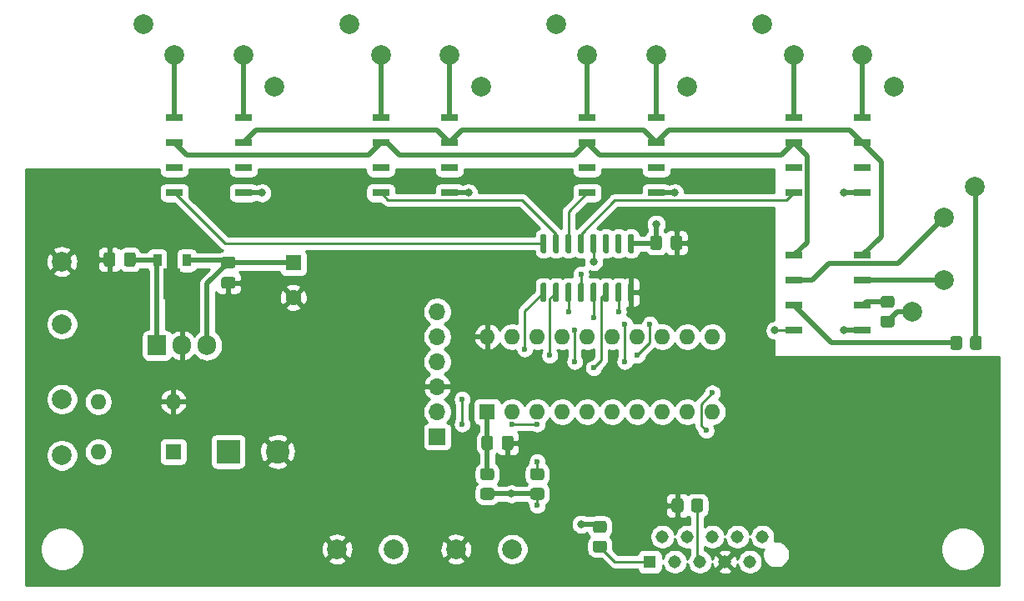
<source format=gbr>
G04 #@! TF.GenerationSoftware,KiCad,Pcbnew,(5.1.8-0-10_14)*
G04 #@! TF.CreationDate,2020-11-13T17:01:48+01:00*
G04 #@! TF.ProjectId,input-sel-v1,696e7075-742d-4736-956c-2d76312e6b69,rev?*
G04 #@! TF.SameCoordinates,Original*
G04 #@! TF.FileFunction,Copper,L1,Top*
G04 #@! TF.FilePolarity,Positive*
%FSLAX46Y46*%
G04 Gerber Fmt 4.6, Leading zero omitted, Abs format (unit mm)*
G04 Created by KiCad (PCBNEW (5.1.8-0-10_14)) date 2020-11-13 17:01:48*
%MOMM*%
%LPD*%
G01*
G04 APERTURE LIST*
G04 #@! TA.AperFunction,ComponentPad*
%ADD10C,1.600000*%
G04 #@! TD*
G04 #@! TA.AperFunction,ComponentPad*
%ADD11R,1.600000X1.600000*%
G04 #@! TD*
G04 #@! TA.AperFunction,ComponentPad*
%ADD12O,1.600000X1.600000*%
G04 #@! TD*
G04 #@! TA.AperFunction,ComponentPad*
%ADD13C,2.400000*%
G04 #@! TD*
G04 #@! TA.AperFunction,ComponentPad*
%ADD14R,2.400000X2.400000*%
G04 #@! TD*
G04 #@! TA.AperFunction,SMDPad,CuDef*
%ADD15C,0.100000*%
G04 #@! TD*
G04 #@! TA.AperFunction,SMDPad,CuDef*
%ADD16R,0.900000X1.300000*%
G04 #@! TD*
G04 #@! TA.AperFunction,ComponentPad*
%ADD17O,1.905000X2.000000*%
G04 #@! TD*
G04 #@! TA.AperFunction,ComponentPad*
%ADD18R,1.905000X2.000000*%
G04 #@! TD*
G04 #@! TA.AperFunction,SMDPad,CuDef*
%ADD19R,1.800000X0.800000*%
G04 #@! TD*
G04 #@! TA.AperFunction,ComponentPad*
%ADD20C,2.000000*%
G04 #@! TD*
G04 #@! TA.AperFunction,ComponentPad*
%ADD21O,1.700000X1.700000*%
G04 #@! TD*
G04 #@! TA.AperFunction,ComponentPad*
%ADD22R,1.700000X1.700000*%
G04 #@! TD*
G04 #@! TA.AperFunction,ComponentPad*
%ADD23C,1.308000*%
G04 #@! TD*
G04 #@! TA.AperFunction,ComponentPad*
%ADD24R,1.308000X1.308000*%
G04 #@! TD*
G04 #@! TA.AperFunction,ViaPad*
%ADD25C,0.800000*%
G04 #@! TD*
G04 #@! TA.AperFunction,ViaPad*
%ADD26C,0.600000*%
G04 #@! TD*
G04 #@! TA.AperFunction,Conductor*
%ADD27C,0.500000*%
G04 #@! TD*
G04 #@! TA.AperFunction,Conductor*
%ADD28C,0.250000*%
G04 #@! TD*
G04 #@! TA.AperFunction,Conductor*
%ADD29C,0.254000*%
G04 #@! TD*
G04 #@! TA.AperFunction,Conductor*
%ADD30C,0.100000*%
G04 #@! TD*
G04 APERTURE END LIST*
D10*
X142240000Y-78557000D03*
D11*
X142240000Y-75057000D03*
X130048000Y-94234000D03*
D12*
X122428000Y-89154000D03*
X130048000Y-89154000D03*
X122428000Y-94234000D03*
D13*
X140636000Y-94234000D03*
D14*
X135636000Y-94234000D03*
G04 #@! TA.AperFunction,SMDPad,CuDef*
G36*
G01*
X167790000Y-74065000D02*
X167490000Y-74065000D01*
G75*
G02*
X167340000Y-73915000I0J150000D01*
G01*
X167340000Y-72265000D01*
G75*
G02*
X167490000Y-72115000I150000J0D01*
G01*
X167790000Y-72115000D01*
G75*
G02*
X167940000Y-72265000I0J-150000D01*
G01*
X167940000Y-73915000D01*
G75*
G02*
X167790000Y-74065000I-150000J0D01*
G01*
G37*
G04 #@! TD.AperFunction*
G04 #@! TA.AperFunction,SMDPad,CuDef*
G36*
G01*
X169060000Y-74065000D02*
X168760000Y-74065000D01*
G75*
G02*
X168610000Y-73915000I0J150000D01*
G01*
X168610000Y-72265000D01*
G75*
G02*
X168760000Y-72115000I150000J0D01*
G01*
X169060000Y-72115000D01*
G75*
G02*
X169210000Y-72265000I0J-150000D01*
G01*
X169210000Y-73915000D01*
G75*
G02*
X169060000Y-74065000I-150000J0D01*
G01*
G37*
G04 #@! TD.AperFunction*
G04 #@! TA.AperFunction,SMDPad,CuDef*
G36*
G01*
X170330000Y-74065000D02*
X170030000Y-74065000D01*
G75*
G02*
X169880000Y-73915000I0J150000D01*
G01*
X169880000Y-72265000D01*
G75*
G02*
X170030000Y-72115000I150000J0D01*
G01*
X170330000Y-72115000D01*
G75*
G02*
X170480000Y-72265000I0J-150000D01*
G01*
X170480000Y-73915000D01*
G75*
G02*
X170330000Y-74065000I-150000J0D01*
G01*
G37*
G04 #@! TD.AperFunction*
G04 #@! TA.AperFunction,SMDPad,CuDef*
G36*
G01*
X171600000Y-74065000D02*
X171300000Y-74065000D01*
G75*
G02*
X171150000Y-73915000I0J150000D01*
G01*
X171150000Y-72265000D01*
G75*
G02*
X171300000Y-72115000I150000J0D01*
G01*
X171600000Y-72115000D01*
G75*
G02*
X171750000Y-72265000I0J-150000D01*
G01*
X171750000Y-73915000D01*
G75*
G02*
X171600000Y-74065000I-150000J0D01*
G01*
G37*
G04 #@! TD.AperFunction*
G04 #@! TA.AperFunction,SMDPad,CuDef*
G36*
G01*
X172870000Y-74065000D02*
X172570000Y-74065000D01*
G75*
G02*
X172420000Y-73915000I0J150000D01*
G01*
X172420000Y-72265000D01*
G75*
G02*
X172570000Y-72115000I150000J0D01*
G01*
X172870000Y-72115000D01*
G75*
G02*
X173020000Y-72265000I0J-150000D01*
G01*
X173020000Y-73915000D01*
G75*
G02*
X172870000Y-74065000I-150000J0D01*
G01*
G37*
G04 #@! TD.AperFunction*
G04 #@! TA.AperFunction,SMDPad,CuDef*
G36*
G01*
X174140000Y-74065000D02*
X173840000Y-74065000D01*
G75*
G02*
X173690000Y-73915000I0J150000D01*
G01*
X173690000Y-72265000D01*
G75*
G02*
X173840000Y-72115000I150000J0D01*
G01*
X174140000Y-72115000D01*
G75*
G02*
X174290000Y-72265000I0J-150000D01*
G01*
X174290000Y-73915000D01*
G75*
G02*
X174140000Y-74065000I-150000J0D01*
G01*
G37*
G04 #@! TD.AperFunction*
G04 #@! TA.AperFunction,SMDPad,CuDef*
G36*
G01*
X175410000Y-74065000D02*
X175110000Y-74065000D01*
G75*
G02*
X174960000Y-73915000I0J150000D01*
G01*
X174960000Y-72265000D01*
G75*
G02*
X175110000Y-72115000I150000J0D01*
G01*
X175410000Y-72115000D01*
G75*
G02*
X175560000Y-72265000I0J-150000D01*
G01*
X175560000Y-73915000D01*
G75*
G02*
X175410000Y-74065000I-150000J0D01*
G01*
G37*
G04 #@! TD.AperFunction*
G04 #@! TA.AperFunction,SMDPad,CuDef*
G36*
G01*
X176680000Y-74065000D02*
X176380000Y-74065000D01*
G75*
G02*
X176230000Y-73915000I0J150000D01*
G01*
X176230000Y-72265000D01*
G75*
G02*
X176380000Y-72115000I150000J0D01*
G01*
X176680000Y-72115000D01*
G75*
G02*
X176830000Y-72265000I0J-150000D01*
G01*
X176830000Y-73915000D01*
G75*
G02*
X176680000Y-74065000I-150000J0D01*
G01*
G37*
G04 #@! TD.AperFunction*
G04 #@! TA.AperFunction,SMDPad,CuDef*
G36*
G01*
X176680000Y-79015000D02*
X176380000Y-79015000D01*
G75*
G02*
X176230000Y-78865000I0J150000D01*
G01*
X176230000Y-77215000D01*
G75*
G02*
X176380000Y-77065000I150000J0D01*
G01*
X176680000Y-77065000D01*
G75*
G02*
X176830000Y-77215000I0J-150000D01*
G01*
X176830000Y-78865000D01*
G75*
G02*
X176680000Y-79015000I-150000J0D01*
G01*
G37*
G04 #@! TD.AperFunction*
G04 #@! TA.AperFunction,SMDPad,CuDef*
G36*
G01*
X175410000Y-79015000D02*
X175110000Y-79015000D01*
G75*
G02*
X174960000Y-78865000I0J150000D01*
G01*
X174960000Y-77215000D01*
G75*
G02*
X175110000Y-77065000I150000J0D01*
G01*
X175410000Y-77065000D01*
G75*
G02*
X175560000Y-77215000I0J-150000D01*
G01*
X175560000Y-78865000D01*
G75*
G02*
X175410000Y-79015000I-150000J0D01*
G01*
G37*
G04 #@! TD.AperFunction*
G04 #@! TA.AperFunction,SMDPad,CuDef*
G36*
G01*
X174140000Y-79015000D02*
X173840000Y-79015000D01*
G75*
G02*
X173690000Y-78865000I0J150000D01*
G01*
X173690000Y-77215000D01*
G75*
G02*
X173840000Y-77065000I150000J0D01*
G01*
X174140000Y-77065000D01*
G75*
G02*
X174290000Y-77215000I0J-150000D01*
G01*
X174290000Y-78865000D01*
G75*
G02*
X174140000Y-79015000I-150000J0D01*
G01*
G37*
G04 #@! TD.AperFunction*
G04 #@! TA.AperFunction,SMDPad,CuDef*
G36*
G01*
X172870000Y-79015000D02*
X172570000Y-79015000D01*
G75*
G02*
X172420000Y-78865000I0J150000D01*
G01*
X172420000Y-77215000D01*
G75*
G02*
X172570000Y-77065000I150000J0D01*
G01*
X172870000Y-77065000D01*
G75*
G02*
X173020000Y-77215000I0J-150000D01*
G01*
X173020000Y-78865000D01*
G75*
G02*
X172870000Y-79015000I-150000J0D01*
G01*
G37*
G04 #@! TD.AperFunction*
G04 #@! TA.AperFunction,SMDPad,CuDef*
G36*
G01*
X171600000Y-79015000D02*
X171300000Y-79015000D01*
G75*
G02*
X171150000Y-78865000I0J150000D01*
G01*
X171150000Y-77215000D01*
G75*
G02*
X171300000Y-77065000I150000J0D01*
G01*
X171600000Y-77065000D01*
G75*
G02*
X171750000Y-77215000I0J-150000D01*
G01*
X171750000Y-78865000D01*
G75*
G02*
X171600000Y-79015000I-150000J0D01*
G01*
G37*
G04 #@! TD.AperFunction*
G04 #@! TA.AperFunction,SMDPad,CuDef*
G36*
G01*
X170330000Y-79015000D02*
X170030000Y-79015000D01*
G75*
G02*
X169880000Y-78865000I0J150000D01*
G01*
X169880000Y-77215000D01*
G75*
G02*
X170030000Y-77065000I150000J0D01*
G01*
X170330000Y-77065000D01*
G75*
G02*
X170480000Y-77215000I0J-150000D01*
G01*
X170480000Y-78865000D01*
G75*
G02*
X170330000Y-79015000I-150000J0D01*
G01*
G37*
G04 #@! TD.AperFunction*
G04 #@! TA.AperFunction,SMDPad,CuDef*
G36*
G01*
X169060000Y-79015000D02*
X168760000Y-79015000D01*
G75*
G02*
X168610000Y-78865000I0J150000D01*
G01*
X168610000Y-77215000D01*
G75*
G02*
X168760000Y-77065000I150000J0D01*
G01*
X169060000Y-77065000D01*
G75*
G02*
X169210000Y-77215000I0J-150000D01*
G01*
X169210000Y-78865000D01*
G75*
G02*
X169060000Y-79015000I-150000J0D01*
G01*
G37*
G04 #@! TD.AperFunction*
G04 #@! TA.AperFunction,SMDPad,CuDef*
G36*
G01*
X167790000Y-79015000D02*
X167490000Y-79015000D01*
G75*
G02*
X167340000Y-78865000I0J150000D01*
G01*
X167340000Y-77215000D01*
G75*
G02*
X167490000Y-77065000I150000J0D01*
G01*
X167790000Y-77065000D01*
G75*
G02*
X167940000Y-77215000I0J-150000D01*
G01*
X167940000Y-78865000D01*
G75*
G02*
X167790000Y-79015000I-150000J0D01*
G01*
G37*
G04 #@! TD.AperFunction*
D12*
X161925000Y-82550000D03*
X184785000Y-90170000D03*
X164465000Y-82550000D03*
X182245000Y-90170000D03*
X167005000Y-82550000D03*
X179705000Y-90170000D03*
X169545000Y-82550000D03*
X177165000Y-90170000D03*
X172085000Y-82550000D03*
X174625000Y-90170000D03*
X174625000Y-82550000D03*
X172085000Y-90170000D03*
X177165000Y-82550000D03*
X169545000Y-90170000D03*
X179705000Y-82550000D03*
X167005000Y-90170000D03*
X182245000Y-82550000D03*
X164465000Y-90170000D03*
X184785000Y-82550000D03*
D11*
X161925000Y-90170000D03*
G04 #@! TA.AperFunction,SMDPad,CuDef*
D15*
G36*
X129054500Y-78754000D02*
G01*
X129054500Y-75629000D01*
X129471000Y-75629000D01*
X129471000Y-74154000D01*
X130371000Y-74154000D01*
X130371000Y-75629000D01*
X130787500Y-75629000D01*
X130787500Y-78754000D01*
X129054500Y-78754000D01*
G37*
G04 #@! TD.AperFunction*
D16*
X128421000Y-74804000D03*
X131421000Y-74804000D03*
D17*
X133477000Y-83439000D03*
X130937000Y-83439000D03*
D18*
X128397000Y-83439000D03*
G04 #@! TA.AperFunction,SMDPad,CuDef*
G36*
G01*
X181845000Y-99244999D02*
X181845000Y-100145001D01*
G75*
G02*
X181595001Y-100395000I-249999J0D01*
G01*
X180894999Y-100395000D01*
G75*
G02*
X180645000Y-100145001I0J249999D01*
G01*
X180645000Y-99244999D01*
G75*
G02*
X180894999Y-98995000I249999J0D01*
G01*
X181595001Y-98995000D01*
G75*
G02*
X181845000Y-99244999I0J-249999D01*
G01*
G37*
G04 #@! TD.AperFunction*
G04 #@! TA.AperFunction,SMDPad,CuDef*
G36*
G01*
X183845000Y-99244999D02*
X183845000Y-100145001D01*
G75*
G02*
X183595001Y-100395000I-249999J0D01*
G01*
X182894999Y-100395000D01*
G75*
G02*
X182645000Y-100145001I0J249999D01*
G01*
X182645000Y-99244999D01*
G75*
G02*
X182894999Y-98995000I249999J0D01*
G01*
X183595001Y-98995000D01*
G75*
G02*
X183845000Y-99244999I0J-249999D01*
G01*
G37*
G04 #@! TD.AperFunction*
G04 #@! TA.AperFunction,SMDPad,CuDef*
G36*
G01*
X173805001Y-102470000D02*
X172904999Y-102470000D01*
G75*
G02*
X172655000Y-102220001I0J249999D01*
G01*
X172655000Y-101519999D01*
G75*
G02*
X172904999Y-101270000I249999J0D01*
G01*
X173805001Y-101270000D01*
G75*
G02*
X174055000Y-101519999I0J-249999D01*
G01*
X174055000Y-102220001D01*
G75*
G02*
X173805001Y-102470000I-249999J0D01*
G01*
G37*
G04 #@! TD.AperFunction*
G04 #@! TA.AperFunction,SMDPad,CuDef*
G36*
G01*
X173805001Y-104470000D02*
X172904999Y-104470000D01*
G75*
G02*
X172655000Y-104220001I0J249999D01*
G01*
X172655000Y-103519999D01*
G75*
G02*
X172904999Y-103270000I249999J0D01*
G01*
X173805001Y-103270000D01*
G75*
G02*
X174055000Y-103519999I0J-249999D01*
G01*
X174055000Y-104220001D01*
G75*
G02*
X173805001Y-104470000I-249999J0D01*
G01*
G37*
G04 #@! TD.AperFunction*
G04 #@! TA.AperFunction,SMDPad,CuDef*
G36*
G01*
X210150000Y-82734999D02*
X210150000Y-83635001D01*
G75*
G02*
X209900001Y-83885000I-249999J0D01*
G01*
X209199999Y-83885000D01*
G75*
G02*
X208950000Y-83635001I0J249999D01*
G01*
X208950000Y-82734999D01*
G75*
G02*
X209199999Y-82485000I249999J0D01*
G01*
X209900001Y-82485000D01*
G75*
G02*
X210150000Y-82734999I0J-249999D01*
G01*
G37*
G04 #@! TD.AperFunction*
G04 #@! TA.AperFunction,SMDPad,CuDef*
G36*
G01*
X212150000Y-82734999D02*
X212150000Y-83635001D01*
G75*
G02*
X211900001Y-83885000I-249999J0D01*
G01*
X211199999Y-83885000D01*
G75*
G02*
X210950000Y-83635001I0J249999D01*
G01*
X210950000Y-82734999D01*
G75*
G02*
X211199999Y-82485000I249999J0D01*
G01*
X211900001Y-82485000D01*
G75*
G02*
X212150000Y-82734999I0J-249999D01*
G01*
G37*
G04 #@! TD.AperFunction*
G04 #@! TA.AperFunction,SMDPad,CuDef*
G36*
G01*
X203015001Y-79610000D02*
X202114999Y-79610000D01*
G75*
G02*
X201865000Y-79360001I0J249999D01*
G01*
X201865000Y-78659999D01*
G75*
G02*
X202114999Y-78410000I249999J0D01*
G01*
X203015001Y-78410000D01*
G75*
G02*
X203265000Y-78659999I0J-249999D01*
G01*
X203265000Y-79360001D01*
G75*
G02*
X203015001Y-79610000I-249999J0D01*
G01*
G37*
G04 #@! TD.AperFunction*
G04 #@! TA.AperFunction,SMDPad,CuDef*
G36*
G01*
X203015001Y-81610000D02*
X202114999Y-81610000D01*
G75*
G02*
X201865000Y-81360001I0J249999D01*
G01*
X201865000Y-80659999D01*
G75*
G02*
X202114999Y-80410000I249999J0D01*
G01*
X203015001Y-80410000D01*
G75*
G02*
X203265000Y-80659999I0J-249999D01*
G01*
X203265000Y-81360001D01*
G75*
G02*
X203015001Y-81610000I-249999J0D01*
G01*
G37*
G04 #@! TD.AperFunction*
G04 #@! TA.AperFunction,SMDPad,CuDef*
G36*
G01*
X161474999Y-97920000D02*
X162375001Y-97920000D01*
G75*
G02*
X162625000Y-98169999I0J-249999D01*
G01*
X162625000Y-98870001D01*
G75*
G02*
X162375001Y-99120000I-249999J0D01*
G01*
X161474999Y-99120000D01*
G75*
G02*
X161225000Y-98870001I0J249999D01*
G01*
X161225000Y-98169999D01*
G75*
G02*
X161474999Y-97920000I249999J0D01*
G01*
G37*
G04 #@! TD.AperFunction*
G04 #@! TA.AperFunction,SMDPad,CuDef*
G36*
G01*
X161474999Y-95920000D02*
X162375001Y-95920000D01*
G75*
G02*
X162625000Y-96169999I0J-249999D01*
G01*
X162625000Y-96870001D01*
G75*
G02*
X162375001Y-97120000I-249999J0D01*
G01*
X161474999Y-97120000D01*
G75*
G02*
X161225000Y-96870001I0J249999D01*
G01*
X161225000Y-96169999D01*
G75*
G02*
X161474999Y-95920000I249999J0D01*
G01*
G37*
G04 #@! TD.AperFunction*
G04 #@! TA.AperFunction,SMDPad,CuDef*
G36*
G01*
X166554999Y-97920000D02*
X167455001Y-97920000D01*
G75*
G02*
X167705000Y-98169999I0J-249999D01*
G01*
X167705000Y-98870001D01*
G75*
G02*
X167455001Y-99120000I-249999J0D01*
G01*
X166554999Y-99120000D01*
G75*
G02*
X166305000Y-98870001I0J249999D01*
G01*
X166305000Y-98169999D01*
G75*
G02*
X166554999Y-97920000I249999J0D01*
G01*
G37*
G04 #@! TD.AperFunction*
G04 #@! TA.AperFunction,SMDPad,CuDef*
G36*
G01*
X166554999Y-95920000D02*
X167455001Y-95920000D01*
G75*
G02*
X167705000Y-96169999I0J-249999D01*
G01*
X167705000Y-96870001D01*
G75*
G02*
X167455001Y-97120000I-249999J0D01*
G01*
X166554999Y-97120000D01*
G75*
G02*
X166305000Y-96870001I0J249999D01*
G01*
X166305000Y-96169999D01*
G75*
G02*
X166554999Y-95920000I249999J0D01*
G01*
G37*
G04 #@! TD.AperFunction*
D19*
X200025000Y-67945000D03*
X200025000Y-65405000D03*
X200025000Y-62865000D03*
X200025000Y-60325000D03*
X193025000Y-60325000D03*
X193025000Y-62865000D03*
X193025000Y-65405000D03*
X193025000Y-67945000D03*
X179070000Y-67945000D03*
X179070000Y-65405000D03*
X179070000Y-62865000D03*
X179070000Y-60325000D03*
X172070000Y-60325000D03*
X172070000Y-62865000D03*
X172070000Y-65405000D03*
X172070000Y-67945000D03*
X158115000Y-67945000D03*
X158115000Y-65405000D03*
X158115000Y-62865000D03*
X158115000Y-60325000D03*
X151115000Y-60325000D03*
X151115000Y-62865000D03*
X151115000Y-65405000D03*
X151115000Y-67945000D03*
X137160000Y-67945000D03*
X137160000Y-65405000D03*
X137160000Y-62865000D03*
X137160000Y-60325000D03*
X130160000Y-60325000D03*
X130160000Y-62865000D03*
X130160000Y-65405000D03*
X130160000Y-67945000D03*
X200040000Y-81915000D03*
X200040000Y-79375000D03*
X200040000Y-76835000D03*
X200040000Y-74295000D03*
X193040000Y-74295000D03*
X193040000Y-76835000D03*
X193040000Y-79375000D03*
X193040000Y-81915000D03*
D20*
X189865000Y-50800000D03*
X193040000Y-53975000D03*
X203200000Y-57150000D03*
X200025000Y-53975000D03*
X168910000Y-50800000D03*
X172085000Y-53975000D03*
X182245000Y-57150000D03*
X179070000Y-53975000D03*
X147955000Y-50800000D03*
X151130000Y-53975000D03*
X161290000Y-57150000D03*
X158115000Y-53975000D03*
X127000000Y-50800000D03*
X130175000Y-53975000D03*
X140335000Y-57150000D03*
X137160000Y-53975000D03*
X211455000Y-67310000D03*
X208280000Y-70485000D03*
X205105000Y-80010000D03*
X208280000Y-76835000D03*
D21*
X156845000Y-80010000D03*
X156845000Y-82550000D03*
X156845000Y-85090000D03*
X156845000Y-87630000D03*
X156845000Y-90170000D03*
D22*
X156845000Y-92710000D03*
D23*
X189865000Y-102870000D03*
X188595000Y-105410000D03*
X187325000Y-102870000D03*
X186055000Y-105410000D03*
X184785000Y-102870000D03*
X183515000Y-105410000D03*
X182245000Y-102870000D03*
X180975000Y-105410000D03*
X179705000Y-102870000D03*
D24*
X178435000Y-105410000D03*
D20*
X118745000Y-88900000D03*
X118745000Y-94615000D03*
X118745000Y-74930000D03*
X118745000Y-81280000D03*
X146685000Y-104140000D03*
X152400000Y-104140000D03*
X158750000Y-104140000D03*
X164465000Y-104140000D03*
G04 #@! TA.AperFunction,SMDPad,CuDef*
G36*
G01*
X163412500Y-93820000D02*
X163412500Y-92870000D01*
G75*
G02*
X163662500Y-92620000I250000J0D01*
G01*
X164337500Y-92620000D01*
G75*
G02*
X164587500Y-92870000I0J-250000D01*
G01*
X164587500Y-93820000D01*
G75*
G02*
X164337500Y-94070000I-250000J0D01*
G01*
X163662500Y-94070000D01*
G75*
G02*
X163412500Y-93820000I0J250000D01*
G01*
G37*
G04 #@! TD.AperFunction*
G04 #@! TA.AperFunction,SMDPad,CuDef*
G36*
G01*
X161337500Y-93820000D02*
X161337500Y-92870000D01*
G75*
G02*
X161587500Y-92620000I250000J0D01*
G01*
X162262500Y-92620000D01*
G75*
G02*
X162512500Y-92870000I0J-250000D01*
G01*
X162512500Y-93820000D01*
G75*
G02*
X162262500Y-94070000I-250000J0D01*
G01*
X161587500Y-94070000D01*
G75*
G02*
X161337500Y-93820000I0J250000D01*
G01*
G37*
G04 #@! TD.AperFunction*
G04 #@! TA.AperFunction,SMDPad,CuDef*
G36*
G01*
X179657500Y-72550000D02*
X179657500Y-73500000D01*
G75*
G02*
X179407500Y-73750000I-250000J0D01*
G01*
X178732500Y-73750000D01*
G75*
G02*
X178482500Y-73500000I0J250000D01*
G01*
X178482500Y-72550000D01*
G75*
G02*
X178732500Y-72300000I250000J0D01*
G01*
X179407500Y-72300000D01*
G75*
G02*
X179657500Y-72550000I0J-250000D01*
G01*
G37*
G04 #@! TD.AperFunction*
G04 #@! TA.AperFunction,SMDPad,CuDef*
G36*
G01*
X181732500Y-72550000D02*
X181732500Y-73500000D01*
G75*
G02*
X181482500Y-73750000I-250000J0D01*
G01*
X180807500Y-73750000D01*
G75*
G02*
X180557500Y-73500000I0J250000D01*
G01*
X180557500Y-72550000D01*
G75*
G02*
X180807500Y-72300000I250000J0D01*
G01*
X181482500Y-72300000D01*
G75*
G02*
X181732500Y-72550000I0J-250000D01*
G01*
G37*
G04 #@! TD.AperFunction*
G04 #@! TA.AperFunction,SMDPad,CuDef*
G36*
G01*
X135161000Y-76501500D02*
X136111000Y-76501500D01*
G75*
G02*
X136361000Y-76751500I0J-250000D01*
G01*
X136361000Y-77426500D01*
G75*
G02*
X136111000Y-77676500I-250000J0D01*
G01*
X135161000Y-77676500D01*
G75*
G02*
X134911000Y-77426500I0J250000D01*
G01*
X134911000Y-76751500D01*
G75*
G02*
X135161000Y-76501500I250000J0D01*
G01*
G37*
G04 #@! TD.AperFunction*
G04 #@! TA.AperFunction,SMDPad,CuDef*
G36*
G01*
X135161000Y-74426500D02*
X136111000Y-74426500D01*
G75*
G02*
X136361000Y-74676500I0J-250000D01*
G01*
X136361000Y-75351500D01*
G75*
G02*
X136111000Y-75601500I-250000J0D01*
G01*
X135161000Y-75601500D01*
G75*
G02*
X134911000Y-75351500I0J250000D01*
G01*
X134911000Y-74676500D01*
G75*
G02*
X135161000Y-74426500I250000J0D01*
G01*
G37*
G04 #@! TD.AperFunction*
G04 #@! TA.AperFunction,SMDPad,CuDef*
G36*
G01*
X124158500Y-74244000D02*
X124158500Y-75194000D01*
G75*
G02*
X123908500Y-75444000I-250000J0D01*
G01*
X123233500Y-75444000D01*
G75*
G02*
X122983500Y-75194000I0J250000D01*
G01*
X122983500Y-74244000D01*
G75*
G02*
X123233500Y-73994000I250000J0D01*
G01*
X123908500Y-73994000D01*
G75*
G02*
X124158500Y-74244000I0J-250000D01*
G01*
G37*
G04 #@! TD.AperFunction*
G04 #@! TA.AperFunction,SMDPad,CuDef*
G36*
G01*
X126233500Y-74244000D02*
X126233500Y-75194000D01*
G75*
G02*
X125983500Y-75444000I-250000J0D01*
G01*
X125308500Y-75444000D01*
G75*
G02*
X125058500Y-75194000I0J250000D01*
G01*
X125058500Y-74244000D01*
G75*
G02*
X125308500Y-73994000I250000J0D01*
G01*
X125983500Y-73994000D01*
G75*
G02*
X126233500Y-74244000I0J-250000D01*
G01*
G37*
G04 #@! TD.AperFunction*
D25*
X198120000Y-81915000D03*
X198120000Y-67945000D03*
X180975000Y-67945000D03*
X160020000Y-67945000D03*
X139065000Y-67945000D03*
X179070000Y-71120000D03*
X171450000Y-101600000D03*
X164370000Y-98520000D03*
D26*
X167005000Y-99695000D03*
X184150000Y-92075000D03*
X184785000Y-88265000D03*
X159385000Y-88900000D03*
X159385000Y-91440000D03*
D25*
X172720000Y-74930000D03*
X191135000Y-81915000D03*
D26*
X167005000Y-91440000D03*
X164465000Y-91470003D03*
X167005000Y-95250000D03*
X175260000Y-80010000D03*
X171450000Y-76200000D03*
X178439443Y-81275557D03*
X177165000Y-84455000D03*
X165735000Y-83820000D03*
X172720000Y-80645000D03*
X175895000Y-81280000D03*
X175895000Y-85090000D03*
X168275000Y-84455000D03*
X172720000Y-85725000D03*
X170815000Y-85090000D03*
X170815000Y-81915000D03*
X170180000Y-80010000D03*
D27*
X125731000Y-74804000D02*
X125646000Y-74719000D01*
X128421000Y-74804000D02*
X125731000Y-74804000D01*
X128397000Y-74828000D02*
X128421000Y-74804000D01*
X128397000Y-83439000D02*
X128397000Y-74828000D01*
X200040000Y-81915000D02*
X198120000Y-81915000D01*
X198120000Y-67945000D02*
X200025000Y-67945000D01*
X180975000Y-67945000D02*
X179070000Y-67945000D01*
X160020000Y-67945000D02*
X158115000Y-67945000D01*
X139065000Y-67945000D02*
X137160000Y-67945000D01*
X179005000Y-73090000D02*
X179070000Y-73025000D01*
X176530000Y-73090000D02*
X179005000Y-73090000D01*
X179070000Y-73025000D02*
X179070000Y-71120000D01*
X135426000Y-74804000D02*
X135636000Y-75014000D01*
X131421000Y-74804000D02*
X135426000Y-74804000D01*
X161925000Y-90170000D02*
X161925000Y-93345000D01*
X161925000Y-93345000D02*
X161925000Y-96520000D01*
X173085000Y-101600000D02*
X173355000Y-101870000D01*
X171450000Y-101600000D02*
X173085000Y-101600000D01*
X135679000Y-75057000D02*
X135636000Y-75014000D01*
X142240000Y-75057000D02*
X135679000Y-75057000D01*
X133477000Y-77173000D02*
X135636000Y-75014000D01*
X133477000Y-83439000D02*
X133477000Y-77173000D01*
X161925000Y-98520000D02*
X164370000Y-98520000D01*
X164370000Y-98520000D02*
X167005000Y-98520000D01*
D28*
X167005000Y-99695000D02*
X167005000Y-98520000D01*
X183659999Y-89390001D02*
X184785000Y-88265000D01*
X183659999Y-91584999D02*
X183659999Y-89390001D01*
X184150000Y-92075000D02*
X183659999Y-91584999D01*
X183245000Y-105140000D02*
X183515000Y-105410000D01*
X183245000Y-99695000D02*
X183245000Y-105140000D01*
X174895000Y-105410000D02*
X173355000Y-103870000D01*
X178435000Y-105410000D02*
X174895000Y-105410000D01*
X159385000Y-88900000D02*
X159385000Y-91440000D01*
D27*
X208280000Y-76835000D02*
X200040000Y-76835000D01*
X203565000Y-80010000D02*
X202565000Y-81010000D01*
X205105000Y-80010000D02*
X203565000Y-80010000D01*
X193040000Y-76835000D02*
X194945000Y-76835000D01*
X203619999Y-75145001D02*
X196634999Y-75145001D01*
X208280000Y-70485000D02*
X203619999Y-75145001D01*
X196634999Y-75145001D02*
X194945000Y-76835000D01*
X211550000Y-67405000D02*
X211455000Y-67310000D01*
X211550000Y-83185000D02*
X211550000Y-67405000D01*
X137160000Y-53975000D02*
X137160000Y-60325000D01*
X130175000Y-60310000D02*
X130160000Y-60325000D01*
X130175000Y-53975000D02*
X130175000Y-60310000D01*
X158115000Y-53975000D02*
X158115000Y-60325000D01*
X151130000Y-60310000D02*
X151115000Y-60325000D01*
X151130000Y-53975000D02*
X151130000Y-60310000D01*
X179070000Y-53975000D02*
X179070000Y-60325000D01*
X172085000Y-60310000D02*
X172070000Y-60325000D01*
X172085000Y-53975000D02*
X172085000Y-60310000D01*
X200025000Y-53975000D02*
X200025000Y-60325000D01*
X193040000Y-60310000D02*
X193025000Y-60325000D01*
X193040000Y-53975000D02*
X193040000Y-60310000D01*
X200405000Y-79010000D02*
X200040000Y-79375000D01*
X202565000Y-79010000D02*
X200405000Y-79010000D01*
X137160000Y-62865000D02*
X137795000Y-62865000D01*
X137160000Y-62865000D02*
X138430000Y-61595000D01*
X156845000Y-61595000D02*
X158115000Y-62865000D01*
X138430000Y-61595000D02*
X156845000Y-61595000D01*
X177800000Y-61595000D02*
X179070000Y-62865000D01*
X159385000Y-61595000D02*
X177800000Y-61595000D01*
X158115000Y-62865000D02*
X159385000Y-61595000D01*
X198755000Y-61595000D02*
X200025000Y-62865000D01*
X180340000Y-61595000D02*
X198755000Y-61595000D01*
X179070000Y-62865000D02*
X180340000Y-61595000D01*
X200025000Y-62865000D02*
X201930000Y-64770000D01*
X201930000Y-72405000D02*
X200040000Y-74295000D01*
X201930000Y-64770000D02*
X201930000Y-72405000D01*
X130160000Y-62865000D02*
X130175000Y-62865000D01*
X130175000Y-62865000D02*
X131445000Y-64135000D01*
X149845000Y-64135000D02*
X151115000Y-62865000D01*
X131445000Y-64135000D02*
X149845000Y-64135000D01*
X194375001Y-64215001D02*
X193025000Y-62865000D01*
X194375001Y-72959999D02*
X194375001Y-64215001D01*
X193040000Y-74295000D02*
X194375001Y-72959999D01*
X151115000Y-62865000D02*
X151765000Y-62865000D01*
X151765000Y-62865000D02*
X153035000Y-64135000D01*
X170800000Y-64135000D02*
X172070000Y-62865000D01*
X153035000Y-64135000D02*
X170800000Y-64135000D01*
X172070000Y-62865000D02*
X172085000Y-62865000D01*
X172085000Y-62865000D02*
X173355000Y-64135000D01*
X191755000Y-64135000D02*
X193025000Y-62865000D01*
X173355000Y-64135000D02*
X191755000Y-64135000D01*
X193040000Y-79375000D02*
X196850000Y-83185000D01*
X196850000Y-83185000D02*
X209550000Y-83185000D01*
D28*
X172720000Y-73090000D02*
X172720000Y-74930000D01*
X191135000Y-81915000D02*
X193040000Y-81915000D01*
X135305000Y-73090000D02*
X130160000Y-67945000D01*
X167640000Y-73090000D02*
X135305000Y-73090000D01*
X151840001Y-68670001D02*
X151115000Y-67945000D01*
X165465001Y-68670001D02*
X151840001Y-68670001D01*
X168910000Y-72115000D02*
X165465001Y-68670001D01*
X168910000Y-73090000D02*
X168910000Y-72115000D01*
X170180000Y-69835000D02*
X172070000Y-67945000D01*
X170180000Y-73090000D02*
X170180000Y-69835000D01*
X192299999Y-68670001D02*
X193025000Y-67945000D01*
X174894999Y-68670001D02*
X192299999Y-68670001D01*
X171450000Y-72115000D02*
X174894999Y-68670001D01*
X171450000Y-73090000D02*
X171450000Y-72115000D01*
X167005000Y-91440000D02*
X164465000Y-91440000D01*
X164465000Y-91440000D02*
X164465000Y-91470003D01*
X167005000Y-95250000D02*
X167005000Y-96520000D01*
X175260000Y-78040000D02*
X175260000Y-80010000D01*
X171450000Y-78040000D02*
X171450000Y-76200000D01*
X178439443Y-83180557D02*
X177165000Y-84455000D01*
X178439443Y-81275557D02*
X178439443Y-83180557D01*
X165735000Y-79945000D02*
X167640000Y-78040000D01*
X165735000Y-83820000D02*
X165735000Y-79945000D01*
X172720000Y-78040000D02*
X172720000Y-80645000D01*
X175895000Y-81280000D02*
X175895000Y-85090000D01*
X168275000Y-78675000D02*
X168910000Y-78040000D01*
X168275000Y-84455000D02*
X168275000Y-78675000D01*
X173499999Y-78530001D02*
X173990000Y-78040000D01*
X173499999Y-84945001D02*
X173499999Y-78530001D01*
X172720000Y-85725000D02*
X173499999Y-84945001D01*
X170815000Y-85090000D02*
X170815000Y-81915000D01*
X170180000Y-80010000D02*
X170180000Y-78040000D01*
D29*
X128621928Y-65805000D02*
X128634188Y-65929482D01*
X128670498Y-66049180D01*
X128729463Y-66159494D01*
X128808815Y-66256185D01*
X128905506Y-66335537D01*
X129015820Y-66394502D01*
X129135518Y-66430812D01*
X129260000Y-66443072D01*
X131060000Y-66443072D01*
X131184482Y-66430812D01*
X131304180Y-66394502D01*
X131414494Y-66335537D01*
X131511185Y-66256185D01*
X131590537Y-66159494D01*
X131649502Y-66049180D01*
X131685812Y-65929482D01*
X131698072Y-65805000D01*
X131698072Y-65532000D01*
X135621928Y-65532000D01*
X135621928Y-65805000D01*
X135634188Y-65929482D01*
X135670498Y-66049180D01*
X135729463Y-66159494D01*
X135808815Y-66256185D01*
X135905506Y-66335537D01*
X136015820Y-66394502D01*
X136135518Y-66430812D01*
X136260000Y-66443072D01*
X138060000Y-66443072D01*
X138184482Y-66430812D01*
X138304180Y-66394502D01*
X138414494Y-66335537D01*
X138511185Y-66256185D01*
X138590537Y-66159494D01*
X138649502Y-66049180D01*
X138685812Y-65929482D01*
X138698072Y-65805000D01*
X138698072Y-65532000D01*
X149576928Y-65532000D01*
X149576928Y-65805000D01*
X149589188Y-65929482D01*
X149625498Y-66049180D01*
X149684463Y-66159494D01*
X149763815Y-66256185D01*
X149860506Y-66335537D01*
X149970820Y-66394502D01*
X150090518Y-66430812D01*
X150215000Y-66443072D01*
X152015000Y-66443072D01*
X152139482Y-66430812D01*
X152259180Y-66394502D01*
X152369494Y-66335537D01*
X152466185Y-66256185D01*
X152545537Y-66159494D01*
X152604502Y-66049180D01*
X152640812Y-65929482D01*
X152653072Y-65805000D01*
X152653072Y-65532000D01*
X156576928Y-65532000D01*
X156576928Y-65805000D01*
X156589188Y-65929482D01*
X156625498Y-66049180D01*
X156684463Y-66159494D01*
X156763815Y-66256185D01*
X156860506Y-66335537D01*
X156970820Y-66394502D01*
X157090518Y-66430812D01*
X157215000Y-66443072D01*
X159015000Y-66443072D01*
X159139482Y-66430812D01*
X159259180Y-66394502D01*
X159369494Y-66335537D01*
X159466185Y-66256185D01*
X159545537Y-66159494D01*
X159604502Y-66049180D01*
X159640812Y-65929482D01*
X159653072Y-65805000D01*
X159653072Y-65532000D01*
X170531928Y-65532000D01*
X170531928Y-65805000D01*
X170544188Y-65929482D01*
X170580498Y-66049180D01*
X170639463Y-66159494D01*
X170718815Y-66256185D01*
X170815506Y-66335537D01*
X170925820Y-66394502D01*
X171045518Y-66430812D01*
X171170000Y-66443072D01*
X172970000Y-66443072D01*
X173094482Y-66430812D01*
X173214180Y-66394502D01*
X173324494Y-66335537D01*
X173421185Y-66256185D01*
X173500537Y-66159494D01*
X173559502Y-66049180D01*
X173595812Y-65929482D01*
X173608072Y-65805000D01*
X173608072Y-65532000D01*
X177531928Y-65532000D01*
X177531928Y-65805000D01*
X177544188Y-65929482D01*
X177580498Y-66049180D01*
X177639463Y-66159494D01*
X177718815Y-66256185D01*
X177815506Y-66335537D01*
X177925820Y-66394502D01*
X178045518Y-66430812D01*
X178170000Y-66443072D01*
X179970000Y-66443072D01*
X180094482Y-66430812D01*
X180214180Y-66394502D01*
X180324494Y-66335537D01*
X180421185Y-66256185D01*
X180500537Y-66159494D01*
X180559502Y-66049180D01*
X180595812Y-65929482D01*
X180608072Y-65805000D01*
X180608072Y-65532000D01*
X191008000Y-65532000D01*
X191008000Y-67910001D01*
X182010000Y-67910001D01*
X182010000Y-67843061D01*
X181970226Y-67643102D01*
X181892205Y-67454744D01*
X181778937Y-67285226D01*
X181634774Y-67141063D01*
X181465256Y-67027795D01*
X181276898Y-66949774D01*
X181076939Y-66910000D01*
X180873061Y-66910000D01*
X180673102Y-66949774D01*
X180484744Y-67027795D01*
X180436546Y-67060000D01*
X180379981Y-67060000D01*
X180324494Y-67014463D01*
X180214180Y-66955498D01*
X180094482Y-66919188D01*
X179970000Y-66906928D01*
X178170000Y-66906928D01*
X178045518Y-66919188D01*
X177925820Y-66955498D01*
X177815506Y-67014463D01*
X177718815Y-67093815D01*
X177639463Y-67190506D01*
X177580498Y-67300820D01*
X177544188Y-67420518D01*
X177531928Y-67545000D01*
X177531928Y-67910001D01*
X174932321Y-67910001D01*
X174894998Y-67906325D01*
X174857675Y-67910001D01*
X174857666Y-67910001D01*
X174746013Y-67920998D01*
X174602752Y-67964455D01*
X174470723Y-68035027D01*
X174354998Y-68130000D01*
X174331200Y-68158998D01*
X170940000Y-71550199D01*
X170940000Y-70149801D01*
X172106730Y-68983072D01*
X172970000Y-68983072D01*
X173094482Y-68970812D01*
X173214180Y-68934502D01*
X173324494Y-68875537D01*
X173421185Y-68796185D01*
X173500537Y-68699494D01*
X173559502Y-68589180D01*
X173595812Y-68469482D01*
X173608072Y-68345000D01*
X173608072Y-67545000D01*
X173595812Y-67420518D01*
X173559502Y-67300820D01*
X173500537Y-67190506D01*
X173421185Y-67093815D01*
X173324494Y-67014463D01*
X173214180Y-66955498D01*
X173094482Y-66919188D01*
X172970000Y-66906928D01*
X171170000Y-66906928D01*
X171045518Y-66919188D01*
X170925820Y-66955498D01*
X170815506Y-67014463D01*
X170718815Y-67093815D01*
X170639463Y-67190506D01*
X170580498Y-67300820D01*
X170544188Y-67420518D01*
X170531928Y-67545000D01*
X170531928Y-68345000D01*
X170537601Y-68402598D01*
X169668998Y-69271201D01*
X169640000Y-69294999D01*
X169616202Y-69323997D01*
X169616201Y-69323998D01*
X169545026Y-69410724D01*
X169474454Y-69542754D01*
X169458388Y-69595719D01*
X169437855Y-69663411D01*
X169430998Y-69686015D01*
X169416324Y-69835000D01*
X169420001Y-69872332D01*
X169420000Y-71550198D01*
X166028805Y-68159004D01*
X166005002Y-68130000D01*
X165889277Y-68035027D01*
X165757248Y-67964455D01*
X165613987Y-67920998D01*
X165502334Y-67910001D01*
X165502323Y-67910001D01*
X165465001Y-67906325D01*
X165427679Y-67910001D01*
X161055000Y-67910001D01*
X161055000Y-67843061D01*
X161015226Y-67643102D01*
X160937205Y-67454744D01*
X160823937Y-67285226D01*
X160679774Y-67141063D01*
X160510256Y-67027795D01*
X160321898Y-66949774D01*
X160121939Y-66910000D01*
X159918061Y-66910000D01*
X159718102Y-66949774D01*
X159529744Y-67027795D01*
X159481546Y-67060000D01*
X159424981Y-67060000D01*
X159369494Y-67014463D01*
X159259180Y-66955498D01*
X159139482Y-66919188D01*
X159015000Y-66906928D01*
X157215000Y-66906928D01*
X157090518Y-66919188D01*
X156970820Y-66955498D01*
X156860506Y-67014463D01*
X156763815Y-67093815D01*
X156684463Y-67190506D01*
X156625498Y-67300820D01*
X156589188Y-67420518D01*
X156576928Y-67545000D01*
X156576928Y-67910001D01*
X152653072Y-67910001D01*
X152653072Y-67545000D01*
X152640812Y-67420518D01*
X152604502Y-67300820D01*
X152545537Y-67190506D01*
X152466185Y-67093815D01*
X152369494Y-67014463D01*
X152259180Y-66955498D01*
X152139482Y-66919188D01*
X152015000Y-66906928D01*
X150215000Y-66906928D01*
X150090518Y-66919188D01*
X149970820Y-66955498D01*
X149860506Y-67014463D01*
X149763815Y-67093815D01*
X149684463Y-67190506D01*
X149625498Y-67300820D01*
X149589188Y-67420518D01*
X149576928Y-67545000D01*
X149576928Y-68345000D01*
X149589188Y-68469482D01*
X149625498Y-68589180D01*
X149684463Y-68699494D01*
X149763815Y-68796185D01*
X149860506Y-68875537D01*
X149970820Y-68934502D01*
X150090518Y-68970812D01*
X150215000Y-68983072D01*
X151078270Y-68983072D01*
X151276202Y-69181003D01*
X151300000Y-69210002D01*
X151415725Y-69304975D01*
X151547754Y-69375547D01*
X151691015Y-69419004D01*
X151802668Y-69430001D01*
X151802677Y-69430001D01*
X151840000Y-69433677D01*
X151877323Y-69430001D01*
X165150200Y-69430001D01*
X167241126Y-71520928D01*
X167188418Y-71536916D01*
X167052171Y-71609742D01*
X166932749Y-71707749D01*
X166834742Y-71827171D01*
X166761916Y-71963418D01*
X166717071Y-72111255D01*
X166701928Y-72265000D01*
X166701928Y-72330000D01*
X135619802Y-72330000D01*
X131692399Y-68402598D01*
X131698072Y-68345000D01*
X131698072Y-67545000D01*
X135621928Y-67545000D01*
X135621928Y-68345000D01*
X135634188Y-68469482D01*
X135670498Y-68589180D01*
X135729463Y-68699494D01*
X135808815Y-68796185D01*
X135905506Y-68875537D01*
X136015820Y-68934502D01*
X136135518Y-68970812D01*
X136260000Y-68983072D01*
X138060000Y-68983072D01*
X138184482Y-68970812D01*
X138304180Y-68934502D01*
X138414494Y-68875537D01*
X138469981Y-68830000D01*
X138526546Y-68830000D01*
X138574744Y-68862205D01*
X138763102Y-68940226D01*
X138963061Y-68980000D01*
X139166939Y-68980000D01*
X139366898Y-68940226D01*
X139555256Y-68862205D01*
X139724774Y-68748937D01*
X139868937Y-68604774D01*
X139982205Y-68435256D01*
X140060226Y-68246898D01*
X140100000Y-68046939D01*
X140100000Y-67843061D01*
X140060226Y-67643102D01*
X139982205Y-67454744D01*
X139868937Y-67285226D01*
X139724774Y-67141063D01*
X139555256Y-67027795D01*
X139366898Y-66949774D01*
X139166939Y-66910000D01*
X138963061Y-66910000D01*
X138763102Y-66949774D01*
X138574744Y-67027795D01*
X138526546Y-67060000D01*
X138469981Y-67060000D01*
X138414494Y-67014463D01*
X138304180Y-66955498D01*
X138184482Y-66919188D01*
X138060000Y-66906928D01*
X136260000Y-66906928D01*
X136135518Y-66919188D01*
X136015820Y-66955498D01*
X135905506Y-67014463D01*
X135808815Y-67093815D01*
X135729463Y-67190506D01*
X135670498Y-67300820D01*
X135634188Y-67420518D01*
X135621928Y-67545000D01*
X131698072Y-67545000D01*
X131685812Y-67420518D01*
X131649502Y-67300820D01*
X131590537Y-67190506D01*
X131511185Y-67093815D01*
X131414494Y-67014463D01*
X131304180Y-66955498D01*
X131184482Y-66919188D01*
X131060000Y-66906928D01*
X129260000Y-66906928D01*
X129135518Y-66919188D01*
X129015820Y-66955498D01*
X128905506Y-67014463D01*
X128808815Y-67093815D01*
X128729463Y-67190506D01*
X128670498Y-67300820D01*
X128634188Y-67420518D01*
X128621928Y-67545000D01*
X128621928Y-68345000D01*
X128634188Y-68469482D01*
X128670498Y-68589180D01*
X128729463Y-68699494D01*
X128808815Y-68796185D01*
X128905506Y-68875537D01*
X129015820Y-68934502D01*
X129135518Y-68970812D01*
X129260000Y-68983072D01*
X130123271Y-68983072D01*
X134741201Y-73601003D01*
X134764999Y-73630001D01*
X134880724Y-73724974D01*
X135012753Y-73795546D01*
X135031375Y-73801195D01*
X134987746Y-73805492D01*
X134821150Y-73856028D01*
X134703338Y-73919000D01*
X132463287Y-73919000D01*
X132460502Y-73909820D01*
X132401537Y-73799506D01*
X132322185Y-73702815D01*
X132225494Y-73623463D01*
X132115180Y-73564498D01*
X131995482Y-73528188D01*
X131871000Y-73515928D01*
X130971000Y-73515928D01*
X130846518Y-73528188D01*
X130726820Y-73564498D01*
X130616506Y-73623463D01*
X130519815Y-73702815D01*
X130440463Y-73799506D01*
X130381498Y-73909820D01*
X130345188Y-74029518D01*
X130332928Y-74154000D01*
X130332928Y-75454000D01*
X130345188Y-75578482D01*
X130381498Y-75698180D01*
X130440463Y-75808494D01*
X130519815Y-75905185D01*
X130616506Y-75984537D01*
X130726820Y-76043502D01*
X130846518Y-76079812D01*
X130971000Y-76092072D01*
X131871000Y-76092072D01*
X131995482Y-76079812D01*
X132115180Y-76043502D01*
X132225494Y-75984537D01*
X132322185Y-75905185D01*
X132401537Y-75808494D01*
X132460502Y-75698180D01*
X132463287Y-75689000D01*
X133709422Y-75689000D01*
X132881951Y-76516471D01*
X132848184Y-76544183D01*
X132820471Y-76577951D01*
X132820468Y-76577954D01*
X132737590Y-76678941D01*
X132655412Y-76832687D01*
X132604805Y-76999510D01*
X132587719Y-77173000D01*
X132592001Y-77216479D01*
X132592000Y-82064495D01*
X132590765Y-82065155D01*
X132349037Y-82263537D01*
X132201838Y-82442900D01*
X132046437Y-82257685D01*
X131803923Y-82063031D01*
X131528094Y-81919429D01*
X131309980Y-81848437D01*
X131064000Y-81968406D01*
X131064000Y-83312000D01*
X131084000Y-83312000D01*
X131084000Y-83566000D01*
X131064000Y-83566000D01*
X131064000Y-84909594D01*
X131309980Y-85029563D01*
X131528094Y-84958571D01*
X131803923Y-84814969D01*
X132046437Y-84620315D01*
X132201837Y-84435101D01*
X132349037Y-84614463D01*
X132590766Y-84812845D01*
X132866552Y-84960255D01*
X133165797Y-85051030D01*
X133477000Y-85081681D01*
X133788204Y-85051030D01*
X134087449Y-84960255D01*
X134363235Y-84812845D01*
X134604963Y-84614463D01*
X134803345Y-84372734D01*
X134950755Y-84096948D01*
X135041530Y-83797703D01*
X135064500Y-83564485D01*
X135064500Y-83313514D01*
X135041530Y-83080296D01*
X134950755Y-82781051D01*
X134803345Y-82505265D01*
X134604963Y-82263537D01*
X134363234Y-82065155D01*
X134362000Y-82064495D01*
X134362000Y-79549702D01*
X141426903Y-79549702D01*
X141498486Y-79793671D01*
X141753996Y-79914571D01*
X142028184Y-79983300D01*
X142310512Y-79997217D01*
X142590130Y-79955787D01*
X142847520Y-79863740D01*
X155360000Y-79863740D01*
X155360000Y-80156260D01*
X155417068Y-80443158D01*
X155529010Y-80713411D01*
X155691525Y-80956632D01*
X155898368Y-81163475D01*
X156072760Y-81280000D01*
X155898368Y-81396525D01*
X155691525Y-81603368D01*
X155529010Y-81846589D01*
X155417068Y-82116842D01*
X155360000Y-82403740D01*
X155360000Y-82696260D01*
X155417068Y-82983158D01*
X155529010Y-83253411D01*
X155691525Y-83496632D01*
X155898368Y-83703475D01*
X156072760Y-83820000D01*
X155898368Y-83936525D01*
X155691525Y-84143368D01*
X155529010Y-84386589D01*
X155417068Y-84656842D01*
X155360000Y-84943740D01*
X155360000Y-85236260D01*
X155417068Y-85523158D01*
X155529010Y-85793411D01*
X155691525Y-86036632D01*
X155898368Y-86243475D01*
X156080534Y-86365195D01*
X155963645Y-86434822D01*
X155747412Y-86629731D01*
X155573359Y-86863080D01*
X155448175Y-87125901D01*
X155403524Y-87273110D01*
X155524845Y-87503000D01*
X156718000Y-87503000D01*
X156718000Y-87483000D01*
X156972000Y-87483000D01*
X156972000Y-87503000D01*
X158165155Y-87503000D01*
X158286476Y-87273110D01*
X158241825Y-87125901D01*
X158116641Y-86863080D01*
X157942588Y-86629731D01*
X157726355Y-86434822D01*
X157609466Y-86365195D01*
X157791632Y-86243475D01*
X157998475Y-86036632D01*
X158160990Y-85793411D01*
X158272932Y-85523158D01*
X158330000Y-85236260D01*
X158330000Y-84943740D01*
X158272932Y-84656842D01*
X158160990Y-84386589D01*
X157998475Y-84143368D01*
X157791632Y-83936525D01*
X157617240Y-83820000D01*
X157791632Y-83703475D01*
X157998475Y-83496632D01*
X158160990Y-83253411D01*
X158272932Y-82983158D01*
X158289664Y-82899040D01*
X160533091Y-82899040D01*
X160627930Y-83163881D01*
X160772615Y-83405131D01*
X160961586Y-83613519D01*
X161187580Y-83781037D01*
X161441913Y-83901246D01*
X161575961Y-83941904D01*
X161798000Y-83819915D01*
X161798000Y-82677000D01*
X160654376Y-82677000D01*
X160533091Y-82899040D01*
X158289664Y-82899040D01*
X158330000Y-82696260D01*
X158330000Y-82403740D01*
X158289665Y-82200960D01*
X160533091Y-82200960D01*
X160654376Y-82423000D01*
X161798000Y-82423000D01*
X161798000Y-81280085D01*
X161575961Y-81158096D01*
X161441913Y-81198754D01*
X161187580Y-81318963D01*
X160961586Y-81486481D01*
X160772615Y-81694869D01*
X160627930Y-81936119D01*
X160533091Y-82200960D01*
X158289665Y-82200960D01*
X158272932Y-82116842D01*
X158160990Y-81846589D01*
X157998475Y-81603368D01*
X157791632Y-81396525D01*
X157617240Y-81280000D01*
X157791632Y-81163475D01*
X157998475Y-80956632D01*
X158160990Y-80713411D01*
X158272932Y-80443158D01*
X158330000Y-80156260D01*
X158330000Y-79863740D01*
X158272932Y-79576842D01*
X158160990Y-79306589D01*
X157998475Y-79063368D01*
X157791632Y-78856525D01*
X157548411Y-78694010D01*
X157278158Y-78582068D01*
X156991260Y-78525000D01*
X156698740Y-78525000D01*
X156411842Y-78582068D01*
X156141589Y-78694010D01*
X155898368Y-78856525D01*
X155691525Y-79063368D01*
X155529010Y-79306589D01*
X155417068Y-79576842D01*
X155360000Y-79863740D01*
X142847520Y-79863740D01*
X142856292Y-79860603D01*
X142981514Y-79793671D01*
X143053097Y-79549702D01*
X142240000Y-78736605D01*
X141426903Y-79549702D01*
X134362000Y-79549702D01*
X134362000Y-78627512D01*
X140799783Y-78627512D01*
X140841213Y-78907130D01*
X140936397Y-79173292D01*
X141003329Y-79298514D01*
X141247298Y-79370097D01*
X142060395Y-78557000D01*
X142419605Y-78557000D01*
X143232702Y-79370097D01*
X143476671Y-79298514D01*
X143597571Y-79043004D01*
X143666300Y-78768816D01*
X143680217Y-78486488D01*
X143638787Y-78206870D01*
X143543603Y-77940708D01*
X143476671Y-77815486D01*
X143232702Y-77743903D01*
X142419605Y-78557000D01*
X142060395Y-78557000D01*
X141247298Y-77743903D01*
X141003329Y-77815486D01*
X140882429Y-78070996D01*
X140813700Y-78345184D01*
X140799783Y-78627512D01*
X134362000Y-78627512D01*
X134362000Y-77996453D01*
X134380463Y-78030994D01*
X134459815Y-78127685D01*
X134556506Y-78207037D01*
X134666820Y-78266002D01*
X134786518Y-78302312D01*
X134911000Y-78314572D01*
X135350250Y-78311500D01*
X135509000Y-78152750D01*
X135509000Y-77216000D01*
X135763000Y-77216000D01*
X135763000Y-78152750D01*
X135921750Y-78311500D01*
X136361000Y-78314572D01*
X136485482Y-78302312D01*
X136605180Y-78266002D01*
X136715494Y-78207037D01*
X136812185Y-78127685D01*
X136891537Y-78030994D01*
X136950502Y-77920680D01*
X136986812Y-77800982D01*
X136999072Y-77676500D01*
X136997930Y-77564298D01*
X141426903Y-77564298D01*
X142240000Y-78377395D01*
X143053097Y-77564298D01*
X142981514Y-77320329D01*
X142726004Y-77199429D01*
X142451816Y-77130700D01*
X142169488Y-77116783D01*
X141889870Y-77158213D01*
X141623708Y-77253397D01*
X141498486Y-77320329D01*
X141426903Y-77564298D01*
X136997930Y-77564298D01*
X136996000Y-77374750D01*
X136837250Y-77216000D01*
X135763000Y-77216000D01*
X135509000Y-77216000D01*
X135489000Y-77216000D01*
X135489000Y-76962000D01*
X135509000Y-76962000D01*
X135509000Y-76942000D01*
X135763000Y-76942000D01*
X135763000Y-76962000D01*
X136837250Y-76962000D01*
X136996000Y-76803250D01*
X136999072Y-76501500D01*
X136986812Y-76377018D01*
X136950502Y-76257320D01*
X136891537Y-76147006D01*
X136812185Y-76050315D01*
X136732406Y-75984842D01*
X136738962Y-75979462D01*
X136769706Y-75942000D01*
X140810299Y-75942000D01*
X140814188Y-75981482D01*
X140850498Y-76101180D01*
X140909463Y-76211494D01*
X140988815Y-76308185D01*
X141085506Y-76387537D01*
X141195820Y-76446502D01*
X141315518Y-76482812D01*
X141440000Y-76495072D01*
X143040000Y-76495072D01*
X143164482Y-76482812D01*
X143284180Y-76446502D01*
X143394494Y-76387537D01*
X143491185Y-76308185D01*
X143570537Y-76211494D01*
X143629502Y-76101180D01*
X143665812Y-75981482D01*
X143678072Y-75857000D01*
X143678072Y-74257000D01*
X143665812Y-74132518D01*
X143629502Y-74012820D01*
X143570537Y-73902506D01*
X143527447Y-73850000D01*
X166701928Y-73850000D01*
X166701928Y-73915000D01*
X166717071Y-74068745D01*
X166761916Y-74216582D01*
X166834742Y-74352829D01*
X166932749Y-74472251D01*
X167052171Y-74570258D01*
X167188418Y-74643084D01*
X167336255Y-74687929D01*
X167490000Y-74703072D01*
X167790000Y-74703072D01*
X167943745Y-74687929D01*
X168091582Y-74643084D01*
X168227829Y-74570258D01*
X168275000Y-74531546D01*
X168322171Y-74570258D01*
X168458418Y-74643084D01*
X168606255Y-74687929D01*
X168760000Y-74703072D01*
X169060000Y-74703072D01*
X169213745Y-74687929D01*
X169361582Y-74643084D01*
X169497829Y-74570258D01*
X169545000Y-74531546D01*
X169592171Y-74570258D01*
X169728418Y-74643084D01*
X169876255Y-74687929D01*
X170030000Y-74703072D01*
X170330000Y-74703072D01*
X170483745Y-74687929D01*
X170631582Y-74643084D01*
X170767829Y-74570258D01*
X170815000Y-74531546D01*
X170862171Y-74570258D01*
X170998418Y-74643084D01*
X171146255Y-74687929D01*
X171300000Y-74703072D01*
X171600000Y-74703072D01*
X171712057Y-74692035D01*
X171685000Y-74828061D01*
X171685000Y-75031939D01*
X171724774Y-75231898D01*
X171759715Y-75316252D01*
X171722729Y-75300932D01*
X171542089Y-75265000D01*
X171357911Y-75265000D01*
X171177271Y-75300932D01*
X171007111Y-75371414D01*
X170853972Y-75473738D01*
X170723738Y-75603972D01*
X170621414Y-75757111D01*
X170550932Y-75927271D01*
X170515000Y-76107911D01*
X170515000Y-76292089D01*
X170548756Y-76461792D01*
X170483745Y-76442071D01*
X170330000Y-76426928D01*
X170030000Y-76426928D01*
X169876255Y-76442071D01*
X169728418Y-76486916D01*
X169592171Y-76559742D01*
X169545000Y-76598454D01*
X169497829Y-76559742D01*
X169361582Y-76486916D01*
X169213745Y-76442071D01*
X169060000Y-76426928D01*
X168760000Y-76426928D01*
X168606255Y-76442071D01*
X168458418Y-76486916D01*
X168322171Y-76559742D01*
X168275000Y-76598454D01*
X168227829Y-76559742D01*
X168091582Y-76486916D01*
X167943745Y-76442071D01*
X167790000Y-76426928D01*
X167490000Y-76426928D01*
X167336255Y-76442071D01*
X167188418Y-76486916D01*
X167052171Y-76559742D01*
X166932749Y-76657749D01*
X166834742Y-76777171D01*
X166761916Y-76913418D01*
X166717071Y-77061255D01*
X166701928Y-77215000D01*
X166701928Y-77903270D01*
X165223998Y-79381201D01*
X165195000Y-79404999D01*
X165171202Y-79433997D01*
X165171201Y-79433998D01*
X165100026Y-79520724D01*
X165029454Y-79652754D01*
X165010478Y-79715313D01*
X164985998Y-79796014D01*
X164978804Y-79869059D01*
X164971324Y-79945000D01*
X164975001Y-79982332D01*
X164975001Y-81208017D01*
X164883574Y-81170147D01*
X164606335Y-81115000D01*
X164323665Y-81115000D01*
X164046426Y-81170147D01*
X163785273Y-81278320D01*
X163550241Y-81435363D01*
X163350363Y-81635241D01*
X163193320Y-81870273D01*
X163188933Y-81880865D01*
X163077385Y-81694869D01*
X162888414Y-81486481D01*
X162662420Y-81318963D01*
X162408087Y-81198754D01*
X162274039Y-81158096D01*
X162052000Y-81280085D01*
X162052000Y-82423000D01*
X162072000Y-82423000D01*
X162072000Y-82677000D01*
X162052000Y-82677000D01*
X162052000Y-83819915D01*
X162274039Y-83941904D01*
X162408087Y-83901246D01*
X162662420Y-83781037D01*
X162888414Y-83613519D01*
X163077385Y-83405131D01*
X163188933Y-83219135D01*
X163193320Y-83229727D01*
X163350363Y-83464759D01*
X163550241Y-83664637D01*
X163785273Y-83821680D01*
X164046426Y-83929853D01*
X164323665Y-83985000D01*
X164606335Y-83985000D01*
X164806580Y-83945168D01*
X164835932Y-84092729D01*
X164906414Y-84262889D01*
X165008738Y-84416028D01*
X165138972Y-84546262D01*
X165292111Y-84648586D01*
X165462271Y-84719068D01*
X165642911Y-84755000D01*
X165827089Y-84755000D01*
X166007729Y-84719068D01*
X166177889Y-84648586D01*
X166331028Y-84546262D01*
X166461262Y-84416028D01*
X166563586Y-84262889D01*
X166634068Y-84092729D01*
X166663420Y-83945168D01*
X166863665Y-83985000D01*
X167146335Y-83985000D01*
X167423574Y-83929853D01*
X167515000Y-83891983D01*
X167515000Y-83909464D01*
X167446414Y-84012111D01*
X167375932Y-84182271D01*
X167340000Y-84362911D01*
X167340000Y-84547089D01*
X167375932Y-84727729D01*
X167446414Y-84897889D01*
X167548738Y-85051028D01*
X167678972Y-85181262D01*
X167832111Y-85283586D01*
X168002271Y-85354068D01*
X168182911Y-85390000D01*
X168367089Y-85390000D01*
X168547729Y-85354068D01*
X168717889Y-85283586D01*
X168871028Y-85181262D01*
X169001262Y-85051028D01*
X169103586Y-84897889D01*
X169174068Y-84727729D01*
X169210000Y-84547089D01*
X169210000Y-84362911D01*
X169174068Y-84182271D01*
X169103586Y-84012111D01*
X169035000Y-83909465D01*
X169035000Y-83891983D01*
X169126426Y-83929853D01*
X169403665Y-83985000D01*
X169686335Y-83985000D01*
X169963574Y-83929853D01*
X170055000Y-83891983D01*
X170055000Y-84544464D01*
X169986414Y-84647111D01*
X169915932Y-84817271D01*
X169880000Y-84997911D01*
X169880000Y-85182089D01*
X169915932Y-85362729D01*
X169986414Y-85532889D01*
X170088738Y-85686028D01*
X170218972Y-85816262D01*
X170372111Y-85918586D01*
X170542271Y-85989068D01*
X170722911Y-86025000D01*
X170907089Y-86025000D01*
X171087729Y-85989068D01*
X171257889Y-85918586D01*
X171411028Y-85816262D01*
X171541262Y-85686028D01*
X171643586Y-85532889D01*
X171714068Y-85362729D01*
X171750000Y-85182089D01*
X171750000Y-84997911D01*
X171714068Y-84817271D01*
X171643586Y-84647111D01*
X171575000Y-84544465D01*
X171575000Y-83891983D01*
X171666426Y-83929853D01*
X171943665Y-83985000D01*
X172226335Y-83985000D01*
X172503574Y-83929853D01*
X172739999Y-83831923D01*
X172739999Y-84630199D01*
X172568351Y-84801847D01*
X172447271Y-84825932D01*
X172277111Y-84896414D01*
X172123972Y-84998738D01*
X171993738Y-85128972D01*
X171891414Y-85282111D01*
X171820932Y-85452271D01*
X171785000Y-85632911D01*
X171785000Y-85817089D01*
X171820932Y-85997729D01*
X171891414Y-86167889D01*
X171993738Y-86321028D01*
X172123972Y-86451262D01*
X172277111Y-86553586D01*
X172447271Y-86624068D01*
X172627911Y-86660000D01*
X172812089Y-86660000D01*
X172992729Y-86624068D01*
X173162889Y-86553586D01*
X173316028Y-86451262D01*
X173446262Y-86321028D01*
X173548586Y-86167889D01*
X173619068Y-85997729D01*
X173643153Y-85876649D01*
X174011003Y-85508799D01*
X174040000Y-85485002D01*
X174134973Y-85369277D01*
X174205545Y-85237248D01*
X174249002Y-85093987D01*
X174259999Y-84982334D01*
X174259999Y-84982325D01*
X174263675Y-84945002D01*
X174259999Y-84907679D01*
X174259999Y-83940509D01*
X174483665Y-83985000D01*
X174766335Y-83985000D01*
X175043574Y-83929853D01*
X175135001Y-83891983D01*
X175135001Y-84544463D01*
X175066414Y-84647111D01*
X174995932Y-84817271D01*
X174960000Y-84997911D01*
X174960000Y-85182089D01*
X174995932Y-85362729D01*
X175066414Y-85532889D01*
X175168738Y-85686028D01*
X175298972Y-85816262D01*
X175452111Y-85918586D01*
X175622271Y-85989068D01*
X175802911Y-86025000D01*
X175987089Y-86025000D01*
X176167729Y-85989068D01*
X176337889Y-85918586D01*
X176491028Y-85816262D01*
X176621262Y-85686028D01*
X176723586Y-85532889D01*
X176794068Y-85362729D01*
X176803135Y-85317147D01*
X176892271Y-85354068D01*
X177072911Y-85390000D01*
X177257089Y-85390000D01*
X177437729Y-85354068D01*
X177607889Y-85283586D01*
X177761028Y-85181262D01*
X177891262Y-85051028D01*
X177993586Y-84897889D01*
X178064068Y-84727729D01*
X178088153Y-84606649D01*
X178934065Y-83760737D01*
X179025273Y-83821680D01*
X179286426Y-83929853D01*
X179563665Y-83985000D01*
X179846335Y-83985000D01*
X180123574Y-83929853D01*
X180384727Y-83821680D01*
X180619759Y-83664637D01*
X180819637Y-83464759D01*
X180975000Y-83232241D01*
X181130363Y-83464759D01*
X181330241Y-83664637D01*
X181565273Y-83821680D01*
X181826426Y-83929853D01*
X182103665Y-83985000D01*
X182386335Y-83985000D01*
X182663574Y-83929853D01*
X182924727Y-83821680D01*
X183159759Y-83664637D01*
X183359637Y-83464759D01*
X183515000Y-83232241D01*
X183670363Y-83464759D01*
X183870241Y-83664637D01*
X184105273Y-83821680D01*
X184366426Y-83929853D01*
X184643665Y-83985000D01*
X184926335Y-83985000D01*
X185203574Y-83929853D01*
X185464727Y-83821680D01*
X185699759Y-83664637D01*
X185899637Y-83464759D01*
X186056680Y-83229727D01*
X186164853Y-82968574D01*
X186220000Y-82691335D01*
X186220000Y-82408665D01*
X186164853Y-82131426D01*
X186056680Y-81870273D01*
X185899637Y-81635241D01*
X185699759Y-81435363D01*
X185464727Y-81278320D01*
X185203574Y-81170147D01*
X184926335Y-81115000D01*
X184643665Y-81115000D01*
X184366426Y-81170147D01*
X184105273Y-81278320D01*
X183870241Y-81435363D01*
X183670363Y-81635241D01*
X183515000Y-81867759D01*
X183359637Y-81635241D01*
X183159759Y-81435363D01*
X182924727Y-81278320D01*
X182663574Y-81170147D01*
X182386335Y-81115000D01*
X182103665Y-81115000D01*
X181826426Y-81170147D01*
X181565273Y-81278320D01*
X181330241Y-81435363D01*
X181130363Y-81635241D01*
X180975000Y-81867759D01*
X180819637Y-81635241D01*
X180619759Y-81435363D01*
X180384727Y-81278320D01*
X180123574Y-81170147D01*
X179846335Y-81115000D01*
X179563665Y-81115000D01*
X179368544Y-81153812D01*
X179338511Y-81002828D01*
X179268029Y-80832668D01*
X179165705Y-80679529D01*
X179035471Y-80549295D01*
X178882332Y-80446971D01*
X178712172Y-80376489D01*
X178531532Y-80340557D01*
X178347354Y-80340557D01*
X178166714Y-80376489D01*
X177996554Y-80446971D01*
X177843415Y-80549295D01*
X177713181Y-80679529D01*
X177610857Y-80832668D01*
X177540375Y-81002828D01*
X177510004Y-81155513D01*
X177306335Y-81115000D01*
X177023665Y-81115000D01*
X176823420Y-81154832D01*
X176794068Y-81007271D01*
X176723586Y-80837111D01*
X176621262Y-80683972D01*
X176491028Y-80553738D01*
X176337889Y-80451414D01*
X176167729Y-80380932D01*
X176122147Y-80371865D01*
X176159068Y-80282729D01*
X176195000Y-80102089D01*
X176195000Y-79917911D01*
X176159068Y-79737271D01*
X176119692Y-79642208D01*
X176230000Y-79653072D01*
X176244250Y-79650000D01*
X176403000Y-79491250D01*
X176403000Y-78167000D01*
X176657000Y-78167000D01*
X176657000Y-79491250D01*
X176815750Y-79650000D01*
X176830000Y-79653072D01*
X176954482Y-79640812D01*
X177074180Y-79604502D01*
X177184494Y-79545537D01*
X177281185Y-79466185D01*
X177360537Y-79369494D01*
X177419502Y-79259180D01*
X177455812Y-79139482D01*
X177468072Y-79015000D01*
X177465000Y-78325750D01*
X177306250Y-78167000D01*
X176657000Y-78167000D01*
X176403000Y-78167000D01*
X176383000Y-78167000D01*
X176383000Y-77913000D01*
X176403000Y-77913000D01*
X176403000Y-76588750D01*
X176657000Y-76588750D01*
X176657000Y-77913000D01*
X177306250Y-77913000D01*
X177465000Y-77754250D01*
X177468072Y-77065000D01*
X177455812Y-76940518D01*
X177419502Y-76820820D01*
X177360537Y-76710506D01*
X177281185Y-76613815D01*
X177184494Y-76534463D01*
X177074180Y-76475498D01*
X176954482Y-76439188D01*
X176830000Y-76426928D01*
X176815750Y-76430000D01*
X176657000Y-76588750D01*
X176403000Y-76588750D01*
X176244250Y-76430000D01*
X176230000Y-76426928D01*
X176105518Y-76439188D01*
X175985820Y-76475498D01*
X175875506Y-76534463D01*
X175845936Y-76558730D01*
X175711582Y-76486916D01*
X175563745Y-76442071D01*
X175410000Y-76426928D01*
X175110000Y-76426928D01*
X174956255Y-76442071D01*
X174808418Y-76486916D01*
X174672171Y-76559742D01*
X174625000Y-76598454D01*
X174577829Y-76559742D01*
X174441582Y-76486916D01*
X174293745Y-76442071D01*
X174140000Y-76426928D01*
X173840000Y-76426928D01*
X173686255Y-76442071D01*
X173538418Y-76486916D01*
X173402171Y-76559742D01*
X173355000Y-76598454D01*
X173307829Y-76559742D01*
X173171582Y-76486916D01*
X173023745Y-76442071D01*
X172870000Y-76426928D01*
X172570000Y-76426928D01*
X172416255Y-76442071D01*
X172351244Y-76461792D01*
X172385000Y-76292089D01*
X172385000Y-76107911D01*
X172349068Y-75927271D01*
X172333748Y-75890285D01*
X172418102Y-75925226D01*
X172618061Y-75965000D01*
X172821939Y-75965000D01*
X173021898Y-75925226D01*
X173210256Y-75847205D01*
X173379774Y-75733937D01*
X173523937Y-75589774D01*
X173637205Y-75420256D01*
X173715226Y-75231898D01*
X173755000Y-75031939D01*
X173755000Y-74828061D01*
X173727943Y-74692035D01*
X173840000Y-74703072D01*
X174140000Y-74703072D01*
X174293745Y-74687929D01*
X174441582Y-74643084D01*
X174577829Y-74570258D01*
X174625000Y-74531546D01*
X174672171Y-74570258D01*
X174808418Y-74643084D01*
X174956255Y-74687929D01*
X175110000Y-74703072D01*
X175410000Y-74703072D01*
X175563745Y-74687929D01*
X175711582Y-74643084D01*
X175847829Y-74570258D01*
X175895000Y-74531546D01*
X175942171Y-74570258D01*
X176078418Y-74643084D01*
X176226255Y-74687929D01*
X176380000Y-74703072D01*
X176680000Y-74703072D01*
X176833745Y-74687929D01*
X176981582Y-74643084D01*
X177117829Y-74570258D01*
X177237251Y-74472251D01*
X177335258Y-74352829D01*
X177408084Y-74216582D01*
X177452929Y-74068745D01*
X177462162Y-73975000D01*
X177984267Y-73975000D01*
X177994095Y-73993386D01*
X178104538Y-74127962D01*
X178239114Y-74238405D01*
X178392650Y-74320472D01*
X178559246Y-74371008D01*
X178732500Y-74388072D01*
X179407500Y-74388072D01*
X179580754Y-74371008D01*
X179747350Y-74320472D01*
X179900886Y-74238405D01*
X180035462Y-74127962D01*
X180040842Y-74121406D01*
X180106315Y-74201185D01*
X180203006Y-74280537D01*
X180313320Y-74339502D01*
X180433018Y-74375812D01*
X180557500Y-74388072D01*
X180859250Y-74385000D01*
X181018000Y-74226250D01*
X181018000Y-73152000D01*
X181272000Y-73152000D01*
X181272000Y-74226250D01*
X181430750Y-74385000D01*
X181732500Y-74388072D01*
X181856982Y-74375812D01*
X181976680Y-74339502D01*
X182086994Y-74280537D01*
X182183685Y-74201185D01*
X182263037Y-74104494D01*
X182322002Y-73994180D01*
X182358312Y-73874482D01*
X182370572Y-73750000D01*
X182367500Y-73310750D01*
X182208750Y-73152000D01*
X181272000Y-73152000D01*
X181018000Y-73152000D01*
X180998000Y-73152000D01*
X180998000Y-72898000D01*
X181018000Y-72898000D01*
X181018000Y-71823750D01*
X181272000Y-71823750D01*
X181272000Y-72898000D01*
X182208750Y-72898000D01*
X182367500Y-72739250D01*
X182370572Y-72300000D01*
X182358312Y-72175518D01*
X182322002Y-72055820D01*
X182263037Y-71945506D01*
X182183685Y-71848815D01*
X182086994Y-71769463D01*
X181976680Y-71710498D01*
X181856982Y-71674188D01*
X181732500Y-71661928D01*
X181430750Y-71665000D01*
X181272000Y-71823750D01*
X181018000Y-71823750D01*
X180859250Y-71665000D01*
X180557500Y-71661928D01*
X180433018Y-71674188D01*
X180313320Y-71710498D01*
X180203006Y-71769463D01*
X180106315Y-71848815D01*
X180040842Y-71928594D01*
X180035462Y-71922038D01*
X179955000Y-71856005D01*
X179955000Y-71658454D01*
X179987205Y-71610256D01*
X180065226Y-71421898D01*
X180105000Y-71221939D01*
X180105000Y-71018061D01*
X180065226Y-70818102D01*
X179987205Y-70629744D01*
X179873937Y-70460226D01*
X179729774Y-70316063D01*
X179560256Y-70202795D01*
X179371898Y-70124774D01*
X179171939Y-70085000D01*
X178968061Y-70085000D01*
X178768102Y-70124774D01*
X178579744Y-70202795D01*
X178410226Y-70316063D01*
X178266063Y-70460226D01*
X178152795Y-70629744D01*
X178074774Y-70818102D01*
X178035000Y-71018061D01*
X178035000Y-71221939D01*
X178074774Y-71421898D01*
X178152795Y-71610256D01*
X178185001Y-71658455D01*
X178185001Y-71856004D01*
X178104538Y-71922038D01*
X177994095Y-72056614D01*
X177914781Y-72205000D01*
X177462162Y-72205000D01*
X177452929Y-72111255D01*
X177408084Y-71963418D01*
X177335258Y-71827171D01*
X177237251Y-71707749D01*
X177117829Y-71609742D01*
X176981582Y-71536916D01*
X176833745Y-71492071D01*
X176680000Y-71476928D01*
X176380000Y-71476928D01*
X176226255Y-71492071D01*
X176078418Y-71536916D01*
X175942171Y-71609742D01*
X175895000Y-71648454D01*
X175847829Y-71609742D01*
X175711582Y-71536916D01*
X175563745Y-71492071D01*
X175410000Y-71476928D01*
X175110000Y-71476928D01*
X174956255Y-71492071D01*
X174808418Y-71536916D01*
X174672171Y-71609742D01*
X174625000Y-71648454D01*
X174577829Y-71609742D01*
X174441582Y-71536916D01*
X174293745Y-71492071D01*
X174140000Y-71476928D01*
X173840000Y-71476928D01*
X173686255Y-71492071D01*
X173538418Y-71536916D01*
X173402171Y-71609742D01*
X173355000Y-71648454D01*
X173307829Y-71609742D01*
X173171582Y-71536916D01*
X173118874Y-71520927D01*
X175209801Y-69430001D01*
X191008000Y-69430001D01*
X191008000Y-80884985D01*
X190833102Y-80919774D01*
X190644744Y-80997795D01*
X190475226Y-81111063D01*
X190331063Y-81255226D01*
X190217795Y-81424744D01*
X190139774Y-81613102D01*
X190100000Y-81813061D01*
X190100000Y-82016939D01*
X190139774Y-82216898D01*
X190217795Y-82405256D01*
X190331063Y-82574774D01*
X190475226Y-82718937D01*
X190644744Y-82832205D01*
X190833102Y-82910226D01*
X191008000Y-82945015D01*
X191008000Y-84455000D01*
X191010440Y-84479776D01*
X191017667Y-84503601D01*
X191029403Y-84525557D01*
X191045197Y-84544803D01*
X191064443Y-84560597D01*
X191086399Y-84572333D01*
X191110224Y-84579560D01*
X191135000Y-84582000D01*
X213868000Y-84582000D01*
X213868000Y-107823000D01*
X115062000Y-107823000D01*
X115062000Y-103919872D01*
X116510000Y-103919872D01*
X116510000Y-104360128D01*
X116595890Y-104791925D01*
X116764369Y-105198669D01*
X117008962Y-105564729D01*
X117320271Y-105876038D01*
X117686331Y-106120631D01*
X118093075Y-106289110D01*
X118524872Y-106375000D01*
X118965128Y-106375000D01*
X119396925Y-106289110D01*
X119803669Y-106120631D01*
X120169729Y-105876038D01*
X120481038Y-105564729D01*
X120674352Y-105275413D01*
X145729192Y-105275413D01*
X145824956Y-105539814D01*
X146114571Y-105680704D01*
X146426108Y-105762384D01*
X146747595Y-105781718D01*
X147066675Y-105737961D01*
X147371088Y-105632795D01*
X147545044Y-105539814D01*
X147640808Y-105275413D01*
X146685000Y-104319605D01*
X145729192Y-105275413D01*
X120674352Y-105275413D01*
X120725631Y-105198669D01*
X120894110Y-104791925D01*
X120980000Y-104360128D01*
X120980000Y-104202595D01*
X145043282Y-104202595D01*
X145087039Y-104521675D01*
X145192205Y-104826088D01*
X145285186Y-105000044D01*
X145549587Y-105095808D01*
X146505395Y-104140000D01*
X146864605Y-104140000D01*
X147820413Y-105095808D01*
X148084814Y-105000044D01*
X148225704Y-104710429D01*
X148307384Y-104398892D01*
X148326718Y-104077405D01*
X148313219Y-103978967D01*
X150765000Y-103978967D01*
X150765000Y-104301033D01*
X150827832Y-104616912D01*
X150951082Y-104914463D01*
X151130013Y-105182252D01*
X151357748Y-105409987D01*
X151625537Y-105588918D01*
X151923088Y-105712168D01*
X152238967Y-105775000D01*
X152561033Y-105775000D01*
X152876912Y-105712168D01*
X153174463Y-105588918D01*
X153442252Y-105409987D01*
X153576826Y-105275413D01*
X157794192Y-105275413D01*
X157889956Y-105539814D01*
X158179571Y-105680704D01*
X158491108Y-105762384D01*
X158812595Y-105781718D01*
X159131675Y-105737961D01*
X159436088Y-105632795D01*
X159610044Y-105539814D01*
X159705808Y-105275413D01*
X158750000Y-104319605D01*
X157794192Y-105275413D01*
X153576826Y-105275413D01*
X153669987Y-105182252D01*
X153848918Y-104914463D01*
X153972168Y-104616912D01*
X154035000Y-104301033D01*
X154035000Y-104202595D01*
X157108282Y-104202595D01*
X157152039Y-104521675D01*
X157257205Y-104826088D01*
X157350186Y-105000044D01*
X157614587Y-105095808D01*
X158570395Y-104140000D01*
X158929605Y-104140000D01*
X159885413Y-105095808D01*
X160149814Y-105000044D01*
X160290704Y-104710429D01*
X160372384Y-104398892D01*
X160391718Y-104077405D01*
X160378219Y-103978967D01*
X162830000Y-103978967D01*
X162830000Y-104301033D01*
X162892832Y-104616912D01*
X163016082Y-104914463D01*
X163195013Y-105182252D01*
X163422748Y-105409987D01*
X163690537Y-105588918D01*
X163988088Y-105712168D01*
X164303967Y-105775000D01*
X164626033Y-105775000D01*
X164941912Y-105712168D01*
X165239463Y-105588918D01*
X165507252Y-105409987D01*
X165734987Y-105182252D01*
X165913918Y-104914463D01*
X166037168Y-104616912D01*
X166100000Y-104301033D01*
X166100000Y-103978967D01*
X166037168Y-103663088D01*
X165913918Y-103365537D01*
X165734987Y-103097748D01*
X165507252Y-102870013D01*
X165239463Y-102691082D01*
X164941912Y-102567832D01*
X164626033Y-102505000D01*
X164303967Y-102505000D01*
X163988088Y-102567832D01*
X163690537Y-102691082D01*
X163422748Y-102870013D01*
X163195013Y-103097748D01*
X163016082Y-103365537D01*
X162892832Y-103663088D01*
X162830000Y-103978967D01*
X160378219Y-103978967D01*
X160347961Y-103758325D01*
X160242795Y-103453912D01*
X160149814Y-103279956D01*
X159885413Y-103184192D01*
X158929605Y-104140000D01*
X158570395Y-104140000D01*
X157614587Y-103184192D01*
X157350186Y-103279956D01*
X157209296Y-103569571D01*
X157127616Y-103881108D01*
X157108282Y-104202595D01*
X154035000Y-104202595D01*
X154035000Y-103978967D01*
X153972168Y-103663088D01*
X153848918Y-103365537D01*
X153669987Y-103097748D01*
X153576826Y-103004587D01*
X157794192Y-103004587D01*
X158750000Y-103960395D01*
X159705808Y-103004587D01*
X159610044Y-102740186D01*
X159320429Y-102599296D01*
X159008892Y-102517616D01*
X158687405Y-102498282D01*
X158368325Y-102542039D01*
X158063912Y-102647205D01*
X157889956Y-102740186D01*
X157794192Y-103004587D01*
X153576826Y-103004587D01*
X153442252Y-102870013D01*
X153174463Y-102691082D01*
X152876912Y-102567832D01*
X152561033Y-102505000D01*
X152238967Y-102505000D01*
X151923088Y-102567832D01*
X151625537Y-102691082D01*
X151357748Y-102870013D01*
X151130013Y-103097748D01*
X150951082Y-103365537D01*
X150827832Y-103663088D01*
X150765000Y-103978967D01*
X148313219Y-103978967D01*
X148282961Y-103758325D01*
X148177795Y-103453912D01*
X148084814Y-103279956D01*
X147820413Y-103184192D01*
X146864605Y-104140000D01*
X146505395Y-104140000D01*
X145549587Y-103184192D01*
X145285186Y-103279956D01*
X145144296Y-103569571D01*
X145062616Y-103881108D01*
X145043282Y-104202595D01*
X120980000Y-104202595D01*
X120980000Y-103919872D01*
X120894110Y-103488075D01*
X120725631Y-103081331D01*
X120674353Y-103004587D01*
X145729192Y-103004587D01*
X146685000Y-103960395D01*
X147640808Y-103004587D01*
X147545044Y-102740186D01*
X147255429Y-102599296D01*
X146943892Y-102517616D01*
X146622405Y-102498282D01*
X146303325Y-102542039D01*
X145998912Y-102647205D01*
X145824956Y-102740186D01*
X145729192Y-103004587D01*
X120674353Y-103004587D01*
X120481038Y-102715271D01*
X120169729Y-102403962D01*
X119803669Y-102159369D01*
X119396925Y-101990890D01*
X118965128Y-101905000D01*
X118524872Y-101905000D01*
X118093075Y-101990890D01*
X117686331Y-102159369D01*
X117320271Y-102403962D01*
X117008962Y-102715271D01*
X116764369Y-103081331D01*
X116595890Y-103488075D01*
X116510000Y-103919872D01*
X115062000Y-103919872D01*
X115062000Y-101498061D01*
X170415000Y-101498061D01*
X170415000Y-101701939D01*
X170454774Y-101901898D01*
X170532795Y-102090256D01*
X170646063Y-102259774D01*
X170790226Y-102403937D01*
X170959744Y-102517205D01*
X171148102Y-102595226D01*
X171348061Y-102635000D01*
X171551939Y-102635000D01*
X171751898Y-102595226D01*
X171940256Y-102517205D01*
X171988454Y-102485000D01*
X172061822Y-102485000D01*
X172084528Y-102559851D01*
X172166595Y-102713387D01*
X172277038Y-102847962D01*
X172303891Y-102870000D01*
X172277038Y-102892038D01*
X172166595Y-103026613D01*
X172084528Y-103180149D01*
X172033992Y-103346745D01*
X172016928Y-103519999D01*
X172016928Y-104220001D01*
X172033992Y-104393255D01*
X172084528Y-104559851D01*
X172166595Y-104713387D01*
X172277038Y-104847962D01*
X172411613Y-104958405D01*
X172565149Y-105040472D01*
X172731745Y-105091008D01*
X172904999Y-105108072D01*
X173518271Y-105108072D01*
X174331201Y-105921003D01*
X174354999Y-105950001D01*
X174383997Y-105973799D01*
X174470723Y-106044974D01*
X174508015Y-106064907D01*
X174602753Y-106115546D01*
X174746014Y-106159003D01*
X174857667Y-106170000D01*
X174857677Y-106170000D01*
X174895000Y-106173676D01*
X174932323Y-106170000D01*
X177153368Y-106170000D01*
X177155188Y-106188482D01*
X177191498Y-106308180D01*
X177250463Y-106418494D01*
X177329815Y-106515185D01*
X177426506Y-106594537D01*
X177536820Y-106653502D01*
X177656518Y-106689812D01*
X177781000Y-106702072D01*
X179089000Y-106702072D01*
X179213482Y-106689812D01*
X179333180Y-106653502D01*
X179443494Y-106594537D01*
X179540185Y-106515185D01*
X179619537Y-106418494D01*
X179678502Y-106308180D01*
X179714812Y-106188482D01*
X179727072Y-106064000D01*
X179727072Y-105743440D01*
X179735535Y-105785987D01*
X179832703Y-106020570D01*
X179973768Y-106231690D01*
X180153310Y-106411232D01*
X180364430Y-106552297D01*
X180599013Y-106649465D01*
X180848045Y-106699000D01*
X181101955Y-106699000D01*
X181350987Y-106649465D01*
X181585570Y-106552297D01*
X181796690Y-106411232D01*
X181976232Y-106231690D01*
X182117297Y-106020570D01*
X182214465Y-105785987D01*
X182245000Y-105632476D01*
X182275535Y-105785987D01*
X182372703Y-106020570D01*
X182513768Y-106231690D01*
X182693310Y-106411232D01*
X182904430Y-106552297D01*
X183139013Y-106649465D01*
X183388045Y-106699000D01*
X183641955Y-106699000D01*
X183890987Y-106649465D01*
X184125570Y-106552297D01*
X184336690Y-106411232D01*
X184449535Y-106298387D01*
X185346218Y-106298387D01*
X185400093Y-106527468D01*
X185630684Y-106633763D01*
X185877581Y-106693028D01*
X186131296Y-106702988D01*
X186382079Y-106663259D01*
X186620293Y-106575368D01*
X186709907Y-106527468D01*
X186763782Y-106298387D01*
X186055000Y-105589605D01*
X185346218Y-106298387D01*
X184449535Y-106298387D01*
X184516232Y-106231690D01*
X184657297Y-106020570D01*
X184754465Y-105785987D01*
X184785094Y-105632001D01*
X184801741Y-105737079D01*
X184889632Y-105975293D01*
X184937532Y-106064907D01*
X185166613Y-106118782D01*
X185875395Y-105410000D01*
X186234605Y-105410000D01*
X186943387Y-106118782D01*
X187172468Y-106064907D01*
X187278763Y-105834316D01*
X187326003Y-105637516D01*
X187355535Y-105785987D01*
X187452703Y-106020570D01*
X187593768Y-106231690D01*
X187773310Y-106411232D01*
X187984430Y-106552297D01*
X188219013Y-106649465D01*
X188468045Y-106699000D01*
X188721955Y-106699000D01*
X188970987Y-106649465D01*
X189205570Y-106552297D01*
X189416690Y-106411232D01*
X189596232Y-106231690D01*
X189737297Y-106020570D01*
X189834465Y-105785987D01*
X189884000Y-105536955D01*
X189884000Y-105283045D01*
X189834465Y-105034013D01*
X189737297Y-104799430D01*
X189596232Y-104588310D01*
X189416690Y-104408768D01*
X189205570Y-104267703D01*
X188970987Y-104170535D01*
X188721955Y-104121000D01*
X188468045Y-104121000D01*
X188219013Y-104170535D01*
X187984430Y-104267703D01*
X187773310Y-104408768D01*
X187593768Y-104588310D01*
X187452703Y-104799430D01*
X187355535Y-105034013D01*
X187324906Y-105187999D01*
X187308259Y-105082921D01*
X187220368Y-104844707D01*
X187172468Y-104755093D01*
X186943387Y-104701218D01*
X186234605Y-105410000D01*
X185875395Y-105410000D01*
X185166613Y-104701218D01*
X184937532Y-104755093D01*
X184831237Y-104985684D01*
X184783997Y-105182484D01*
X184754465Y-105034013D01*
X184657297Y-104799430D01*
X184516232Y-104588310D01*
X184449535Y-104521613D01*
X185346218Y-104521613D01*
X186055000Y-105230395D01*
X186763782Y-104521613D01*
X186709907Y-104292532D01*
X186479316Y-104186237D01*
X186232419Y-104126972D01*
X185978704Y-104117012D01*
X185727921Y-104156741D01*
X185489707Y-104244632D01*
X185400093Y-104292532D01*
X185346218Y-104521613D01*
X184449535Y-104521613D01*
X184336690Y-104408768D01*
X184125570Y-104267703D01*
X184005000Y-104217761D01*
X184005000Y-103899088D01*
X184174430Y-104012297D01*
X184409013Y-104109465D01*
X184658045Y-104159000D01*
X184911955Y-104159000D01*
X185160987Y-104109465D01*
X185395570Y-104012297D01*
X185606690Y-103871232D01*
X185786232Y-103691690D01*
X185927297Y-103480570D01*
X186024465Y-103245987D01*
X186055000Y-103092476D01*
X186085535Y-103245987D01*
X186182703Y-103480570D01*
X186323768Y-103691690D01*
X186503310Y-103871232D01*
X186714430Y-104012297D01*
X186949013Y-104109465D01*
X187198045Y-104159000D01*
X187451955Y-104159000D01*
X187700987Y-104109465D01*
X187935570Y-104012297D01*
X188146690Y-103871232D01*
X188326232Y-103691690D01*
X188467297Y-103480570D01*
X188564465Y-103245987D01*
X188595000Y-103092476D01*
X188625535Y-103245987D01*
X188722703Y-103480570D01*
X188863768Y-103691690D01*
X189043310Y-103871232D01*
X189254430Y-104012297D01*
X189489013Y-104109465D01*
X189738045Y-104159000D01*
X189977550Y-104159000D01*
X189933225Y-104266011D01*
X189880000Y-104533589D01*
X189880000Y-104806411D01*
X189933225Y-105073989D01*
X190037629Y-105326043D01*
X190189201Y-105552886D01*
X190382114Y-105745799D01*
X190608957Y-105897371D01*
X190861011Y-106001775D01*
X191128589Y-106055000D01*
X191401411Y-106055000D01*
X191668989Y-106001775D01*
X191921043Y-105897371D01*
X192147886Y-105745799D01*
X192340799Y-105552886D01*
X192492371Y-105326043D01*
X192596775Y-105073989D01*
X192650000Y-104806411D01*
X192650000Y-104533589D01*
X192596775Y-104266011D01*
X192492371Y-104013957D01*
X192429506Y-103919872D01*
X207950000Y-103919872D01*
X207950000Y-104360128D01*
X208035890Y-104791925D01*
X208204369Y-105198669D01*
X208448962Y-105564729D01*
X208760271Y-105876038D01*
X209126331Y-106120631D01*
X209533075Y-106289110D01*
X209964872Y-106375000D01*
X210405128Y-106375000D01*
X210836925Y-106289110D01*
X211243669Y-106120631D01*
X211609729Y-105876038D01*
X211921038Y-105564729D01*
X212165631Y-105198669D01*
X212334110Y-104791925D01*
X212420000Y-104360128D01*
X212420000Y-103919872D01*
X212334110Y-103488075D01*
X212165631Y-103081331D01*
X211921038Y-102715271D01*
X211609729Y-102403962D01*
X211243669Y-102159369D01*
X210836925Y-101990890D01*
X210405128Y-101905000D01*
X209964872Y-101905000D01*
X209533075Y-101990890D01*
X209126331Y-102159369D01*
X208760271Y-102403962D01*
X208448962Y-102715271D01*
X208204369Y-103081331D01*
X208035890Y-103488075D01*
X207950000Y-103919872D01*
X192429506Y-103919872D01*
X192340799Y-103787114D01*
X192147886Y-103594201D01*
X191921043Y-103442629D01*
X191668989Y-103338225D01*
X191401411Y-103285000D01*
X191128589Y-103285000D01*
X191084688Y-103293733D01*
X191104465Y-103245987D01*
X191154000Y-102996955D01*
X191154000Y-102743045D01*
X191104465Y-102494013D01*
X191007297Y-102259430D01*
X190866232Y-102048310D01*
X190686690Y-101868768D01*
X190475570Y-101727703D01*
X190240987Y-101630535D01*
X189991955Y-101581000D01*
X189738045Y-101581000D01*
X189489013Y-101630535D01*
X189254430Y-101727703D01*
X189043310Y-101868768D01*
X188863768Y-102048310D01*
X188722703Y-102259430D01*
X188625535Y-102494013D01*
X188595000Y-102647524D01*
X188564465Y-102494013D01*
X188467297Y-102259430D01*
X188326232Y-102048310D01*
X188146690Y-101868768D01*
X187935570Y-101727703D01*
X187700987Y-101630535D01*
X187451955Y-101581000D01*
X187198045Y-101581000D01*
X186949013Y-101630535D01*
X186714430Y-101727703D01*
X186503310Y-101868768D01*
X186323768Y-102048310D01*
X186182703Y-102259430D01*
X186085535Y-102494013D01*
X186055000Y-102647524D01*
X186024465Y-102494013D01*
X185927297Y-102259430D01*
X185786232Y-102048310D01*
X185606690Y-101868768D01*
X185395570Y-101727703D01*
X185160987Y-101630535D01*
X184911955Y-101581000D01*
X184658045Y-101581000D01*
X184409013Y-101630535D01*
X184174430Y-101727703D01*
X184005000Y-101840912D01*
X184005000Y-100927976D01*
X184088387Y-100883405D01*
X184222962Y-100772962D01*
X184333405Y-100638387D01*
X184415472Y-100484851D01*
X184466008Y-100318255D01*
X184483072Y-100145001D01*
X184483072Y-99244999D01*
X184466008Y-99071745D01*
X184415472Y-98905149D01*
X184333405Y-98751613D01*
X184222962Y-98617038D01*
X184088387Y-98506595D01*
X183934851Y-98424528D01*
X183768255Y-98373992D01*
X183595001Y-98356928D01*
X182894999Y-98356928D01*
X182721745Y-98373992D01*
X182555149Y-98424528D01*
X182401613Y-98506595D01*
X182320363Y-98573276D01*
X182296185Y-98543815D01*
X182199494Y-98464463D01*
X182089180Y-98405498D01*
X181969482Y-98369188D01*
X181845000Y-98356928D01*
X181530750Y-98360000D01*
X181372000Y-98518750D01*
X181372000Y-99568000D01*
X181392000Y-99568000D01*
X181392000Y-99822000D01*
X181372000Y-99822000D01*
X181372000Y-100871250D01*
X181530750Y-101030000D01*
X181845000Y-101033072D01*
X181969482Y-101020812D01*
X182089180Y-100984502D01*
X182199494Y-100925537D01*
X182296185Y-100846185D01*
X182320363Y-100816724D01*
X182401613Y-100883405D01*
X182485000Y-100927977D01*
X182485000Y-101603486D01*
X182371955Y-101581000D01*
X182118045Y-101581000D01*
X181869013Y-101630535D01*
X181634430Y-101727703D01*
X181423310Y-101868768D01*
X181243768Y-102048310D01*
X181102703Y-102259430D01*
X181005535Y-102494013D01*
X180975000Y-102647524D01*
X180944465Y-102494013D01*
X180847297Y-102259430D01*
X180706232Y-102048310D01*
X180526690Y-101868768D01*
X180315570Y-101727703D01*
X180080987Y-101630535D01*
X179831955Y-101581000D01*
X179578045Y-101581000D01*
X179329013Y-101630535D01*
X179094430Y-101727703D01*
X178883310Y-101868768D01*
X178703768Y-102048310D01*
X178562703Y-102259430D01*
X178465535Y-102494013D01*
X178416000Y-102743045D01*
X178416000Y-102996955D01*
X178465535Y-103245987D01*
X178562703Y-103480570D01*
X178703768Y-103691690D01*
X178883310Y-103871232D01*
X179094430Y-104012297D01*
X179329013Y-104109465D01*
X179578045Y-104159000D01*
X179831955Y-104159000D01*
X180080987Y-104109465D01*
X180315570Y-104012297D01*
X180526690Y-103871232D01*
X180706232Y-103691690D01*
X180847297Y-103480570D01*
X180944465Y-103245987D01*
X180975000Y-103092476D01*
X181005535Y-103245987D01*
X181102703Y-103480570D01*
X181243768Y-103691690D01*
X181423310Y-103871232D01*
X181634430Y-104012297D01*
X181869013Y-104109465D01*
X182118045Y-104159000D01*
X182371955Y-104159000D01*
X182485001Y-104136514D01*
X182485001Y-104631363D01*
X182372703Y-104799430D01*
X182275535Y-105034013D01*
X182245000Y-105187524D01*
X182214465Y-105034013D01*
X182117297Y-104799430D01*
X181976232Y-104588310D01*
X181796690Y-104408768D01*
X181585570Y-104267703D01*
X181350987Y-104170535D01*
X181101955Y-104121000D01*
X180848045Y-104121000D01*
X180599013Y-104170535D01*
X180364430Y-104267703D01*
X180153310Y-104408768D01*
X179973768Y-104588310D01*
X179832703Y-104799430D01*
X179735535Y-105034013D01*
X179727072Y-105076560D01*
X179727072Y-104756000D01*
X179714812Y-104631518D01*
X179678502Y-104511820D01*
X179619537Y-104401506D01*
X179540185Y-104304815D01*
X179443494Y-104225463D01*
X179333180Y-104166498D01*
X179213482Y-104130188D01*
X179089000Y-104117928D01*
X177781000Y-104117928D01*
X177656518Y-104130188D01*
X177536820Y-104166498D01*
X177426506Y-104225463D01*
X177329815Y-104304815D01*
X177250463Y-104401506D01*
X177191498Y-104511820D01*
X177155188Y-104631518D01*
X177153368Y-104650000D01*
X175209802Y-104650000D01*
X174693072Y-104133270D01*
X174693072Y-103519999D01*
X174676008Y-103346745D01*
X174625472Y-103180149D01*
X174543405Y-103026613D01*
X174432962Y-102892038D01*
X174406109Y-102870000D01*
X174432962Y-102847962D01*
X174543405Y-102713387D01*
X174625472Y-102559851D01*
X174676008Y-102393255D01*
X174693072Y-102220001D01*
X174693072Y-101519999D01*
X174676008Y-101346745D01*
X174625472Y-101180149D01*
X174543405Y-101026613D01*
X174432962Y-100892038D01*
X174298387Y-100781595D01*
X174144851Y-100699528D01*
X173978255Y-100648992D01*
X173805001Y-100631928D01*
X172904999Y-100631928D01*
X172731745Y-100648992D01*
X172565149Y-100699528D01*
X172536203Y-100715000D01*
X171988454Y-100715000D01*
X171940256Y-100682795D01*
X171751898Y-100604774D01*
X171551939Y-100565000D01*
X171348061Y-100565000D01*
X171148102Y-100604774D01*
X170959744Y-100682795D01*
X170790226Y-100796063D01*
X170646063Y-100940226D01*
X170532795Y-101109744D01*
X170454774Y-101298102D01*
X170415000Y-101498061D01*
X115062000Y-101498061D01*
X115062000Y-94453967D01*
X117110000Y-94453967D01*
X117110000Y-94776033D01*
X117172832Y-95091912D01*
X117296082Y-95389463D01*
X117475013Y-95657252D01*
X117702748Y-95884987D01*
X117970537Y-96063918D01*
X118268088Y-96187168D01*
X118583967Y-96250000D01*
X118906033Y-96250000D01*
X119221912Y-96187168D01*
X119519463Y-96063918D01*
X119787252Y-95884987D01*
X120014987Y-95657252D01*
X120193918Y-95389463D01*
X120317168Y-95091912D01*
X120380000Y-94776033D01*
X120380000Y-94453967D01*
X120317168Y-94138088D01*
X120298354Y-94092665D01*
X120993000Y-94092665D01*
X120993000Y-94375335D01*
X121048147Y-94652574D01*
X121156320Y-94913727D01*
X121313363Y-95148759D01*
X121513241Y-95348637D01*
X121748273Y-95505680D01*
X122009426Y-95613853D01*
X122286665Y-95669000D01*
X122569335Y-95669000D01*
X122846574Y-95613853D01*
X123107727Y-95505680D01*
X123342759Y-95348637D01*
X123542637Y-95148759D01*
X123699680Y-94913727D01*
X123807853Y-94652574D01*
X123863000Y-94375335D01*
X123863000Y-94092665D01*
X123807853Y-93815426D01*
X123699680Y-93554273D01*
X123619317Y-93434000D01*
X128609928Y-93434000D01*
X128609928Y-95034000D01*
X128622188Y-95158482D01*
X128658498Y-95278180D01*
X128717463Y-95388494D01*
X128796815Y-95485185D01*
X128893506Y-95564537D01*
X129003820Y-95623502D01*
X129123518Y-95659812D01*
X129248000Y-95672072D01*
X130848000Y-95672072D01*
X130972482Y-95659812D01*
X131092180Y-95623502D01*
X131202494Y-95564537D01*
X131299185Y-95485185D01*
X131378537Y-95388494D01*
X131437502Y-95278180D01*
X131473812Y-95158482D01*
X131486072Y-95034000D01*
X131486072Y-93434000D01*
X131473812Y-93309518D01*
X131437502Y-93189820D01*
X131378537Y-93079506D01*
X131341192Y-93034000D01*
X133797928Y-93034000D01*
X133797928Y-95434000D01*
X133810188Y-95558482D01*
X133846498Y-95678180D01*
X133905463Y-95788494D01*
X133984815Y-95885185D01*
X134081506Y-95964537D01*
X134191820Y-96023502D01*
X134311518Y-96059812D01*
X134436000Y-96072072D01*
X136836000Y-96072072D01*
X136960482Y-96059812D01*
X137080180Y-96023502D01*
X137190494Y-95964537D01*
X137287185Y-95885185D01*
X137366537Y-95788494D01*
X137425502Y-95678180D01*
X137461812Y-95558482D01*
X137466391Y-95511980D01*
X139537626Y-95511980D01*
X139657514Y-95796836D01*
X139981210Y-95957699D01*
X140330069Y-96052322D01*
X140690684Y-96077067D01*
X141049198Y-96030985D01*
X141391833Y-95915846D01*
X141614486Y-95796836D01*
X141734374Y-95511980D01*
X140636000Y-94413605D01*
X139537626Y-95511980D01*
X137466391Y-95511980D01*
X137474072Y-95434000D01*
X137474072Y-94288684D01*
X138792933Y-94288684D01*
X138839015Y-94647198D01*
X138954154Y-94989833D01*
X139073164Y-95212486D01*
X139358020Y-95332374D01*
X140456395Y-94234000D01*
X140815605Y-94234000D01*
X141913980Y-95332374D01*
X142198836Y-95212486D01*
X142359699Y-94888790D01*
X142454322Y-94539931D01*
X142479067Y-94179316D01*
X142432985Y-93820802D01*
X142317846Y-93478167D01*
X142198836Y-93255514D01*
X141913980Y-93135626D01*
X140815605Y-94234000D01*
X140456395Y-94234000D01*
X139358020Y-93135626D01*
X139073164Y-93255514D01*
X138912301Y-93579210D01*
X138817678Y-93928069D01*
X138792933Y-94288684D01*
X137474072Y-94288684D01*
X137474072Y-93034000D01*
X137466392Y-92956020D01*
X139537626Y-92956020D01*
X140636000Y-94054395D01*
X141734374Y-92956020D01*
X141614486Y-92671164D01*
X141290790Y-92510301D01*
X140941931Y-92415678D01*
X140581316Y-92390933D01*
X140222802Y-92437015D01*
X139880167Y-92552154D01*
X139657514Y-92671164D01*
X139537626Y-92956020D01*
X137466392Y-92956020D01*
X137461812Y-92909518D01*
X137425502Y-92789820D01*
X137366537Y-92679506D01*
X137287185Y-92582815D01*
X137190494Y-92503463D01*
X137080180Y-92444498D01*
X136960482Y-92408188D01*
X136836000Y-92395928D01*
X134436000Y-92395928D01*
X134311518Y-92408188D01*
X134191820Y-92444498D01*
X134081506Y-92503463D01*
X133984815Y-92582815D01*
X133905463Y-92679506D01*
X133846498Y-92789820D01*
X133810188Y-92909518D01*
X133797928Y-93034000D01*
X131341192Y-93034000D01*
X131299185Y-92982815D01*
X131202494Y-92903463D01*
X131092180Y-92844498D01*
X130972482Y-92808188D01*
X130848000Y-92795928D01*
X129248000Y-92795928D01*
X129123518Y-92808188D01*
X129003820Y-92844498D01*
X128893506Y-92903463D01*
X128796815Y-92982815D01*
X128717463Y-93079506D01*
X128658498Y-93189820D01*
X128622188Y-93309518D01*
X128609928Y-93434000D01*
X123619317Y-93434000D01*
X123542637Y-93319241D01*
X123342759Y-93119363D01*
X123107727Y-92962320D01*
X122846574Y-92854147D01*
X122569335Y-92799000D01*
X122286665Y-92799000D01*
X122009426Y-92854147D01*
X121748273Y-92962320D01*
X121513241Y-93119363D01*
X121313363Y-93319241D01*
X121156320Y-93554273D01*
X121048147Y-93815426D01*
X120993000Y-94092665D01*
X120298354Y-94092665D01*
X120193918Y-93840537D01*
X120014987Y-93572748D01*
X119787252Y-93345013D01*
X119519463Y-93166082D01*
X119221912Y-93042832D01*
X118906033Y-92980000D01*
X118583967Y-92980000D01*
X118268088Y-93042832D01*
X117970537Y-93166082D01*
X117702748Y-93345013D01*
X117475013Y-93572748D01*
X117296082Y-93840537D01*
X117172832Y-94138088D01*
X117110000Y-94453967D01*
X115062000Y-94453967D01*
X115062000Y-91860000D01*
X155356928Y-91860000D01*
X155356928Y-93560000D01*
X155369188Y-93684482D01*
X155405498Y-93804180D01*
X155464463Y-93914494D01*
X155543815Y-94011185D01*
X155640506Y-94090537D01*
X155750820Y-94149502D01*
X155870518Y-94185812D01*
X155995000Y-94198072D01*
X157695000Y-94198072D01*
X157819482Y-94185812D01*
X157939180Y-94149502D01*
X158049494Y-94090537D01*
X158146185Y-94011185D01*
X158225537Y-93914494D01*
X158284502Y-93804180D01*
X158320812Y-93684482D01*
X158333072Y-93560000D01*
X158333072Y-91860000D01*
X158320812Y-91735518D01*
X158284502Y-91615820D01*
X158225537Y-91505506D01*
X158146185Y-91408815D01*
X158049494Y-91329463D01*
X157939180Y-91270498D01*
X157866620Y-91248487D01*
X157998475Y-91116632D01*
X158160990Y-90873411D01*
X158272932Y-90603158D01*
X158330000Y-90316260D01*
X158330000Y-90023740D01*
X158272932Y-89736842D01*
X158160990Y-89466589D01*
X157998475Y-89223368D01*
X157791632Y-89016525D01*
X157609466Y-88894805D01*
X157726355Y-88825178D01*
X157745511Y-88807911D01*
X158450000Y-88807911D01*
X158450000Y-88992089D01*
X158485932Y-89172729D01*
X158556414Y-89342889D01*
X158625000Y-89445536D01*
X158625001Y-90894463D01*
X158556414Y-90997111D01*
X158485932Y-91167271D01*
X158450000Y-91347911D01*
X158450000Y-91532089D01*
X158485932Y-91712729D01*
X158556414Y-91882889D01*
X158658738Y-92036028D01*
X158788972Y-92166262D01*
X158942111Y-92268586D01*
X159112271Y-92339068D01*
X159292911Y-92375000D01*
X159477089Y-92375000D01*
X159657729Y-92339068D01*
X159827889Y-92268586D01*
X159981028Y-92166262D01*
X160111262Y-92036028D01*
X160213586Y-91882889D01*
X160284068Y-91712729D01*
X160320000Y-91532089D01*
X160320000Y-91347911D01*
X160284068Y-91167271D01*
X160213586Y-90997111D01*
X160145000Y-90894465D01*
X160145000Y-89445535D01*
X160195470Y-89370000D01*
X160486928Y-89370000D01*
X160486928Y-90970000D01*
X160499188Y-91094482D01*
X160535498Y-91214180D01*
X160594463Y-91324494D01*
X160673815Y-91421185D01*
X160770506Y-91500537D01*
X160880820Y-91559502D01*
X161000518Y-91595812D01*
X161040000Y-91599701D01*
X161040001Y-92176004D01*
X160959538Y-92242038D01*
X160849095Y-92376614D01*
X160767028Y-92530150D01*
X160716492Y-92696746D01*
X160699428Y-92870000D01*
X160699428Y-93820000D01*
X160716492Y-93993254D01*
X160767028Y-94159850D01*
X160849095Y-94313386D01*
X160959538Y-94447962D01*
X161040000Y-94513995D01*
X161040001Y-95400386D01*
X160981613Y-95431595D01*
X160847038Y-95542038D01*
X160736595Y-95676613D01*
X160654528Y-95830149D01*
X160603992Y-95996745D01*
X160586928Y-96169999D01*
X160586928Y-96870001D01*
X160603992Y-97043255D01*
X160654528Y-97209851D01*
X160736595Y-97363387D01*
X160847038Y-97497962D01*
X160873891Y-97520000D01*
X160847038Y-97542038D01*
X160736595Y-97676613D01*
X160654528Y-97830149D01*
X160603992Y-97996745D01*
X160586928Y-98169999D01*
X160586928Y-98870001D01*
X160603992Y-99043255D01*
X160654528Y-99209851D01*
X160736595Y-99363387D01*
X160847038Y-99497962D01*
X160981613Y-99608405D01*
X161135149Y-99690472D01*
X161301745Y-99741008D01*
X161474999Y-99758072D01*
X162375001Y-99758072D01*
X162548255Y-99741008D01*
X162714851Y-99690472D01*
X162868387Y-99608405D01*
X163002962Y-99497962D01*
X163079254Y-99405000D01*
X163831546Y-99405000D01*
X163879744Y-99437205D01*
X164068102Y-99515226D01*
X164268061Y-99555000D01*
X164471939Y-99555000D01*
X164671898Y-99515226D01*
X164860256Y-99437205D01*
X164908454Y-99405000D01*
X165850746Y-99405000D01*
X165927038Y-99497962D01*
X166061613Y-99608405D01*
X166070000Y-99612888D01*
X166070000Y-99787089D01*
X166105932Y-99967729D01*
X166176414Y-100137889D01*
X166278738Y-100291028D01*
X166408972Y-100421262D01*
X166562111Y-100523586D01*
X166732271Y-100594068D01*
X166912911Y-100630000D01*
X167097089Y-100630000D01*
X167277729Y-100594068D01*
X167447889Y-100523586D01*
X167601028Y-100421262D01*
X167627290Y-100395000D01*
X180006928Y-100395000D01*
X180019188Y-100519482D01*
X180055498Y-100639180D01*
X180114463Y-100749494D01*
X180193815Y-100846185D01*
X180290506Y-100925537D01*
X180400820Y-100984502D01*
X180520518Y-101020812D01*
X180645000Y-101033072D01*
X180959250Y-101030000D01*
X181118000Y-100871250D01*
X181118000Y-99822000D01*
X180168750Y-99822000D01*
X180010000Y-99980750D01*
X180006928Y-100395000D01*
X167627290Y-100395000D01*
X167731262Y-100291028D01*
X167833586Y-100137889D01*
X167904068Y-99967729D01*
X167940000Y-99787089D01*
X167940000Y-99612888D01*
X167948387Y-99608405D01*
X168082962Y-99497962D01*
X168193405Y-99363387D01*
X168275472Y-99209851D01*
X168326008Y-99043255D01*
X168330760Y-98995000D01*
X180006928Y-98995000D01*
X180010000Y-99409250D01*
X180168750Y-99568000D01*
X181118000Y-99568000D01*
X181118000Y-98518750D01*
X180959250Y-98360000D01*
X180645000Y-98356928D01*
X180520518Y-98369188D01*
X180400820Y-98405498D01*
X180290506Y-98464463D01*
X180193815Y-98543815D01*
X180114463Y-98640506D01*
X180055498Y-98750820D01*
X180019188Y-98870518D01*
X180006928Y-98995000D01*
X168330760Y-98995000D01*
X168343072Y-98870001D01*
X168343072Y-98169999D01*
X168326008Y-97996745D01*
X168275472Y-97830149D01*
X168193405Y-97676613D01*
X168082962Y-97542038D01*
X168056109Y-97520000D01*
X168082962Y-97497962D01*
X168193405Y-97363387D01*
X168275472Y-97209851D01*
X168326008Y-97043255D01*
X168343072Y-96870001D01*
X168343072Y-96169999D01*
X168326008Y-95996745D01*
X168275472Y-95830149D01*
X168193405Y-95676613D01*
X168082962Y-95542038D01*
X167948387Y-95431595D01*
X167924713Y-95418941D01*
X167940000Y-95342089D01*
X167940000Y-95157911D01*
X167904068Y-94977271D01*
X167833586Y-94807111D01*
X167731262Y-94653972D01*
X167601028Y-94523738D01*
X167447889Y-94421414D01*
X167277729Y-94350932D01*
X167097089Y-94315000D01*
X166912911Y-94315000D01*
X166732271Y-94350932D01*
X166562111Y-94421414D01*
X166408972Y-94523738D01*
X166278738Y-94653972D01*
X166176414Y-94807111D01*
X166105932Y-94977271D01*
X166070000Y-95157911D01*
X166070000Y-95342089D01*
X166085287Y-95418941D01*
X166061613Y-95431595D01*
X165927038Y-95542038D01*
X165816595Y-95676613D01*
X165734528Y-95830149D01*
X165683992Y-95996745D01*
X165666928Y-96169999D01*
X165666928Y-96870001D01*
X165683992Y-97043255D01*
X165734528Y-97209851D01*
X165816595Y-97363387D01*
X165927038Y-97497962D01*
X165953891Y-97520000D01*
X165927038Y-97542038D01*
X165850746Y-97635000D01*
X164908454Y-97635000D01*
X164860256Y-97602795D01*
X164671898Y-97524774D01*
X164471939Y-97485000D01*
X164268061Y-97485000D01*
X164068102Y-97524774D01*
X163879744Y-97602795D01*
X163831546Y-97635000D01*
X163079254Y-97635000D01*
X163002962Y-97542038D01*
X162976109Y-97520000D01*
X163002962Y-97497962D01*
X163113405Y-97363387D01*
X163195472Y-97209851D01*
X163246008Y-97043255D01*
X163263072Y-96870001D01*
X163263072Y-96169999D01*
X163246008Y-95996745D01*
X163195472Y-95830149D01*
X163113405Y-95676613D01*
X163002962Y-95542038D01*
X162868387Y-95431595D01*
X162810000Y-95400386D01*
X162810000Y-94513995D01*
X162890462Y-94447962D01*
X162895842Y-94441406D01*
X162961315Y-94521185D01*
X163058006Y-94600537D01*
X163168320Y-94659502D01*
X163288018Y-94695812D01*
X163412500Y-94708072D01*
X163714250Y-94705000D01*
X163873000Y-94546250D01*
X163873000Y-93472000D01*
X164127000Y-93472000D01*
X164127000Y-94546250D01*
X164285750Y-94705000D01*
X164587500Y-94708072D01*
X164711982Y-94695812D01*
X164831680Y-94659502D01*
X164941994Y-94600537D01*
X165038685Y-94521185D01*
X165118037Y-94424494D01*
X165177002Y-94314180D01*
X165213312Y-94194482D01*
X165225572Y-94070000D01*
X165222500Y-93630750D01*
X165063750Y-93472000D01*
X164127000Y-93472000D01*
X163873000Y-93472000D01*
X163853000Y-93472000D01*
X163853000Y-93218000D01*
X163873000Y-93218000D01*
X163873000Y-93198000D01*
X164127000Y-93198000D01*
X164127000Y-93218000D01*
X165063750Y-93218000D01*
X165222500Y-93059250D01*
X165225572Y-92620000D01*
X165213312Y-92495518D01*
X165177002Y-92375820D01*
X165118037Y-92265506D01*
X165064278Y-92200000D01*
X166459465Y-92200000D01*
X166562111Y-92268586D01*
X166732271Y-92339068D01*
X166912911Y-92375000D01*
X167097089Y-92375000D01*
X167277729Y-92339068D01*
X167447889Y-92268586D01*
X167601028Y-92166262D01*
X167731262Y-92036028D01*
X167833586Y-91882889D01*
X167904068Y-91712729D01*
X167940000Y-91532089D01*
X167940000Y-91347911D01*
X167926144Y-91278252D01*
X168119637Y-91084759D01*
X168275000Y-90852241D01*
X168430363Y-91084759D01*
X168630241Y-91284637D01*
X168865273Y-91441680D01*
X169126426Y-91549853D01*
X169403665Y-91605000D01*
X169686335Y-91605000D01*
X169963574Y-91549853D01*
X170224727Y-91441680D01*
X170459759Y-91284637D01*
X170659637Y-91084759D01*
X170815000Y-90852241D01*
X170970363Y-91084759D01*
X171170241Y-91284637D01*
X171405273Y-91441680D01*
X171666426Y-91549853D01*
X171943665Y-91605000D01*
X172226335Y-91605000D01*
X172503574Y-91549853D01*
X172764727Y-91441680D01*
X172999759Y-91284637D01*
X173199637Y-91084759D01*
X173355000Y-90852241D01*
X173510363Y-91084759D01*
X173710241Y-91284637D01*
X173945273Y-91441680D01*
X174206426Y-91549853D01*
X174483665Y-91605000D01*
X174766335Y-91605000D01*
X175043574Y-91549853D01*
X175304727Y-91441680D01*
X175539759Y-91284637D01*
X175739637Y-91084759D01*
X175895000Y-90852241D01*
X176050363Y-91084759D01*
X176250241Y-91284637D01*
X176485273Y-91441680D01*
X176746426Y-91549853D01*
X177023665Y-91605000D01*
X177306335Y-91605000D01*
X177583574Y-91549853D01*
X177844727Y-91441680D01*
X178079759Y-91284637D01*
X178279637Y-91084759D01*
X178435000Y-90852241D01*
X178590363Y-91084759D01*
X178790241Y-91284637D01*
X179025273Y-91441680D01*
X179286426Y-91549853D01*
X179563665Y-91605000D01*
X179846335Y-91605000D01*
X180123574Y-91549853D01*
X180384727Y-91441680D01*
X180619759Y-91284637D01*
X180819637Y-91084759D01*
X180975000Y-90852241D01*
X181130363Y-91084759D01*
X181330241Y-91284637D01*
X181565273Y-91441680D01*
X181826426Y-91549853D01*
X182103665Y-91605000D01*
X182386335Y-91605000D01*
X182663574Y-91549853D01*
X182899999Y-91451923D01*
X182899999Y-91547676D01*
X182896323Y-91584999D01*
X182899999Y-91622321D01*
X182899999Y-91622331D01*
X182910996Y-91733984D01*
X182949222Y-91860000D01*
X182954453Y-91877245D01*
X183025025Y-92009275D01*
X183046981Y-92036028D01*
X183119998Y-92125000D01*
X183149002Y-92148803D01*
X183226847Y-92226648D01*
X183250932Y-92347729D01*
X183321414Y-92517889D01*
X183423738Y-92671028D01*
X183553972Y-92801262D01*
X183707111Y-92903586D01*
X183877271Y-92974068D01*
X184057911Y-93010000D01*
X184242089Y-93010000D01*
X184422729Y-92974068D01*
X184592889Y-92903586D01*
X184746028Y-92801262D01*
X184876262Y-92671028D01*
X184978586Y-92517889D01*
X185049068Y-92347729D01*
X185085000Y-92167089D01*
X185085000Y-91982911D01*
X185049068Y-91802271D01*
X184978586Y-91632111D01*
X184956466Y-91599006D01*
X185203574Y-91549853D01*
X185464727Y-91441680D01*
X185699759Y-91284637D01*
X185899637Y-91084759D01*
X186056680Y-90849727D01*
X186164853Y-90588574D01*
X186220000Y-90311335D01*
X186220000Y-90028665D01*
X186164853Y-89751426D01*
X186056680Y-89490273D01*
X185899637Y-89255241D01*
X185699759Y-89055363D01*
X185470268Y-88902022D01*
X185511262Y-88861028D01*
X185613586Y-88707889D01*
X185684068Y-88537729D01*
X185720000Y-88357089D01*
X185720000Y-88172911D01*
X185684068Y-87992271D01*
X185613586Y-87822111D01*
X185511262Y-87668972D01*
X185381028Y-87538738D01*
X185227889Y-87436414D01*
X185057729Y-87365932D01*
X184877089Y-87330000D01*
X184692911Y-87330000D01*
X184512271Y-87365932D01*
X184342111Y-87436414D01*
X184188972Y-87538738D01*
X184058738Y-87668972D01*
X183956414Y-87822111D01*
X183885932Y-87992271D01*
X183861847Y-88113351D01*
X183148997Y-88826202D01*
X183119999Y-88850000D01*
X183096201Y-88878998D01*
X183096200Y-88878999D01*
X183025231Y-88965474D01*
X182924727Y-88898320D01*
X182663574Y-88790147D01*
X182386335Y-88735000D01*
X182103665Y-88735000D01*
X181826426Y-88790147D01*
X181565273Y-88898320D01*
X181330241Y-89055363D01*
X181130363Y-89255241D01*
X180975000Y-89487759D01*
X180819637Y-89255241D01*
X180619759Y-89055363D01*
X180384727Y-88898320D01*
X180123574Y-88790147D01*
X179846335Y-88735000D01*
X179563665Y-88735000D01*
X179286426Y-88790147D01*
X179025273Y-88898320D01*
X178790241Y-89055363D01*
X178590363Y-89255241D01*
X178435000Y-89487759D01*
X178279637Y-89255241D01*
X178079759Y-89055363D01*
X177844727Y-88898320D01*
X177583574Y-88790147D01*
X177306335Y-88735000D01*
X177023665Y-88735000D01*
X176746426Y-88790147D01*
X176485273Y-88898320D01*
X176250241Y-89055363D01*
X176050363Y-89255241D01*
X175895000Y-89487759D01*
X175739637Y-89255241D01*
X175539759Y-89055363D01*
X175304727Y-88898320D01*
X175043574Y-88790147D01*
X174766335Y-88735000D01*
X174483665Y-88735000D01*
X174206426Y-88790147D01*
X173945273Y-88898320D01*
X173710241Y-89055363D01*
X173510363Y-89255241D01*
X173355000Y-89487759D01*
X173199637Y-89255241D01*
X172999759Y-89055363D01*
X172764727Y-88898320D01*
X172503574Y-88790147D01*
X172226335Y-88735000D01*
X171943665Y-88735000D01*
X171666426Y-88790147D01*
X171405273Y-88898320D01*
X171170241Y-89055363D01*
X170970363Y-89255241D01*
X170815000Y-89487759D01*
X170659637Y-89255241D01*
X170459759Y-89055363D01*
X170224727Y-88898320D01*
X169963574Y-88790147D01*
X169686335Y-88735000D01*
X169403665Y-88735000D01*
X169126426Y-88790147D01*
X168865273Y-88898320D01*
X168630241Y-89055363D01*
X168430363Y-89255241D01*
X168275000Y-89487759D01*
X168119637Y-89255241D01*
X167919759Y-89055363D01*
X167684727Y-88898320D01*
X167423574Y-88790147D01*
X167146335Y-88735000D01*
X166863665Y-88735000D01*
X166586426Y-88790147D01*
X166325273Y-88898320D01*
X166090241Y-89055363D01*
X165890363Y-89255241D01*
X165735000Y-89487759D01*
X165579637Y-89255241D01*
X165379759Y-89055363D01*
X165144727Y-88898320D01*
X164883574Y-88790147D01*
X164606335Y-88735000D01*
X164323665Y-88735000D01*
X164046426Y-88790147D01*
X163785273Y-88898320D01*
X163550241Y-89055363D01*
X163351643Y-89253961D01*
X163350812Y-89245518D01*
X163314502Y-89125820D01*
X163255537Y-89015506D01*
X163176185Y-88918815D01*
X163079494Y-88839463D01*
X162969180Y-88780498D01*
X162849482Y-88744188D01*
X162725000Y-88731928D01*
X161125000Y-88731928D01*
X161000518Y-88744188D01*
X160880820Y-88780498D01*
X160770506Y-88839463D01*
X160673815Y-88918815D01*
X160594463Y-89015506D01*
X160535498Y-89125820D01*
X160499188Y-89245518D01*
X160486928Y-89370000D01*
X160195470Y-89370000D01*
X160213586Y-89342889D01*
X160284068Y-89172729D01*
X160320000Y-88992089D01*
X160320000Y-88807911D01*
X160284068Y-88627271D01*
X160213586Y-88457111D01*
X160111262Y-88303972D01*
X159981028Y-88173738D01*
X159827889Y-88071414D01*
X159657729Y-88000932D01*
X159477089Y-87965000D01*
X159292911Y-87965000D01*
X159112271Y-88000932D01*
X158942111Y-88071414D01*
X158788972Y-88173738D01*
X158658738Y-88303972D01*
X158556414Y-88457111D01*
X158485932Y-88627271D01*
X158450000Y-88807911D01*
X157745511Y-88807911D01*
X157942588Y-88630269D01*
X158116641Y-88396920D01*
X158241825Y-88134099D01*
X158286476Y-87986890D01*
X158165155Y-87757000D01*
X156972000Y-87757000D01*
X156972000Y-87777000D01*
X156718000Y-87777000D01*
X156718000Y-87757000D01*
X155524845Y-87757000D01*
X155403524Y-87986890D01*
X155448175Y-88134099D01*
X155573359Y-88396920D01*
X155747412Y-88630269D01*
X155963645Y-88825178D01*
X156080534Y-88894805D01*
X155898368Y-89016525D01*
X155691525Y-89223368D01*
X155529010Y-89466589D01*
X155417068Y-89736842D01*
X155360000Y-90023740D01*
X155360000Y-90316260D01*
X155417068Y-90603158D01*
X155529010Y-90873411D01*
X155691525Y-91116632D01*
X155823380Y-91248487D01*
X155750820Y-91270498D01*
X155640506Y-91329463D01*
X155543815Y-91408815D01*
X155464463Y-91505506D01*
X155405498Y-91615820D01*
X155369188Y-91735518D01*
X155356928Y-91860000D01*
X115062000Y-91860000D01*
X115062000Y-88738967D01*
X117110000Y-88738967D01*
X117110000Y-89061033D01*
X117172832Y-89376912D01*
X117296082Y-89674463D01*
X117475013Y-89942252D01*
X117702748Y-90169987D01*
X117970537Y-90348918D01*
X118268088Y-90472168D01*
X118583967Y-90535000D01*
X118906033Y-90535000D01*
X119221912Y-90472168D01*
X119519463Y-90348918D01*
X119787252Y-90169987D01*
X120014987Y-89942252D01*
X120193918Y-89674463D01*
X120317168Y-89376912D01*
X120380000Y-89061033D01*
X120380000Y-89012665D01*
X120993000Y-89012665D01*
X120993000Y-89295335D01*
X121048147Y-89572574D01*
X121156320Y-89833727D01*
X121313363Y-90068759D01*
X121513241Y-90268637D01*
X121748273Y-90425680D01*
X122009426Y-90533853D01*
X122286665Y-90589000D01*
X122569335Y-90589000D01*
X122846574Y-90533853D01*
X123107727Y-90425680D01*
X123342759Y-90268637D01*
X123542637Y-90068759D01*
X123699680Y-89833727D01*
X123807853Y-89572574D01*
X123821684Y-89503039D01*
X128656096Y-89503039D01*
X128696754Y-89637087D01*
X128816963Y-89891420D01*
X128984481Y-90117414D01*
X129192869Y-90306385D01*
X129434119Y-90451070D01*
X129698960Y-90545909D01*
X129921000Y-90424624D01*
X129921000Y-89281000D01*
X130175000Y-89281000D01*
X130175000Y-90424624D01*
X130397040Y-90545909D01*
X130661881Y-90451070D01*
X130903131Y-90306385D01*
X131111519Y-90117414D01*
X131279037Y-89891420D01*
X131399246Y-89637087D01*
X131439904Y-89503039D01*
X131317915Y-89281000D01*
X130175000Y-89281000D01*
X129921000Y-89281000D01*
X128778085Y-89281000D01*
X128656096Y-89503039D01*
X123821684Y-89503039D01*
X123863000Y-89295335D01*
X123863000Y-89012665D01*
X123821685Y-88804961D01*
X128656096Y-88804961D01*
X128778085Y-89027000D01*
X129921000Y-89027000D01*
X129921000Y-87883376D01*
X130175000Y-87883376D01*
X130175000Y-89027000D01*
X131317915Y-89027000D01*
X131439904Y-88804961D01*
X131399246Y-88670913D01*
X131279037Y-88416580D01*
X131111519Y-88190586D01*
X130903131Y-88001615D01*
X130661881Y-87856930D01*
X130397040Y-87762091D01*
X130175000Y-87883376D01*
X129921000Y-87883376D01*
X129698960Y-87762091D01*
X129434119Y-87856930D01*
X129192869Y-88001615D01*
X128984481Y-88190586D01*
X128816963Y-88416580D01*
X128696754Y-88670913D01*
X128656096Y-88804961D01*
X123821685Y-88804961D01*
X123807853Y-88735426D01*
X123699680Y-88474273D01*
X123542637Y-88239241D01*
X123342759Y-88039363D01*
X123107727Y-87882320D01*
X122846574Y-87774147D01*
X122569335Y-87719000D01*
X122286665Y-87719000D01*
X122009426Y-87774147D01*
X121748273Y-87882320D01*
X121513241Y-88039363D01*
X121313363Y-88239241D01*
X121156320Y-88474273D01*
X121048147Y-88735426D01*
X120993000Y-89012665D01*
X120380000Y-89012665D01*
X120380000Y-88738967D01*
X120317168Y-88423088D01*
X120193918Y-88125537D01*
X120014987Y-87857748D01*
X119787252Y-87630013D01*
X119519463Y-87451082D01*
X119221912Y-87327832D01*
X118906033Y-87265000D01*
X118583967Y-87265000D01*
X118268088Y-87327832D01*
X117970537Y-87451082D01*
X117702748Y-87630013D01*
X117475013Y-87857748D01*
X117296082Y-88125537D01*
X117172832Y-88423088D01*
X117110000Y-88738967D01*
X115062000Y-88738967D01*
X115062000Y-81118967D01*
X117110000Y-81118967D01*
X117110000Y-81441033D01*
X117172832Y-81756912D01*
X117296082Y-82054463D01*
X117475013Y-82322252D01*
X117702748Y-82549987D01*
X117970537Y-82728918D01*
X118268088Y-82852168D01*
X118583967Y-82915000D01*
X118906033Y-82915000D01*
X119221912Y-82852168D01*
X119519463Y-82728918D01*
X119787252Y-82549987D01*
X120014987Y-82322252D01*
X120193918Y-82054463D01*
X120317168Y-81756912D01*
X120380000Y-81441033D01*
X120380000Y-81118967D01*
X120317168Y-80803088D01*
X120193918Y-80505537D01*
X120014987Y-80237748D01*
X119787252Y-80010013D01*
X119519463Y-79831082D01*
X119221912Y-79707832D01*
X118906033Y-79645000D01*
X118583967Y-79645000D01*
X118268088Y-79707832D01*
X117970537Y-79831082D01*
X117702748Y-80010013D01*
X117475013Y-80237748D01*
X117296082Y-80505537D01*
X117172832Y-80803088D01*
X117110000Y-81118967D01*
X115062000Y-81118967D01*
X115062000Y-76065413D01*
X117789192Y-76065413D01*
X117884956Y-76329814D01*
X118174571Y-76470704D01*
X118486108Y-76552384D01*
X118807595Y-76571718D01*
X119126675Y-76527961D01*
X119431088Y-76422795D01*
X119605044Y-76329814D01*
X119700808Y-76065413D01*
X118745000Y-75109605D01*
X117789192Y-76065413D01*
X115062000Y-76065413D01*
X115062000Y-74992595D01*
X117103282Y-74992595D01*
X117147039Y-75311675D01*
X117252205Y-75616088D01*
X117345186Y-75790044D01*
X117609587Y-75885808D01*
X118565395Y-74930000D01*
X118924605Y-74930000D01*
X119880413Y-75885808D01*
X120144814Y-75790044D01*
X120285704Y-75500429D01*
X120300498Y-75444000D01*
X122345428Y-75444000D01*
X122357688Y-75568482D01*
X122393998Y-75688180D01*
X122452963Y-75798494D01*
X122532315Y-75895185D01*
X122629006Y-75974537D01*
X122739320Y-76033502D01*
X122859018Y-76069812D01*
X122983500Y-76082072D01*
X123285250Y-76079000D01*
X123444000Y-75920250D01*
X123444000Y-74846000D01*
X122507250Y-74846000D01*
X122348500Y-75004750D01*
X122345428Y-75444000D01*
X120300498Y-75444000D01*
X120367384Y-75188892D01*
X120386718Y-74867405D01*
X120342961Y-74548325D01*
X120237795Y-74243912D01*
X120144814Y-74069956D01*
X119935103Y-73994000D01*
X122345428Y-73994000D01*
X122348500Y-74433250D01*
X122507250Y-74592000D01*
X123444000Y-74592000D01*
X123444000Y-73517750D01*
X123698000Y-73517750D01*
X123698000Y-74592000D01*
X123718000Y-74592000D01*
X123718000Y-74846000D01*
X123698000Y-74846000D01*
X123698000Y-75920250D01*
X123856750Y-76079000D01*
X124158500Y-76082072D01*
X124282982Y-76069812D01*
X124402680Y-76033502D01*
X124512994Y-75974537D01*
X124609685Y-75895185D01*
X124675158Y-75815406D01*
X124680538Y-75821962D01*
X124815114Y-75932405D01*
X124968650Y-76014472D01*
X125135246Y-76065008D01*
X125308500Y-76082072D01*
X125983500Y-76082072D01*
X126156754Y-76065008D01*
X126323350Y-76014472D01*
X126476886Y-75932405D01*
X126611462Y-75821962D01*
X126720580Y-75689000D01*
X127378713Y-75689000D01*
X127381498Y-75698180D01*
X127440463Y-75808494D01*
X127512001Y-75895663D01*
X127512000Y-81800928D01*
X127444500Y-81800928D01*
X127320018Y-81813188D01*
X127200320Y-81849498D01*
X127090006Y-81908463D01*
X126993315Y-81987815D01*
X126913963Y-82084506D01*
X126854998Y-82194820D01*
X126818688Y-82314518D01*
X126806428Y-82439000D01*
X126806428Y-84439000D01*
X126818688Y-84563482D01*
X126854998Y-84683180D01*
X126913963Y-84793494D01*
X126993315Y-84890185D01*
X127090006Y-84969537D01*
X127200320Y-85028502D01*
X127320018Y-85064812D01*
X127444500Y-85077072D01*
X129349500Y-85077072D01*
X129473982Y-85064812D01*
X129593680Y-85028502D01*
X129703994Y-84969537D01*
X129800685Y-84890185D01*
X129880037Y-84793494D01*
X129929059Y-84701781D01*
X130070077Y-84814969D01*
X130345906Y-84958571D01*
X130564020Y-85029563D01*
X130810000Y-84909594D01*
X130810000Y-83566000D01*
X130790000Y-83566000D01*
X130790000Y-83312000D01*
X130810000Y-83312000D01*
X130810000Y-81968406D01*
X130564020Y-81848437D01*
X130345906Y-81919429D01*
X130070077Y-82063031D01*
X129929059Y-82176219D01*
X129880037Y-82084506D01*
X129800685Y-81987815D01*
X129703994Y-81908463D01*
X129593680Y-81849498D01*
X129473982Y-81813188D01*
X129349500Y-81800928D01*
X129282000Y-81800928D01*
X129282000Y-75938164D01*
X129322185Y-75905185D01*
X129401537Y-75808494D01*
X129460502Y-75698180D01*
X129496812Y-75578482D01*
X129509072Y-75454000D01*
X129509072Y-74154000D01*
X129496812Y-74029518D01*
X129460502Y-73909820D01*
X129401537Y-73799506D01*
X129322185Y-73702815D01*
X129225494Y-73623463D01*
X129115180Y-73564498D01*
X128995482Y-73528188D01*
X128871000Y-73515928D01*
X127971000Y-73515928D01*
X127846518Y-73528188D01*
X127726820Y-73564498D01*
X127616506Y-73623463D01*
X127519815Y-73702815D01*
X127440463Y-73799506D01*
X127381498Y-73909820D01*
X127378713Y-73919000D01*
X126808477Y-73919000D01*
X126803972Y-73904150D01*
X126721905Y-73750614D01*
X126611462Y-73616038D01*
X126476886Y-73505595D01*
X126323350Y-73423528D01*
X126156754Y-73372992D01*
X125983500Y-73355928D01*
X125308500Y-73355928D01*
X125135246Y-73372992D01*
X124968650Y-73423528D01*
X124815114Y-73505595D01*
X124680538Y-73616038D01*
X124675158Y-73622594D01*
X124609685Y-73542815D01*
X124512994Y-73463463D01*
X124402680Y-73404498D01*
X124282982Y-73368188D01*
X124158500Y-73355928D01*
X123856750Y-73359000D01*
X123698000Y-73517750D01*
X123444000Y-73517750D01*
X123285250Y-73359000D01*
X122983500Y-73355928D01*
X122859018Y-73368188D01*
X122739320Y-73404498D01*
X122629006Y-73463463D01*
X122532315Y-73542815D01*
X122452963Y-73639506D01*
X122393998Y-73749820D01*
X122357688Y-73869518D01*
X122345428Y-73994000D01*
X119935103Y-73994000D01*
X119880413Y-73974192D01*
X118924605Y-74930000D01*
X118565395Y-74930000D01*
X117609587Y-73974192D01*
X117345186Y-74069956D01*
X117204296Y-74359571D01*
X117122616Y-74671108D01*
X117103282Y-74992595D01*
X115062000Y-74992595D01*
X115062000Y-73794587D01*
X117789192Y-73794587D01*
X118745000Y-74750395D01*
X119700808Y-73794587D01*
X119605044Y-73530186D01*
X119315429Y-73389296D01*
X119003892Y-73307616D01*
X118682405Y-73288282D01*
X118363325Y-73332039D01*
X118058912Y-73437205D01*
X117884956Y-73530186D01*
X117789192Y-73794587D01*
X115062000Y-73794587D01*
X115062000Y-65532000D01*
X128621928Y-65532000D01*
X128621928Y-65805000D01*
G04 #@! TA.AperFunction,Conductor*
D30*
G36*
X128621928Y-65805000D02*
G01*
X128634188Y-65929482D01*
X128670498Y-66049180D01*
X128729463Y-66159494D01*
X128808815Y-66256185D01*
X128905506Y-66335537D01*
X129015820Y-66394502D01*
X129135518Y-66430812D01*
X129260000Y-66443072D01*
X131060000Y-66443072D01*
X131184482Y-66430812D01*
X131304180Y-66394502D01*
X131414494Y-66335537D01*
X131511185Y-66256185D01*
X131590537Y-66159494D01*
X131649502Y-66049180D01*
X131685812Y-65929482D01*
X131698072Y-65805000D01*
X131698072Y-65532000D01*
X135621928Y-65532000D01*
X135621928Y-65805000D01*
X135634188Y-65929482D01*
X135670498Y-66049180D01*
X135729463Y-66159494D01*
X135808815Y-66256185D01*
X135905506Y-66335537D01*
X136015820Y-66394502D01*
X136135518Y-66430812D01*
X136260000Y-66443072D01*
X138060000Y-66443072D01*
X138184482Y-66430812D01*
X138304180Y-66394502D01*
X138414494Y-66335537D01*
X138511185Y-66256185D01*
X138590537Y-66159494D01*
X138649502Y-66049180D01*
X138685812Y-65929482D01*
X138698072Y-65805000D01*
X138698072Y-65532000D01*
X149576928Y-65532000D01*
X149576928Y-65805000D01*
X149589188Y-65929482D01*
X149625498Y-66049180D01*
X149684463Y-66159494D01*
X149763815Y-66256185D01*
X149860506Y-66335537D01*
X149970820Y-66394502D01*
X150090518Y-66430812D01*
X150215000Y-66443072D01*
X152015000Y-66443072D01*
X152139482Y-66430812D01*
X152259180Y-66394502D01*
X152369494Y-66335537D01*
X152466185Y-66256185D01*
X152545537Y-66159494D01*
X152604502Y-66049180D01*
X152640812Y-65929482D01*
X152653072Y-65805000D01*
X152653072Y-65532000D01*
X156576928Y-65532000D01*
X156576928Y-65805000D01*
X156589188Y-65929482D01*
X156625498Y-66049180D01*
X156684463Y-66159494D01*
X156763815Y-66256185D01*
X156860506Y-66335537D01*
X156970820Y-66394502D01*
X157090518Y-66430812D01*
X157215000Y-66443072D01*
X159015000Y-66443072D01*
X159139482Y-66430812D01*
X159259180Y-66394502D01*
X159369494Y-66335537D01*
X159466185Y-66256185D01*
X159545537Y-66159494D01*
X159604502Y-66049180D01*
X159640812Y-65929482D01*
X159653072Y-65805000D01*
X159653072Y-65532000D01*
X170531928Y-65532000D01*
X170531928Y-65805000D01*
X170544188Y-65929482D01*
X170580498Y-66049180D01*
X170639463Y-66159494D01*
X170718815Y-66256185D01*
X170815506Y-66335537D01*
X170925820Y-66394502D01*
X171045518Y-66430812D01*
X171170000Y-66443072D01*
X172970000Y-66443072D01*
X173094482Y-66430812D01*
X173214180Y-66394502D01*
X173324494Y-66335537D01*
X173421185Y-66256185D01*
X173500537Y-66159494D01*
X173559502Y-66049180D01*
X173595812Y-65929482D01*
X173608072Y-65805000D01*
X173608072Y-65532000D01*
X177531928Y-65532000D01*
X177531928Y-65805000D01*
X177544188Y-65929482D01*
X177580498Y-66049180D01*
X177639463Y-66159494D01*
X177718815Y-66256185D01*
X177815506Y-66335537D01*
X177925820Y-66394502D01*
X178045518Y-66430812D01*
X178170000Y-66443072D01*
X179970000Y-66443072D01*
X180094482Y-66430812D01*
X180214180Y-66394502D01*
X180324494Y-66335537D01*
X180421185Y-66256185D01*
X180500537Y-66159494D01*
X180559502Y-66049180D01*
X180595812Y-65929482D01*
X180608072Y-65805000D01*
X180608072Y-65532000D01*
X191008000Y-65532000D01*
X191008000Y-67910001D01*
X182010000Y-67910001D01*
X182010000Y-67843061D01*
X181970226Y-67643102D01*
X181892205Y-67454744D01*
X181778937Y-67285226D01*
X181634774Y-67141063D01*
X181465256Y-67027795D01*
X181276898Y-66949774D01*
X181076939Y-66910000D01*
X180873061Y-66910000D01*
X180673102Y-66949774D01*
X180484744Y-67027795D01*
X180436546Y-67060000D01*
X180379981Y-67060000D01*
X180324494Y-67014463D01*
X180214180Y-66955498D01*
X180094482Y-66919188D01*
X179970000Y-66906928D01*
X178170000Y-66906928D01*
X178045518Y-66919188D01*
X177925820Y-66955498D01*
X177815506Y-67014463D01*
X177718815Y-67093815D01*
X177639463Y-67190506D01*
X177580498Y-67300820D01*
X177544188Y-67420518D01*
X177531928Y-67545000D01*
X177531928Y-67910001D01*
X174932321Y-67910001D01*
X174894998Y-67906325D01*
X174857675Y-67910001D01*
X174857666Y-67910001D01*
X174746013Y-67920998D01*
X174602752Y-67964455D01*
X174470723Y-68035027D01*
X174354998Y-68130000D01*
X174331200Y-68158998D01*
X170940000Y-71550199D01*
X170940000Y-70149801D01*
X172106730Y-68983072D01*
X172970000Y-68983072D01*
X173094482Y-68970812D01*
X173214180Y-68934502D01*
X173324494Y-68875537D01*
X173421185Y-68796185D01*
X173500537Y-68699494D01*
X173559502Y-68589180D01*
X173595812Y-68469482D01*
X173608072Y-68345000D01*
X173608072Y-67545000D01*
X173595812Y-67420518D01*
X173559502Y-67300820D01*
X173500537Y-67190506D01*
X173421185Y-67093815D01*
X173324494Y-67014463D01*
X173214180Y-66955498D01*
X173094482Y-66919188D01*
X172970000Y-66906928D01*
X171170000Y-66906928D01*
X171045518Y-66919188D01*
X170925820Y-66955498D01*
X170815506Y-67014463D01*
X170718815Y-67093815D01*
X170639463Y-67190506D01*
X170580498Y-67300820D01*
X170544188Y-67420518D01*
X170531928Y-67545000D01*
X170531928Y-68345000D01*
X170537601Y-68402598D01*
X169668998Y-69271201D01*
X169640000Y-69294999D01*
X169616202Y-69323997D01*
X169616201Y-69323998D01*
X169545026Y-69410724D01*
X169474454Y-69542754D01*
X169458388Y-69595719D01*
X169437855Y-69663411D01*
X169430998Y-69686015D01*
X169416324Y-69835000D01*
X169420001Y-69872332D01*
X169420000Y-71550198D01*
X166028805Y-68159004D01*
X166005002Y-68130000D01*
X165889277Y-68035027D01*
X165757248Y-67964455D01*
X165613987Y-67920998D01*
X165502334Y-67910001D01*
X165502323Y-67910001D01*
X165465001Y-67906325D01*
X165427679Y-67910001D01*
X161055000Y-67910001D01*
X161055000Y-67843061D01*
X161015226Y-67643102D01*
X160937205Y-67454744D01*
X160823937Y-67285226D01*
X160679774Y-67141063D01*
X160510256Y-67027795D01*
X160321898Y-66949774D01*
X160121939Y-66910000D01*
X159918061Y-66910000D01*
X159718102Y-66949774D01*
X159529744Y-67027795D01*
X159481546Y-67060000D01*
X159424981Y-67060000D01*
X159369494Y-67014463D01*
X159259180Y-66955498D01*
X159139482Y-66919188D01*
X159015000Y-66906928D01*
X157215000Y-66906928D01*
X157090518Y-66919188D01*
X156970820Y-66955498D01*
X156860506Y-67014463D01*
X156763815Y-67093815D01*
X156684463Y-67190506D01*
X156625498Y-67300820D01*
X156589188Y-67420518D01*
X156576928Y-67545000D01*
X156576928Y-67910001D01*
X152653072Y-67910001D01*
X152653072Y-67545000D01*
X152640812Y-67420518D01*
X152604502Y-67300820D01*
X152545537Y-67190506D01*
X152466185Y-67093815D01*
X152369494Y-67014463D01*
X152259180Y-66955498D01*
X152139482Y-66919188D01*
X152015000Y-66906928D01*
X150215000Y-66906928D01*
X150090518Y-66919188D01*
X149970820Y-66955498D01*
X149860506Y-67014463D01*
X149763815Y-67093815D01*
X149684463Y-67190506D01*
X149625498Y-67300820D01*
X149589188Y-67420518D01*
X149576928Y-67545000D01*
X149576928Y-68345000D01*
X149589188Y-68469482D01*
X149625498Y-68589180D01*
X149684463Y-68699494D01*
X149763815Y-68796185D01*
X149860506Y-68875537D01*
X149970820Y-68934502D01*
X150090518Y-68970812D01*
X150215000Y-68983072D01*
X151078270Y-68983072D01*
X151276202Y-69181003D01*
X151300000Y-69210002D01*
X151415725Y-69304975D01*
X151547754Y-69375547D01*
X151691015Y-69419004D01*
X151802668Y-69430001D01*
X151802677Y-69430001D01*
X151840000Y-69433677D01*
X151877323Y-69430001D01*
X165150200Y-69430001D01*
X167241126Y-71520928D01*
X167188418Y-71536916D01*
X167052171Y-71609742D01*
X166932749Y-71707749D01*
X166834742Y-71827171D01*
X166761916Y-71963418D01*
X166717071Y-72111255D01*
X166701928Y-72265000D01*
X166701928Y-72330000D01*
X135619802Y-72330000D01*
X131692399Y-68402598D01*
X131698072Y-68345000D01*
X131698072Y-67545000D01*
X135621928Y-67545000D01*
X135621928Y-68345000D01*
X135634188Y-68469482D01*
X135670498Y-68589180D01*
X135729463Y-68699494D01*
X135808815Y-68796185D01*
X135905506Y-68875537D01*
X136015820Y-68934502D01*
X136135518Y-68970812D01*
X136260000Y-68983072D01*
X138060000Y-68983072D01*
X138184482Y-68970812D01*
X138304180Y-68934502D01*
X138414494Y-68875537D01*
X138469981Y-68830000D01*
X138526546Y-68830000D01*
X138574744Y-68862205D01*
X138763102Y-68940226D01*
X138963061Y-68980000D01*
X139166939Y-68980000D01*
X139366898Y-68940226D01*
X139555256Y-68862205D01*
X139724774Y-68748937D01*
X139868937Y-68604774D01*
X139982205Y-68435256D01*
X140060226Y-68246898D01*
X140100000Y-68046939D01*
X140100000Y-67843061D01*
X140060226Y-67643102D01*
X139982205Y-67454744D01*
X139868937Y-67285226D01*
X139724774Y-67141063D01*
X139555256Y-67027795D01*
X139366898Y-66949774D01*
X139166939Y-66910000D01*
X138963061Y-66910000D01*
X138763102Y-66949774D01*
X138574744Y-67027795D01*
X138526546Y-67060000D01*
X138469981Y-67060000D01*
X138414494Y-67014463D01*
X138304180Y-66955498D01*
X138184482Y-66919188D01*
X138060000Y-66906928D01*
X136260000Y-66906928D01*
X136135518Y-66919188D01*
X136015820Y-66955498D01*
X135905506Y-67014463D01*
X135808815Y-67093815D01*
X135729463Y-67190506D01*
X135670498Y-67300820D01*
X135634188Y-67420518D01*
X135621928Y-67545000D01*
X131698072Y-67545000D01*
X131685812Y-67420518D01*
X131649502Y-67300820D01*
X131590537Y-67190506D01*
X131511185Y-67093815D01*
X131414494Y-67014463D01*
X131304180Y-66955498D01*
X131184482Y-66919188D01*
X131060000Y-66906928D01*
X129260000Y-66906928D01*
X129135518Y-66919188D01*
X129015820Y-66955498D01*
X128905506Y-67014463D01*
X128808815Y-67093815D01*
X128729463Y-67190506D01*
X128670498Y-67300820D01*
X128634188Y-67420518D01*
X128621928Y-67545000D01*
X128621928Y-68345000D01*
X128634188Y-68469482D01*
X128670498Y-68589180D01*
X128729463Y-68699494D01*
X128808815Y-68796185D01*
X128905506Y-68875537D01*
X129015820Y-68934502D01*
X129135518Y-68970812D01*
X129260000Y-68983072D01*
X130123271Y-68983072D01*
X134741201Y-73601003D01*
X134764999Y-73630001D01*
X134880724Y-73724974D01*
X135012753Y-73795546D01*
X135031375Y-73801195D01*
X134987746Y-73805492D01*
X134821150Y-73856028D01*
X134703338Y-73919000D01*
X132463287Y-73919000D01*
X132460502Y-73909820D01*
X132401537Y-73799506D01*
X132322185Y-73702815D01*
X132225494Y-73623463D01*
X132115180Y-73564498D01*
X131995482Y-73528188D01*
X131871000Y-73515928D01*
X130971000Y-73515928D01*
X130846518Y-73528188D01*
X130726820Y-73564498D01*
X130616506Y-73623463D01*
X130519815Y-73702815D01*
X130440463Y-73799506D01*
X130381498Y-73909820D01*
X130345188Y-74029518D01*
X130332928Y-74154000D01*
X130332928Y-75454000D01*
X130345188Y-75578482D01*
X130381498Y-75698180D01*
X130440463Y-75808494D01*
X130519815Y-75905185D01*
X130616506Y-75984537D01*
X130726820Y-76043502D01*
X130846518Y-76079812D01*
X130971000Y-76092072D01*
X131871000Y-76092072D01*
X131995482Y-76079812D01*
X132115180Y-76043502D01*
X132225494Y-75984537D01*
X132322185Y-75905185D01*
X132401537Y-75808494D01*
X132460502Y-75698180D01*
X132463287Y-75689000D01*
X133709422Y-75689000D01*
X132881951Y-76516471D01*
X132848184Y-76544183D01*
X132820471Y-76577951D01*
X132820468Y-76577954D01*
X132737590Y-76678941D01*
X132655412Y-76832687D01*
X132604805Y-76999510D01*
X132587719Y-77173000D01*
X132592001Y-77216479D01*
X132592000Y-82064495D01*
X132590765Y-82065155D01*
X132349037Y-82263537D01*
X132201838Y-82442900D01*
X132046437Y-82257685D01*
X131803923Y-82063031D01*
X131528094Y-81919429D01*
X131309980Y-81848437D01*
X131064000Y-81968406D01*
X131064000Y-83312000D01*
X131084000Y-83312000D01*
X131084000Y-83566000D01*
X131064000Y-83566000D01*
X131064000Y-84909594D01*
X131309980Y-85029563D01*
X131528094Y-84958571D01*
X131803923Y-84814969D01*
X132046437Y-84620315D01*
X132201837Y-84435101D01*
X132349037Y-84614463D01*
X132590766Y-84812845D01*
X132866552Y-84960255D01*
X133165797Y-85051030D01*
X133477000Y-85081681D01*
X133788204Y-85051030D01*
X134087449Y-84960255D01*
X134363235Y-84812845D01*
X134604963Y-84614463D01*
X134803345Y-84372734D01*
X134950755Y-84096948D01*
X135041530Y-83797703D01*
X135064500Y-83564485D01*
X135064500Y-83313514D01*
X135041530Y-83080296D01*
X134950755Y-82781051D01*
X134803345Y-82505265D01*
X134604963Y-82263537D01*
X134363234Y-82065155D01*
X134362000Y-82064495D01*
X134362000Y-79549702D01*
X141426903Y-79549702D01*
X141498486Y-79793671D01*
X141753996Y-79914571D01*
X142028184Y-79983300D01*
X142310512Y-79997217D01*
X142590130Y-79955787D01*
X142847520Y-79863740D01*
X155360000Y-79863740D01*
X155360000Y-80156260D01*
X155417068Y-80443158D01*
X155529010Y-80713411D01*
X155691525Y-80956632D01*
X155898368Y-81163475D01*
X156072760Y-81280000D01*
X155898368Y-81396525D01*
X155691525Y-81603368D01*
X155529010Y-81846589D01*
X155417068Y-82116842D01*
X155360000Y-82403740D01*
X155360000Y-82696260D01*
X155417068Y-82983158D01*
X155529010Y-83253411D01*
X155691525Y-83496632D01*
X155898368Y-83703475D01*
X156072760Y-83820000D01*
X155898368Y-83936525D01*
X155691525Y-84143368D01*
X155529010Y-84386589D01*
X155417068Y-84656842D01*
X155360000Y-84943740D01*
X155360000Y-85236260D01*
X155417068Y-85523158D01*
X155529010Y-85793411D01*
X155691525Y-86036632D01*
X155898368Y-86243475D01*
X156080534Y-86365195D01*
X155963645Y-86434822D01*
X155747412Y-86629731D01*
X155573359Y-86863080D01*
X155448175Y-87125901D01*
X155403524Y-87273110D01*
X155524845Y-87503000D01*
X156718000Y-87503000D01*
X156718000Y-87483000D01*
X156972000Y-87483000D01*
X156972000Y-87503000D01*
X158165155Y-87503000D01*
X158286476Y-87273110D01*
X158241825Y-87125901D01*
X158116641Y-86863080D01*
X157942588Y-86629731D01*
X157726355Y-86434822D01*
X157609466Y-86365195D01*
X157791632Y-86243475D01*
X157998475Y-86036632D01*
X158160990Y-85793411D01*
X158272932Y-85523158D01*
X158330000Y-85236260D01*
X158330000Y-84943740D01*
X158272932Y-84656842D01*
X158160990Y-84386589D01*
X157998475Y-84143368D01*
X157791632Y-83936525D01*
X157617240Y-83820000D01*
X157791632Y-83703475D01*
X157998475Y-83496632D01*
X158160990Y-83253411D01*
X158272932Y-82983158D01*
X158289664Y-82899040D01*
X160533091Y-82899040D01*
X160627930Y-83163881D01*
X160772615Y-83405131D01*
X160961586Y-83613519D01*
X161187580Y-83781037D01*
X161441913Y-83901246D01*
X161575961Y-83941904D01*
X161798000Y-83819915D01*
X161798000Y-82677000D01*
X160654376Y-82677000D01*
X160533091Y-82899040D01*
X158289664Y-82899040D01*
X158330000Y-82696260D01*
X158330000Y-82403740D01*
X158289665Y-82200960D01*
X160533091Y-82200960D01*
X160654376Y-82423000D01*
X161798000Y-82423000D01*
X161798000Y-81280085D01*
X161575961Y-81158096D01*
X161441913Y-81198754D01*
X161187580Y-81318963D01*
X160961586Y-81486481D01*
X160772615Y-81694869D01*
X160627930Y-81936119D01*
X160533091Y-82200960D01*
X158289665Y-82200960D01*
X158272932Y-82116842D01*
X158160990Y-81846589D01*
X157998475Y-81603368D01*
X157791632Y-81396525D01*
X157617240Y-81280000D01*
X157791632Y-81163475D01*
X157998475Y-80956632D01*
X158160990Y-80713411D01*
X158272932Y-80443158D01*
X158330000Y-80156260D01*
X158330000Y-79863740D01*
X158272932Y-79576842D01*
X158160990Y-79306589D01*
X157998475Y-79063368D01*
X157791632Y-78856525D01*
X157548411Y-78694010D01*
X157278158Y-78582068D01*
X156991260Y-78525000D01*
X156698740Y-78525000D01*
X156411842Y-78582068D01*
X156141589Y-78694010D01*
X155898368Y-78856525D01*
X155691525Y-79063368D01*
X155529010Y-79306589D01*
X155417068Y-79576842D01*
X155360000Y-79863740D01*
X142847520Y-79863740D01*
X142856292Y-79860603D01*
X142981514Y-79793671D01*
X143053097Y-79549702D01*
X142240000Y-78736605D01*
X141426903Y-79549702D01*
X134362000Y-79549702D01*
X134362000Y-78627512D01*
X140799783Y-78627512D01*
X140841213Y-78907130D01*
X140936397Y-79173292D01*
X141003329Y-79298514D01*
X141247298Y-79370097D01*
X142060395Y-78557000D01*
X142419605Y-78557000D01*
X143232702Y-79370097D01*
X143476671Y-79298514D01*
X143597571Y-79043004D01*
X143666300Y-78768816D01*
X143680217Y-78486488D01*
X143638787Y-78206870D01*
X143543603Y-77940708D01*
X143476671Y-77815486D01*
X143232702Y-77743903D01*
X142419605Y-78557000D01*
X142060395Y-78557000D01*
X141247298Y-77743903D01*
X141003329Y-77815486D01*
X140882429Y-78070996D01*
X140813700Y-78345184D01*
X140799783Y-78627512D01*
X134362000Y-78627512D01*
X134362000Y-77996453D01*
X134380463Y-78030994D01*
X134459815Y-78127685D01*
X134556506Y-78207037D01*
X134666820Y-78266002D01*
X134786518Y-78302312D01*
X134911000Y-78314572D01*
X135350250Y-78311500D01*
X135509000Y-78152750D01*
X135509000Y-77216000D01*
X135763000Y-77216000D01*
X135763000Y-78152750D01*
X135921750Y-78311500D01*
X136361000Y-78314572D01*
X136485482Y-78302312D01*
X136605180Y-78266002D01*
X136715494Y-78207037D01*
X136812185Y-78127685D01*
X136891537Y-78030994D01*
X136950502Y-77920680D01*
X136986812Y-77800982D01*
X136999072Y-77676500D01*
X136997930Y-77564298D01*
X141426903Y-77564298D01*
X142240000Y-78377395D01*
X143053097Y-77564298D01*
X142981514Y-77320329D01*
X142726004Y-77199429D01*
X142451816Y-77130700D01*
X142169488Y-77116783D01*
X141889870Y-77158213D01*
X141623708Y-77253397D01*
X141498486Y-77320329D01*
X141426903Y-77564298D01*
X136997930Y-77564298D01*
X136996000Y-77374750D01*
X136837250Y-77216000D01*
X135763000Y-77216000D01*
X135509000Y-77216000D01*
X135489000Y-77216000D01*
X135489000Y-76962000D01*
X135509000Y-76962000D01*
X135509000Y-76942000D01*
X135763000Y-76942000D01*
X135763000Y-76962000D01*
X136837250Y-76962000D01*
X136996000Y-76803250D01*
X136999072Y-76501500D01*
X136986812Y-76377018D01*
X136950502Y-76257320D01*
X136891537Y-76147006D01*
X136812185Y-76050315D01*
X136732406Y-75984842D01*
X136738962Y-75979462D01*
X136769706Y-75942000D01*
X140810299Y-75942000D01*
X140814188Y-75981482D01*
X140850498Y-76101180D01*
X140909463Y-76211494D01*
X140988815Y-76308185D01*
X141085506Y-76387537D01*
X141195820Y-76446502D01*
X141315518Y-76482812D01*
X141440000Y-76495072D01*
X143040000Y-76495072D01*
X143164482Y-76482812D01*
X143284180Y-76446502D01*
X143394494Y-76387537D01*
X143491185Y-76308185D01*
X143570537Y-76211494D01*
X143629502Y-76101180D01*
X143665812Y-75981482D01*
X143678072Y-75857000D01*
X143678072Y-74257000D01*
X143665812Y-74132518D01*
X143629502Y-74012820D01*
X143570537Y-73902506D01*
X143527447Y-73850000D01*
X166701928Y-73850000D01*
X166701928Y-73915000D01*
X166717071Y-74068745D01*
X166761916Y-74216582D01*
X166834742Y-74352829D01*
X166932749Y-74472251D01*
X167052171Y-74570258D01*
X167188418Y-74643084D01*
X167336255Y-74687929D01*
X167490000Y-74703072D01*
X167790000Y-74703072D01*
X167943745Y-74687929D01*
X168091582Y-74643084D01*
X168227829Y-74570258D01*
X168275000Y-74531546D01*
X168322171Y-74570258D01*
X168458418Y-74643084D01*
X168606255Y-74687929D01*
X168760000Y-74703072D01*
X169060000Y-74703072D01*
X169213745Y-74687929D01*
X169361582Y-74643084D01*
X169497829Y-74570258D01*
X169545000Y-74531546D01*
X169592171Y-74570258D01*
X169728418Y-74643084D01*
X169876255Y-74687929D01*
X170030000Y-74703072D01*
X170330000Y-74703072D01*
X170483745Y-74687929D01*
X170631582Y-74643084D01*
X170767829Y-74570258D01*
X170815000Y-74531546D01*
X170862171Y-74570258D01*
X170998418Y-74643084D01*
X171146255Y-74687929D01*
X171300000Y-74703072D01*
X171600000Y-74703072D01*
X171712057Y-74692035D01*
X171685000Y-74828061D01*
X171685000Y-75031939D01*
X171724774Y-75231898D01*
X171759715Y-75316252D01*
X171722729Y-75300932D01*
X171542089Y-75265000D01*
X171357911Y-75265000D01*
X171177271Y-75300932D01*
X171007111Y-75371414D01*
X170853972Y-75473738D01*
X170723738Y-75603972D01*
X170621414Y-75757111D01*
X170550932Y-75927271D01*
X170515000Y-76107911D01*
X170515000Y-76292089D01*
X170548756Y-76461792D01*
X170483745Y-76442071D01*
X170330000Y-76426928D01*
X170030000Y-76426928D01*
X169876255Y-76442071D01*
X169728418Y-76486916D01*
X169592171Y-76559742D01*
X169545000Y-76598454D01*
X169497829Y-76559742D01*
X169361582Y-76486916D01*
X169213745Y-76442071D01*
X169060000Y-76426928D01*
X168760000Y-76426928D01*
X168606255Y-76442071D01*
X168458418Y-76486916D01*
X168322171Y-76559742D01*
X168275000Y-76598454D01*
X168227829Y-76559742D01*
X168091582Y-76486916D01*
X167943745Y-76442071D01*
X167790000Y-76426928D01*
X167490000Y-76426928D01*
X167336255Y-76442071D01*
X167188418Y-76486916D01*
X167052171Y-76559742D01*
X166932749Y-76657749D01*
X166834742Y-76777171D01*
X166761916Y-76913418D01*
X166717071Y-77061255D01*
X166701928Y-77215000D01*
X166701928Y-77903270D01*
X165223998Y-79381201D01*
X165195000Y-79404999D01*
X165171202Y-79433997D01*
X165171201Y-79433998D01*
X165100026Y-79520724D01*
X165029454Y-79652754D01*
X165010478Y-79715313D01*
X164985998Y-79796014D01*
X164978804Y-79869059D01*
X164971324Y-79945000D01*
X164975001Y-79982332D01*
X164975001Y-81208017D01*
X164883574Y-81170147D01*
X164606335Y-81115000D01*
X164323665Y-81115000D01*
X164046426Y-81170147D01*
X163785273Y-81278320D01*
X163550241Y-81435363D01*
X163350363Y-81635241D01*
X163193320Y-81870273D01*
X163188933Y-81880865D01*
X163077385Y-81694869D01*
X162888414Y-81486481D01*
X162662420Y-81318963D01*
X162408087Y-81198754D01*
X162274039Y-81158096D01*
X162052000Y-81280085D01*
X162052000Y-82423000D01*
X162072000Y-82423000D01*
X162072000Y-82677000D01*
X162052000Y-82677000D01*
X162052000Y-83819915D01*
X162274039Y-83941904D01*
X162408087Y-83901246D01*
X162662420Y-83781037D01*
X162888414Y-83613519D01*
X163077385Y-83405131D01*
X163188933Y-83219135D01*
X163193320Y-83229727D01*
X163350363Y-83464759D01*
X163550241Y-83664637D01*
X163785273Y-83821680D01*
X164046426Y-83929853D01*
X164323665Y-83985000D01*
X164606335Y-83985000D01*
X164806580Y-83945168D01*
X164835932Y-84092729D01*
X164906414Y-84262889D01*
X165008738Y-84416028D01*
X165138972Y-84546262D01*
X165292111Y-84648586D01*
X165462271Y-84719068D01*
X165642911Y-84755000D01*
X165827089Y-84755000D01*
X166007729Y-84719068D01*
X166177889Y-84648586D01*
X166331028Y-84546262D01*
X166461262Y-84416028D01*
X166563586Y-84262889D01*
X166634068Y-84092729D01*
X166663420Y-83945168D01*
X166863665Y-83985000D01*
X167146335Y-83985000D01*
X167423574Y-83929853D01*
X167515000Y-83891983D01*
X167515000Y-83909464D01*
X167446414Y-84012111D01*
X167375932Y-84182271D01*
X167340000Y-84362911D01*
X167340000Y-84547089D01*
X167375932Y-84727729D01*
X167446414Y-84897889D01*
X167548738Y-85051028D01*
X167678972Y-85181262D01*
X167832111Y-85283586D01*
X168002271Y-85354068D01*
X168182911Y-85390000D01*
X168367089Y-85390000D01*
X168547729Y-85354068D01*
X168717889Y-85283586D01*
X168871028Y-85181262D01*
X169001262Y-85051028D01*
X169103586Y-84897889D01*
X169174068Y-84727729D01*
X169210000Y-84547089D01*
X169210000Y-84362911D01*
X169174068Y-84182271D01*
X169103586Y-84012111D01*
X169035000Y-83909465D01*
X169035000Y-83891983D01*
X169126426Y-83929853D01*
X169403665Y-83985000D01*
X169686335Y-83985000D01*
X169963574Y-83929853D01*
X170055000Y-83891983D01*
X170055000Y-84544464D01*
X169986414Y-84647111D01*
X169915932Y-84817271D01*
X169880000Y-84997911D01*
X169880000Y-85182089D01*
X169915932Y-85362729D01*
X169986414Y-85532889D01*
X170088738Y-85686028D01*
X170218972Y-85816262D01*
X170372111Y-85918586D01*
X170542271Y-85989068D01*
X170722911Y-86025000D01*
X170907089Y-86025000D01*
X171087729Y-85989068D01*
X171257889Y-85918586D01*
X171411028Y-85816262D01*
X171541262Y-85686028D01*
X171643586Y-85532889D01*
X171714068Y-85362729D01*
X171750000Y-85182089D01*
X171750000Y-84997911D01*
X171714068Y-84817271D01*
X171643586Y-84647111D01*
X171575000Y-84544465D01*
X171575000Y-83891983D01*
X171666426Y-83929853D01*
X171943665Y-83985000D01*
X172226335Y-83985000D01*
X172503574Y-83929853D01*
X172739999Y-83831923D01*
X172739999Y-84630199D01*
X172568351Y-84801847D01*
X172447271Y-84825932D01*
X172277111Y-84896414D01*
X172123972Y-84998738D01*
X171993738Y-85128972D01*
X171891414Y-85282111D01*
X171820932Y-85452271D01*
X171785000Y-85632911D01*
X171785000Y-85817089D01*
X171820932Y-85997729D01*
X171891414Y-86167889D01*
X171993738Y-86321028D01*
X172123972Y-86451262D01*
X172277111Y-86553586D01*
X172447271Y-86624068D01*
X172627911Y-86660000D01*
X172812089Y-86660000D01*
X172992729Y-86624068D01*
X173162889Y-86553586D01*
X173316028Y-86451262D01*
X173446262Y-86321028D01*
X173548586Y-86167889D01*
X173619068Y-85997729D01*
X173643153Y-85876649D01*
X174011003Y-85508799D01*
X174040000Y-85485002D01*
X174134973Y-85369277D01*
X174205545Y-85237248D01*
X174249002Y-85093987D01*
X174259999Y-84982334D01*
X174259999Y-84982325D01*
X174263675Y-84945002D01*
X174259999Y-84907679D01*
X174259999Y-83940509D01*
X174483665Y-83985000D01*
X174766335Y-83985000D01*
X175043574Y-83929853D01*
X175135001Y-83891983D01*
X175135001Y-84544463D01*
X175066414Y-84647111D01*
X174995932Y-84817271D01*
X174960000Y-84997911D01*
X174960000Y-85182089D01*
X174995932Y-85362729D01*
X175066414Y-85532889D01*
X175168738Y-85686028D01*
X175298972Y-85816262D01*
X175452111Y-85918586D01*
X175622271Y-85989068D01*
X175802911Y-86025000D01*
X175987089Y-86025000D01*
X176167729Y-85989068D01*
X176337889Y-85918586D01*
X176491028Y-85816262D01*
X176621262Y-85686028D01*
X176723586Y-85532889D01*
X176794068Y-85362729D01*
X176803135Y-85317147D01*
X176892271Y-85354068D01*
X177072911Y-85390000D01*
X177257089Y-85390000D01*
X177437729Y-85354068D01*
X177607889Y-85283586D01*
X177761028Y-85181262D01*
X177891262Y-85051028D01*
X177993586Y-84897889D01*
X178064068Y-84727729D01*
X178088153Y-84606649D01*
X178934065Y-83760737D01*
X179025273Y-83821680D01*
X179286426Y-83929853D01*
X179563665Y-83985000D01*
X179846335Y-83985000D01*
X180123574Y-83929853D01*
X180384727Y-83821680D01*
X180619759Y-83664637D01*
X180819637Y-83464759D01*
X180975000Y-83232241D01*
X181130363Y-83464759D01*
X181330241Y-83664637D01*
X181565273Y-83821680D01*
X181826426Y-83929853D01*
X182103665Y-83985000D01*
X182386335Y-83985000D01*
X182663574Y-83929853D01*
X182924727Y-83821680D01*
X183159759Y-83664637D01*
X183359637Y-83464759D01*
X183515000Y-83232241D01*
X183670363Y-83464759D01*
X183870241Y-83664637D01*
X184105273Y-83821680D01*
X184366426Y-83929853D01*
X184643665Y-83985000D01*
X184926335Y-83985000D01*
X185203574Y-83929853D01*
X185464727Y-83821680D01*
X185699759Y-83664637D01*
X185899637Y-83464759D01*
X186056680Y-83229727D01*
X186164853Y-82968574D01*
X186220000Y-82691335D01*
X186220000Y-82408665D01*
X186164853Y-82131426D01*
X186056680Y-81870273D01*
X185899637Y-81635241D01*
X185699759Y-81435363D01*
X185464727Y-81278320D01*
X185203574Y-81170147D01*
X184926335Y-81115000D01*
X184643665Y-81115000D01*
X184366426Y-81170147D01*
X184105273Y-81278320D01*
X183870241Y-81435363D01*
X183670363Y-81635241D01*
X183515000Y-81867759D01*
X183359637Y-81635241D01*
X183159759Y-81435363D01*
X182924727Y-81278320D01*
X182663574Y-81170147D01*
X182386335Y-81115000D01*
X182103665Y-81115000D01*
X181826426Y-81170147D01*
X181565273Y-81278320D01*
X181330241Y-81435363D01*
X181130363Y-81635241D01*
X180975000Y-81867759D01*
X180819637Y-81635241D01*
X180619759Y-81435363D01*
X180384727Y-81278320D01*
X180123574Y-81170147D01*
X179846335Y-81115000D01*
X179563665Y-81115000D01*
X179368544Y-81153812D01*
X179338511Y-81002828D01*
X179268029Y-80832668D01*
X179165705Y-80679529D01*
X179035471Y-80549295D01*
X178882332Y-80446971D01*
X178712172Y-80376489D01*
X178531532Y-80340557D01*
X178347354Y-80340557D01*
X178166714Y-80376489D01*
X177996554Y-80446971D01*
X177843415Y-80549295D01*
X177713181Y-80679529D01*
X177610857Y-80832668D01*
X177540375Y-81002828D01*
X177510004Y-81155513D01*
X177306335Y-81115000D01*
X177023665Y-81115000D01*
X176823420Y-81154832D01*
X176794068Y-81007271D01*
X176723586Y-80837111D01*
X176621262Y-80683972D01*
X176491028Y-80553738D01*
X176337889Y-80451414D01*
X176167729Y-80380932D01*
X176122147Y-80371865D01*
X176159068Y-80282729D01*
X176195000Y-80102089D01*
X176195000Y-79917911D01*
X176159068Y-79737271D01*
X176119692Y-79642208D01*
X176230000Y-79653072D01*
X176244250Y-79650000D01*
X176403000Y-79491250D01*
X176403000Y-78167000D01*
X176657000Y-78167000D01*
X176657000Y-79491250D01*
X176815750Y-79650000D01*
X176830000Y-79653072D01*
X176954482Y-79640812D01*
X177074180Y-79604502D01*
X177184494Y-79545537D01*
X177281185Y-79466185D01*
X177360537Y-79369494D01*
X177419502Y-79259180D01*
X177455812Y-79139482D01*
X177468072Y-79015000D01*
X177465000Y-78325750D01*
X177306250Y-78167000D01*
X176657000Y-78167000D01*
X176403000Y-78167000D01*
X176383000Y-78167000D01*
X176383000Y-77913000D01*
X176403000Y-77913000D01*
X176403000Y-76588750D01*
X176657000Y-76588750D01*
X176657000Y-77913000D01*
X177306250Y-77913000D01*
X177465000Y-77754250D01*
X177468072Y-77065000D01*
X177455812Y-76940518D01*
X177419502Y-76820820D01*
X177360537Y-76710506D01*
X177281185Y-76613815D01*
X177184494Y-76534463D01*
X177074180Y-76475498D01*
X176954482Y-76439188D01*
X176830000Y-76426928D01*
X176815750Y-76430000D01*
X176657000Y-76588750D01*
X176403000Y-76588750D01*
X176244250Y-76430000D01*
X176230000Y-76426928D01*
X176105518Y-76439188D01*
X175985820Y-76475498D01*
X175875506Y-76534463D01*
X175845936Y-76558730D01*
X175711582Y-76486916D01*
X175563745Y-76442071D01*
X175410000Y-76426928D01*
X175110000Y-76426928D01*
X174956255Y-76442071D01*
X174808418Y-76486916D01*
X174672171Y-76559742D01*
X174625000Y-76598454D01*
X174577829Y-76559742D01*
X174441582Y-76486916D01*
X174293745Y-76442071D01*
X174140000Y-76426928D01*
X173840000Y-76426928D01*
X173686255Y-76442071D01*
X173538418Y-76486916D01*
X173402171Y-76559742D01*
X173355000Y-76598454D01*
X173307829Y-76559742D01*
X173171582Y-76486916D01*
X173023745Y-76442071D01*
X172870000Y-76426928D01*
X172570000Y-76426928D01*
X172416255Y-76442071D01*
X172351244Y-76461792D01*
X172385000Y-76292089D01*
X172385000Y-76107911D01*
X172349068Y-75927271D01*
X172333748Y-75890285D01*
X172418102Y-75925226D01*
X172618061Y-75965000D01*
X172821939Y-75965000D01*
X173021898Y-75925226D01*
X173210256Y-75847205D01*
X173379774Y-75733937D01*
X173523937Y-75589774D01*
X173637205Y-75420256D01*
X173715226Y-75231898D01*
X173755000Y-75031939D01*
X173755000Y-74828061D01*
X173727943Y-74692035D01*
X173840000Y-74703072D01*
X174140000Y-74703072D01*
X174293745Y-74687929D01*
X174441582Y-74643084D01*
X174577829Y-74570258D01*
X174625000Y-74531546D01*
X174672171Y-74570258D01*
X174808418Y-74643084D01*
X174956255Y-74687929D01*
X175110000Y-74703072D01*
X175410000Y-74703072D01*
X175563745Y-74687929D01*
X175711582Y-74643084D01*
X175847829Y-74570258D01*
X175895000Y-74531546D01*
X175942171Y-74570258D01*
X176078418Y-74643084D01*
X176226255Y-74687929D01*
X176380000Y-74703072D01*
X176680000Y-74703072D01*
X176833745Y-74687929D01*
X176981582Y-74643084D01*
X177117829Y-74570258D01*
X177237251Y-74472251D01*
X177335258Y-74352829D01*
X177408084Y-74216582D01*
X177452929Y-74068745D01*
X177462162Y-73975000D01*
X177984267Y-73975000D01*
X177994095Y-73993386D01*
X178104538Y-74127962D01*
X178239114Y-74238405D01*
X178392650Y-74320472D01*
X178559246Y-74371008D01*
X178732500Y-74388072D01*
X179407500Y-74388072D01*
X179580754Y-74371008D01*
X179747350Y-74320472D01*
X179900886Y-74238405D01*
X180035462Y-74127962D01*
X180040842Y-74121406D01*
X180106315Y-74201185D01*
X180203006Y-74280537D01*
X180313320Y-74339502D01*
X180433018Y-74375812D01*
X180557500Y-74388072D01*
X180859250Y-74385000D01*
X181018000Y-74226250D01*
X181018000Y-73152000D01*
X181272000Y-73152000D01*
X181272000Y-74226250D01*
X181430750Y-74385000D01*
X181732500Y-74388072D01*
X181856982Y-74375812D01*
X181976680Y-74339502D01*
X182086994Y-74280537D01*
X182183685Y-74201185D01*
X182263037Y-74104494D01*
X182322002Y-73994180D01*
X182358312Y-73874482D01*
X182370572Y-73750000D01*
X182367500Y-73310750D01*
X182208750Y-73152000D01*
X181272000Y-73152000D01*
X181018000Y-73152000D01*
X180998000Y-73152000D01*
X180998000Y-72898000D01*
X181018000Y-72898000D01*
X181018000Y-71823750D01*
X181272000Y-71823750D01*
X181272000Y-72898000D01*
X182208750Y-72898000D01*
X182367500Y-72739250D01*
X182370572Y-72300000D01*
X182358312Y-72175518D01*
X182322002Y-72055820D01*
X182263037Y-71945506D01*
X182183685Y-71848815D01*
X182086994Y-71769463D01*
X181976680Y-71710498D01*
X181856982Y-71674188D01*
X181732500Y-71661928D01*
X181430750Y-71665000D01*
X181272000Y-71823750D01*
X181018000Y-71823750D01*
X180859250Y-71665000D01*
X180557500Y-71661928D01*
X180433018Y-71674188D01*
X180313320Y-71710498D01*
X180203006Y-71769463D01*
X180106315Y-71848815D01*
X180040842Y-71928594D01*
X180035462Y-71922038D01*
X179955000Y-71856005D01*
X179955000Y-71658454D01*
X179987205Y-71610256D01*
X180065226Y-71421898D01*
X180105000Y-71221939D01*
X180105000Y-71018061D01*
X180065226Y-70818102D01*
X179987205Y-70629744D01*
X179873937Y-70460226D01*
X179729774Y-70316063D01*
X179560256Y-70202795D01*
X179371898Y-70124774D01*
X179171939Y-70085000D01*
X178968061Y-70085000D01*
X178768102Y-70124774D01*
X178579744Y-70202795D01*
X178410226Y-70316063D01*
X178266063Y-70460226D01*
X178152795Y-70629744D01*
X178074774Y-70818102D01*
X178035000Y-71018061D01*
X178035000Y-71221939D01*
X178074774Y-71421898D01*
X178152795Y-71610256D01*
X178185001Y-71658455D01*
X178185001Y-71856004D01*
X178104538Y-71922038D01*
X177994095Y-72056614D01*
X177914781Y-72205000D01*
X177462162Y-72205000D01*
X177452929Y-72111255D01*
X177408084Y-71963418D01*
X177335258Y-71827171D01*
X177237251Y-71707749D01*
X177117829Y-71609742D01*
X176981582Y-71536916D01*
X176833745Y-71492071D01*
X176680000Y-71476928D01*
X176380000Y-71476928D01*
X176226255Y-71492071D01*
X176078418Y-71536916D01*
X175942171Y-71609742D01*
X175895000Y-71648454D01*
X175847829Y-71609742D01*
X175711582Y-71536916D01*
X175563745Y-71492071D01*
X175410000Y-71476928D01*
X175110000Y-71476928D01*
X174956255Y-71492071D01*
X174808418Y-71536916D01*
X174672171Y-71609742D01*
X174625000Y-71648454D01*
X174577829Y-71609742D01*
X174441582Y-71536916D01*
X174293745Y-71492071D01*
X174140000Y-71476928D01*
X173840000Y-71476928D01*
X173686255Y-71492071D01*
X173538418Y-71536916D01*
X173402171Y-71609742D01*
X173355000Y-71648454D01*
X173307829Y-71609742D01*
X173171582Y-71536916D01*
X173118874Y-71520927D01*
X175209801Y-69430001D01*
X191008000Y-69430001D01*
X191008000Y-80884985D01*
X190833102Y-80919774D01*
X190644744Y-80997795D01*
X190475226Y-81111063D01*
X190331063Y-81255226D01*
X190217795Y-81424744D01*
X190139774Y-81613102D01*
X190100000Y-81813061D01*
X190100000Y-82016939D01*
X190139774Y-82216898D01*
X190217795Y-82405256D01*
X190331063Y-82574774D01*
X190475226Y-82718937D01*
X190644744Y-82832205D01*
X190833102Y-82910226D01*
X191008000Y-82945015D01*
X191008000Y-84455000D01*
X191010440Y-84479776D01*
X191017667Y-84503601D01*
X191029403Y-84525557D01*
X191045197Y-84544803D01*
X191064443Y-84560597D01*
X191086399Y-84572333D01*
X191110224Y-84579560D01*
X191135000Y-84582000D01*
X213868000Y-84582000D01*
X213868000Y-107823000D01*
X115062000Y-107823000D01*
X115062000Y-103919872D01*
X116510000Y-103919872D01*
X116510000Y-104360128D01*
X116595890Y-104791925D01*
X116764369Y-105198669D01*
X117008962Y-105564729D01*
X117320271Y-105876038D01*
X117686331Y-106120631D01*
X118093075Y-106289110D01*
X118524872Y-106375000D01*
X118965128Y-106375000D01*
X119396925Y-106289110D01*
X119803669Y-106120631D01*
X120169729Y-105876038D01*
X120481038Y-105564729D01*
X120674352Y-105275413D01*
X145729192Y-105275413D01*
X145824956Y-105539814D01*
X146114571Y-105680704D01*
X146426108Y-105762384D01*
X146747595Y-105781718D01*
X147066675Y-105737961D01*
X147371088Y-105632795D01*
X147545044Y-105539814D01*
X147640808Y-105275413D01*
X146685000Y-104319605D01*
X145729192Y-105275413D01*
X120674352Y-105275413D01*
X120725631Y-105198669D01*
X120894110Y-104791925D01*
X120980000Y-104360128D01*
X120980000Y-104202595D01*
X145043282Y-104202595D01*
X145087039Y-104521675D01*
X145192205Y-104826088D01*
X145285186Y-105000044D01*
X145549587Y-105095808D01*
X146505395Y-104140000D01*
X146864605Y-104140000D01*
X147820413Y-105095808D01*
X148084814Y-105000044D01*
X148225704Y-104710429D01*
X148307384Y-104398892D01*
X148326718Y-104077405D01*
X148313219Y-103978967D01*
X150765000Y-103978967D01*
X150765000Y-104301033D01*
X150827832Y-104616912D01*
X150951082Y-104914463D01*
X151130013Y-105182252D01*
X151357748Y-105409987D01*
X151625537Y-105588918D01*
X151923088Y-105712168D01*
X152238967Y-105775000D01*
X152561033Y-105775000D01*
X152876912Y-105712168D01*
X153174463Y-105588918D01*
X153442252Y-105409987D01*
X153576826Y-105275413D01*
X157794192Y-105275413D01*
X157889956Y-105539814D01*
X158179571Y-105680704D01*
X158491108Y-105762384D01*
X158812595Y-105781718D01*
X159131675Y-105737961D01*
X159436088Y-105632795D01*
X159610044Y-105539814D01*
X159705808Y-105275413D01*
X158750000Y-104319605D01*
X157794192Y-105275413D01*
X153576826Y-105275413D01*
X153669987Y-105182252D01*
X153848918Y-104914463D01*
X153972168Y-104616912D01*
X154035000Y-104301033D01*
X154035000Y-104202595D01*
X157108282Y-104202595D01*
X157152039Y-104521675D01*
X157257205Y-104826088D01*
X157350186Y-105000044D01*
X157614587Y-105095808D01*
X158570395Y-104140000D01*
X158929605Y-104140000D01*
X159885413Y-105095808D01*
X160149814Y-105000044D01*
X160290704Y-104710429D01*
X160372384Y-104398892D01*
X160391718Y-104077405D01*
X160378219Y-103978967D01*
X162830000Y-103978967D01*
X162830000Y-104301033D01*
X162892832Y-104616912D01*
X163016082Y-104914463D01*
X163195013Y-105182252D01*
X163422748Y-105409987D01*
X163690537Y-105588918D01*
X163988088Y-105712168D01*
X164303967Y-105775000D01*
X164626033Y-105775000D01*
X164941912Y-105712168D01*
X165239463Y-105588918D01*
X165507252Y-105409987D01*
X165734987Y-105182252D01*
X165913918Y-104914463D01*
X166037168Y-104616912D01*
X166100000Y-104301033D01*
X166100000Y-103978967D01*
X166037168Y-103663088D01*
X165913918Y-103365537D01*
X165734987Y-103097748D01*
X165507252Y-102870013D01*
X165239463Y-102691082D01*
X164941912Y-102567832D01*
X164626033Y-102505000D01*
X164303967Y-102505000D01*
X163988088Y-102567832D01*
X163690537Y-102691082D01*
X163422748Y-102870013D01*
X163195013Y-103097748D01*
X163016082Y-103365537D01*
X162892832Y-103663088D01*
X162830000Y-103978967D01*
X160378219Y-103978967D01*
X160347961Y-103758325D01*
X160242795Y-103453912D01*
X160149814Y-103279956D01*
X159885413Y-103184192D01*
X158929605Y-104140000D01*
X158570395Y-104140000D01*
X157614587Y-103184192D01*
X157350186Y-103279956D01*
X157209296Y-103569571D01*
X157127616Y-103881108D01*
X157108282Y-104202595D01*
X154035000Y-104202595D01*
X154035000Y-103978967D01*
X153972168Y-103663088D01*
X153848918Y-103365537D01*
X153669987Y-103097748D01*
X153576826Y-103004587D01*
X157794192Y-103004587D01*
X158750000Y-103960395D01*
X159705808Y-103004587D01*
X159610044Y-102740186D01*
X159320429Y-102599296D01*
X159008892Y-102517616D01*
X158687405Y-102498282D01*
X158368325Y-102542039D01*
X158063912Y-102647205D01*
X157889956Y-102740186D01*
X157794192Y-103004587D01*
X153576826Y-103004587D01*
X153442252Y-102870013D01*
X153174463Y-102691082D01*
X152876912Y-102567832D01*
X152561033Y-102505000D01*
X152238967Y-102505000D01*
X151923088Y-102567832D01*
X151625537Y-102691082D01*
X151357748Y-102870013D01*
X151130013Y-103097748D01*
X150951082Y-103365537D01*
X150827832Y-103663088D01*
X150765000Y-103978967D01*
X148313219Y-103978967D01*
X148282961Y-103758325D01*
X148177795Y-103453912D01*
X148084814Y-103279956D01*
X147820413Y-103184192D01*
X146864605Y-104140000D01*
X146505395Y-104140000D01*
X145549587Y-103184192D01*
X145285186Y-103279956D01*
X145144296Y-103569571D01*
X145062616Y-103881108D01*
X145043282Y-104202595D01*
X120980000Y-104202595D01*
X120980000Y-103919872D01*
X120894110Y-103488075D01*
X120725631Y-103081331D01*
X120674353Y-103004587D01*
X145729192Y-103004587D01*
X146685000Y-103960395D01*
X147640808Y-103004587D01*
X147545044Y-102740186D01*
X147255429Y-102599296D01*
X146943892Y-102517616D01*
X146622405Y-102498282D01*
X146303325Y-102542039D01*
X145998912Y-102647205D01*
X145824956Y-102740186D01*
X145729192Y-103004587D01*
X120674353Y-103004587D01*
X120481038Y-102715271D01*
X120169729Y-102403962D01*
X119803669Y-102159369D01*
X119396925Y-101990890D01*
X118965128Y-101905000D01*
X118524872Y-101905000D01*
X118093075Y-101990890D01*
X117686331Y-102159369D01*
X117320271Y-102403962D01*
X117008962Y-102715271D01*
X116764369Y-103081331D01*
X116595890Y-103488075D01*
X116510000Y-103919872D01*
X115062000Y-103919872D01*
X115062000Y-101498061D01*
X170415000Y-101498061D01*
X170415000Y-101701939D01*
X170454774Y-101901898D01*
X170532795Y-102090256D01*
X170646063Y-102259774D01*
X170790226Y-102403937D01*
X170959744Y-102517205D01*
X171148102Y-102595226D01*
X171348061Y-102635000D01*
X171551939Y-102635000D01*
X171751898Y-102595226D01*
X171940256Y-102517205D01*
X171988454Y-102485000D01*
X172061822Y-102485000D01*
X172084528Y-102559851D01*
X172166595Y-102713387D01*
X172277038Y-102847962D01*
X172303891Y-102870000D01*
X172277038Y-102892038D01*
X172166595Y-103026613D01*
X172084528Y-103180149D01*
X172033992Y-103346745D01*
X172016928Y-103519999D01*
X172016928Y-104220001D01*
X172033992Y-104393255D01*
X172084528Y-104559851D01*
X172166595Y-104713387D01*
X172277038Y-104847962D01*
X172411613Y-104958405D01*
X172565149Y-105040472D01*
X172731745Y-105091008D01*
X172904999Y-105108072D01*
X173518271Y-105108072D01*
X174331201Y-105921003D01*
X174354999Y-105950001D01*
X174383997Y-105973799D01*
X174470723Y-106044974D01*
X174508015Y-106064907D01*
X174602753Y-106115546D01*
X174746014Y-106159003D01*
X174857667Y-106170000D01*
X174857677Y-106170000D01*
X174895000Y-106173676D01*
X174932323Y-106170000D01*
X177153368Y-106170000D01*
X177155188Y-106188482D01*
X177191498Y-106308180D01*
X177250463Y-106418494D01*
X177329815Y-106515185D01*
X177426506Y-106594537D01*
X177536820Y-106653502D01*
X177656518Y-106689812D01*
X177781000Y-106702072D01*
X179089000Y-106702072D01*
X179213482Y-106689812D01*
X179333180Y-106653502D01*
X179443494Y-106594537D01*
X179540185Y-106515185D01*
X179619537Y-106418494D01*
X179678502Y-106308180D01*
X179714812Y-106188482D01*
X179727072Y-106064000D01*
X179727072Y-105743440D01*
X179735535Y-105785987D01*
X179832703Y-106020570D01*
X179973768Y-106231690D01*
X180153310Y-106411232D01*
X180364430Y-106552297D01*
X180599013Y-106649465D01*
X180848045Y-106699000D01*
X181101955Y-106699000D01*
X181350987Y-106649465D01*
X181585570Y-106552297D01*
X181796690Y-106411232D01*
X181976232Y-106231690D01*
X182117297Y-106020570D01*
X182214465Y-105785987D01*
X182245000Y-105632476D01*
X182275535Y-105785987D01*
X182372703Y-106020570D01*
X182513768Y-106231690D01*
X182693310Y-106411232D01*
X182904430Y-106552297D01*
X183139013Y-106649465D01*
X183388045Y-106699000D01*
X183641955Y-106699000D01*
X183890987Y-106649465D01*
X184125570Y-106552297D01*
X184336690Y-106411232D01*
X184449535Y-106298387D01*
X185346218Y-106298387D01*
X185400093Y-106527468D01*
X185630684Y-106633763D01*
X185877581Y-106693028D01*
X186131296Y-106702988D01*
X186382079Y-106663259D01*
X186620293Y-106575368D01*
X186709907Y-106527468D01*
X186763782Y-106298387D01*
X186055000Y-105589605D01*
X185346218Y-106298387D01*
X184449535Y-106298387D01*
X184516232Y-106231690D01*
X184657297Y-106020570D01*
X184754465Y-105785987D01*
X184785094Y-105632001D01*
X184801741Y-105737079D01*
X184889632Y-105975293D01*
X184937532Y-106064907D01*
X185166613Y-106118782D01*
X185875395Y-105410000D01*
X186234605Y-105410000D01*
X186943387Y-106118782D01*
X187172468Y-106064907D01*
X187278763Y-105834316D01*
X187326003Y-105637516D01*
X187355535Y-105785987D01*
X187452703Y-106020570D01*
X187593768Y-106231690D01*
X187773310Y-106411232D01*
X187984430Y-106552297D01*
X188219013Y-106649465D01*
X188468045Y-106699000D01*
X188721955Y-106699000D01*
X188970987Y-106649465D01*
X189205570Y-106552297D01*
X189416690Y-106411232D01*
X189596232Y-106231690D01*
X189737297Y-106020570D01*
X189834465Y-105785987D01*
X189884000Y-105536955D01*
X189884000Y-105283045D01*
X189834465Y-105034013D01*
X189737297Y-104799430D01*
X189596232Y-104588310D01*
X189416690Y-104408768D01*
X189205570Y-104267703D01*
X188970987Y-104170535D01*
X188721955Y-104121000D01*
X188468045Y-104121000D01*
X188219013Y-104170535D01*
X187984430Y-104267703D01*
X187773310Y-104408768D01*
X187593768Y-104588310D01*
X187452703Y-104799430D01*
X187355535Y-105034013D01*
X187324906Y-105187999D01*
X187308259Y-105082921D01*
X187220368Y-104844707D01*
X187172468Y-104755093D01*
X186943387Y-104701218D01*
X186234605Y-105410000D01*
X185875395Y-105410000D01*
X185166613Y-104701218D01*
X184937532Y-104755093D01*
X184831237Y-104985684D01*
X184783997Y-105182484D01*
X184754465Y-105034013D01*
X184657297Y-104799430D01*
X184516232Y-104588310D01*
X184449535Y-104521613D01*
X185346218Y-104521613D01*
X186055000Y-105230395D01*
X186763782Y-104521613D01*
X186709907Y-104292532D01*
X186479316Y-104186237D01*
X186232419Y-104126972D01*
X185978704Y-104117012D01*
X185727921Y-104156741D01*
X185489707Y-104244632D01*
X185400093Y-104292532D01*
X185346218Y-104521613D01*
X184449535Y-104521613D01*
X184336690Y-104408768D01*
X184125570Y-104267703D01*
X184005000Y-104217761D01*
X184005000Y-103899088D01*
X184174430Y-104012297D01*
X184409013Y-104109465D01*
X184658045Y-104159000D01*
X184911955Y-104159000D01*
X185160987Y-104109465D01*
X185395570Y-104012297D01*
X185606690Y-103871232D01*
X185786232Y-103691690D01*
X185927297Y-103480570D01*
X186024465Y-103245987D01*
X186055000Y-103092476D01*
X186085535Y-103245987D01*
X186182703Y-103480570D01*
X186323768Y-103691690D01*
X186503310Y-103871232D01*
X186714430Y-104012297D01*
X186949013Y-104109465D01*
X187198045Y-104159000D01*
X187451955Y-104159000D01*
X187700987Y-104109465D01*
X187935570Y-104012297D01*
X188146690Y-103871232D01*
X188326232Y-103691690D01*
X188467297Y-103480570D01*
X188564465Y-103245987D01*
X188595000Y-103092476D01*
X188625535Y-103245987D01*
X188722703Y-103480570D01*
X188863768Y-103691690D01*
X189043310Y-103871232D01*
X189254430Y-104012297D01*
X189489013Y-104109465D01*
X189738045Y-104159000D01*
X189977550Y-104159000D01*
X189933225Y-104266011D01*
X189880000Y-104533589D01*
X189880000Y-104806411D01*
X189933225Y-105073989D01*
X190037629Y-105326043D01*
X190189201Y-105552886D01*
X190382114Y-105745799D01*
X190608957Y-105897371D01*
X190861011Y-106001775D01*
X191128589Y-106055000D01*
X191401411Y-106055000D01*
X191668989Y-106001775D01*
X191921043Y-105897371D01*
X192147886Y-105745799D01*
X192340799Y-105552886D01*
X192492371Y-105326043D01*
X192596775Y-105073989D01*
X192650000Y-104806411D01*
X192650000Y-104533589D01*
X192596775Y-104266011D01*
X192492371Y-104013957D01*
X192429506Y-103919872D01*
X207950000Y-103919872D01*
X207950000Y-104360128D01*
X208035890Y-104791925D01*
X208204369Y-105198669D01*
X208448962Y-105564729D01*
X208760271Y-105876038D01*
X209126331Y-106120631D01*
X209533075Y-106289110D01*
X209964872Y-106375000D01*
X210405128Y-106375000D01*
X210836925Y-106289110D01*
X211243669Y-106120631D01*
X211609729Y-105876038D01*
X211921038Y-105564729D01*
X212165631Y-105198669D01*
X212334110Y-104791925D01*
X212420000Y-104360128D01*
X212420000Y-103919872D01*
X212334110Y-103488075D01*
X212165631Y-103081331D01*
X211921038Y-102715271D01*
X211609729Y-102403962D01*
X211243669Y-102159369D01*
X210836925Y-101990890D01*
X210405128Y-101905000D01*
X209964872Y-101905000D01*
X209533075Y-101990890D01*
X209126331Y-102159369D01*
X208760271Y-102403962D01*
X208448962Y-102715271D01*
X208204369Y-103081331D01*
X208035890Y-103488075D01*
X207950000Y-103919872D01*
X192429506Y-103919872D01*
X192340799Y-103787114D01*
X192147886Y-103594201D01*
X191921043Y-103442629D01*
X191668989Y-103338225D01*
X191401411Y-103285000D01*
X191128589Y-103285000D01*
X191084688Y-103293733D01*
X191104465Y-103245987D01*
X191154000Y-102996955D01*
X191154000Y-102743045D01*
X191104465Y-102494013D01*
X191007297Y-102259430D01*
X190866232Y-102048310D01*
X190686690Y-101868768D01*
X190475570Y-101727703D01*
X190240987Y-101630535D01*
X189991955Y-101581000D01*
X189738045Y-101581000D01*
X189489013Y-101630535D01*
X189254430Y-101727703D01*
X189043310Y-101868768D01*
X188863768Y-102048310D01*
X188722703Y-102259430D01*
X188625535Y-102494013D01*
X188595000Y-102647524D01*
X188564465Y-102494013D01*
X188467297Y-102259430D01*
X188326232Y-102048310D01*
X188146690Y-101868768D01*
X187935570Y-101727703D01*
X187700987Y-101630535D01*
X187451955Y-101581000D01*
X187198045Y-101581000D01*
X186949013Y-101630535D01*
X186714430Y-101727703D01*
X186503310Y-101868768D01*
X186323768Y-102048310D01*
X186182703Y-102259430D01*
X186085535Y-102494013D01*
X186055000Y-102647524D01*
X186024465Y-102494013D01*
X185927297Y-102259430D01*
X185786232Y-102048310D01*
X185606690Y-101868768D01*
X185395570Y-101727703D01*
X185160987Y-101630535D01*
X184911955Y-101581000D01*
X184658045Y-101581000D01*
X184409013Y-101630535D01*
X184174430Y-101727703D01*
X184005000Y-101840912D01*
X184005000Y-100927976D01*
X184088387Y-100883405D01*
X184222962Y-100772962D01*
X184333405Y-100638387D01*
X184415472Y-100484851D01*
X184466008Y-100318255D01*
X184483072Y-100145001D01*
X184483072Y-99244999D01*
X184466008Y-99071745D01*
X184415472Y-98905149D01*
X184333405Y-98751613D01*
X184222962Y-98617038D01*
X184088387Y-98506595D01*
X183934851Y-98424528D01*
X183768255Y-98373992D01*
X183595001Y-98356928D01*
X182894999Y-98356928D01*
X182721745Y-98373992D01*
X182555149Y-98424528D01*
X182401613Y-98506595D01*
X182320363Y-98573276D01*
X182296185Y-98543815D01*
X182199494Y-98464463D01*
X182089180Y-98405498D01*
X181969482Y-98369188D01*
X181845000Y-98356928D01*
X181530750Y-98360000D01*
X181372000Y-98518750D01*
X181372000Y-99568000D01*
X181392000Y-99568000D01*
X181392000Y-99822000D01*
X181372000Y-99822000D01*
X181372000Y-100871250D01*
X181530750Y-101030000D01*
X181845000Y-101033072D01*
X181969482Y-101020812D01*
X182089180Y-100984502D01*
X182199494Y-100925537D01*
X182296185Y-100846185D01*
X182320363Y-100816724D01*
X182401613Y-100883405D01*
X182485000Y-100927977D01*
X182485000Y-101603486D01*
X182371955Y-101581000D01*
X182118045Y-101581000D01*
X181869013Y-101630535D01*
X181634430Y-101727703D01*
X181423310Y-101868768D01*
X181243768Y-102048310D01*
X181102703Y-102259430D01*
X181005535Y-102494013D01*
X180975000Y-102647524D01*
X180944465Y-102494013D01*
X180847297Y-102259430D01*
X180706232Y-102048310D01*
X180526690Y-101868768D01*
X180315570Y-101727703D01*
X180080987Y-101630535D01*
X179831955Y-101581000D01*
X179578045Y-101581000D01*
X179329013Y-101630535D01*
X179094430Y-101727703D01*
X178883310Y-101868768D01*
X178703768Y-102048310D01*
X178562703Y-102259430D01*
X178465535Y-102494013D01*
X178416000Y-102743045D01*
X178416000Y-102996955D01*
X178465535Y-103245987D01*
X178562703Y-103480570D01*
X178703768Y-103691690D01*
X178883310Y-103871232D01*
X179094430Y-104012297D01*
X179329013Y-104109465D01*
X179578045Y-104159000D01*
X179831955Y-104159000D01*
X180080987Y-104109465D01*
X180315570Y-104012297D01*
X180526690Y-103871232D01*
X180706232Y-103691690D01*
X180847297Y-103480570D01*
X180944465Y-103245987D01*
X180975000Y-103092476D01*
X181005535Y-103245987D01*
X181102703Y-103480570D01*
X181243768Y-103691690D01*
X181423310Y-103871232D01*
X181634430Y-104012297D01*
X181869013Y-104109465D01*
X182118045Y-104159000D01*
X182371955Y-104159000D01*
X182485001Y-104136514D01*
X182485001Y-104631363D01*
X182372703Y-104799430D01*
X182275535Y-105034013D01*
X182245000Y-105187524D01*
X182214465Y-105034013D01*
X182117297Y-104799430D01*
X181976232Y-104588310D01*
X181796690Y-104408768D01*
X181585570Y-104267703D01*
X181350987Y-104170535D01*
X181101955Y-104121000D01*
X180848045Y-104121000D01*
X180599013Y-104170535D01*
X180364430Y-104267703D01*
X180153310Y-104408768D01*
X179973768Y-104588310D01*
X179832703Y-104799430D01*
X179735535Y-105034013D01*
X179727072Y-105076560D01*
X179727072Y-104756000D01*
X179714812Y-104631518D01*
X179678502Y-104511820D01*
X179619537Y-104401506D01*
X179540185Y-104304815D01*
X179443494Y-104225463D01*
X179333180Y-104166498D01*
X179213482Y-104130188D01*
X179089000Y-104117928D01*
X177781000Y-104117928D01*
X177656518Y-104130188D01*
X177536820Y-104166498D01*
X177426506Y-104225463D01*
X177329815Y-104304815D01*
X177250463Y-104401506D01*
X177191498Y-104511820D01*
X177155188Y-104631518D01*
X177153368Y-104650000D01*
X175209802Y-104650000D01*
X174693072Y-104133270D01*
X174693072Y-103519999D01*
X174676008Y-103346745D01*
X174625472Y-103180149D01*
X174543405Y-103026613D01*
X174432962Y-102892038D01*
X174406109Y-102870000D01*
X174432962Y-102847962D01*
X174543405Y-102713387D01*
X174625472Y-102559851D01*
X174676008Y-102393255D01*
X174693072Y-102220001D01*
X174693072Y-101519999D01*
X174676008Y-101346745D01*
X174625472Y-101180149D01*
X174543405Y-101026613D01*
X174432962Y-100892038D01*
X174298387Y-100781595D01*
X174144851Y-100699528D01*
X173978255Y-100648992D01*
X173805001Y-100631928D01*
X172904999Y-100631928D01*
X172731745Y-100648992D01*
X172565149Y-100699528D01*
X172536203Y-100715000D01*
X171988454Y-100715000D01*
X171940256Y-100682795D01*
X171751898Y-100604774D01*
X171551939Y-100565000D01*
X171348061Y-100565000D01*
X171148102Y-100604774D01*
X170959744Y-100682795D01*
X170790226Y-100796063D01*
X170646063Y-100940226D01*
X170532795Y-101109744D01*
X170454774Y-101298102D01*
X170415000Y-101498061D01*
X115062000Y-101498061D01*
X115062000Y-94453967D01*
X117110000Y-94453967D01*
X117110000Y-94776033D01*
X117172832Y-95091912D01*
X117296082Y-95389463D01*
X117475013Y-95657252D01*
X117702748Y-95884987D01*
X117970537Y-96063918D01*
X118268088Y-96187168D01*
X118583967Y-96250000D01*
X118906033Y-96250000D01*
X119221912Y-96187168D01*
X119519463Y-96063918D01*
X119787252Y-95884987D01*
X120014987Y-95657252D01*
X120193918Y-95389463D01*
X120317168Y-95091912D01*
X120380000Y-94776033D01*
X120380000Y-94453967D01*
X120317168Y-94138088D01*
X120298354Y-94092665D01*
X120993000Y-94092665D01*
X120993000Y-94375335D01*
X121048147Y-94652574D01*
X121156320Y-94913727D01*
X121313363Y-95148759D01*
X121513241Y-95348637D01*
X121748273Y-95505680D01*
X122009426Y-95613853D01*
X122286665Y-95669000D01*
X122569335Y-95669000D01*
X122846574Y-95613853D01*
X123107727Y-95505680D01*
X123342759Y-95348637D01*
X123542637Y-95148759D01*
X123699680Y-94913727D01*
X123807853Y-94652574D01*
X123863000Y-94375335D01*
X123863000Y-94092665D01*
X123807853Y-93815426D01*
X123699680Y-93554273D01*
X123619317Y-93434000D01*
X128609928Y-93434000D01*
X128609928Y-95034000D01*
X128622188Y-95158482D01*
X128658498Y-95278180D01*
X128717463Y-95388494D01*
X128796815Y-95485185D01*
X128893506Y-95564537D01*
X129003820Y-95623502D01*
X129123518Y-95659812D01*
X129248000Y-95672072D01*
X130848000Y-95672072D01*
X130972482Y-95659812D01*
X131092180Y-95623502D01*
X131202494Y-95564537D01*
X131299185Y-95485185D01*
X131378537Y-95388494D01*
X131437502Y-95278180D01*
X131473812Y-95158482D01*
X131486072Y-95034000D01*
X131486072Y-93434000D01*
X131473812Y-93309518D01*
X131437502Y-93189820D01*
X131378537Y-93079506D01*
X131341192Y-93034000D01*
X133797928Y-93034000D01*
X133797928Y-95434000D01*
X133810188Y-95558482D01*
X133846498Y-95678180D01*
X133905463Y-95788494D01*
X133984815Y-95885185D01*
X134081506Y-95964537D01*
X134191820Y-96023502D01*
X134311518Y-96059812D01*
X134436000Y-96072072D01*
X136836000Y-96072072D01*
X136960482Y-96059812D01*
X137080180Y-96023502D01*
X137190494Y-95964537D01*
X137287185Y-95885185D01*
X137366537Y-95788494D01*
X137425502Y-95678180D01*
X137461812Y-95558482D01*
X137466391Y-95511980D01*
X139537626Y-95511980D01*
X139657514Y-95796836D01*
X139981210Y-95957699D01*
X140330069Y-96052322D01*
X140690684Y-96077067D01*
X141049198Y-96030985D01*
X141391833Y-95915846D01*
X141614486Y-95796836D01*
X141734374Y-95511980D01*
X140636000Y-94413605D01*
X139537626Y-95511980D01*
X137466391Y-95511980D01*
X137474072Y-95434000D01*
X137474072Y-94288684D01*
X138792933Y-94288684D01*
X138839015Y-94647198D01*
X138954154Y-94989833D01*
X139073164Y-95212486D01*
X139358020Y-95332374D01*
X140456395Y-94234000D01*
X140815605Y-94234000D01*
X141913980Y-95332374D01*
X142198836Y-95212486D01*
X142359699Y-94888790D01*
X142454322Y-94539931D01*
X142479067Y-94179316D01*
X142432985Y-93820802D01*
X142317846Y-93478167D01*
X142198836Y-93255514D01*
X141913980Y-93135626D01*
X140815605Y-94234000D01*
X140456395Y-94234000D01*
X139358020Y-93135626D01*
X139073164Y-93255514D01*
X138912301Y-93579210D01*
X138817678Y-93928069D01*
X138792933Y-94288684D01*
X137474072Y-94288684D01*
X137474072Y-93034000D01*
X137466392Y-92956020D01*
X139537626Y-92956020D01*
X140636000Y-94054395D01*
X141734374Y-92956020D01*
X141614486Y-92671164D01*
X141290790Y-92510301D01*
X140941931Y-92415678D01*
X140581316Y-92390933D01*
X140222802Y-92437015D01*
X139880167Y-92552154D01*
X139657514Y-92671164D01*
X139537626Y-92956020D01*
X137466392Y-92956020D01*
X137461812Y-92909518D01*
X137425502Y-92789820D01*
X137366537Y-92679506D01*
X137287185Y-92582815D01*
X137190494Y-92503463D01*
X137080180Y-92444498D01*
X136960482Y-92408188D01*
X136836000Y-92395928D01*
X134436000Y-92395928D01*
X134311518Y-92408188D01*
X134191820Y-92444498D01*
X134081506Y-92503463D01*
X133984815Y-92582815D01*
X133905463Y-92679506D01*
X133846498Y-92789820D01*
X133810188Y-92909518D01*
X133797928Y-93034000D01*
X131341192Y-93034000D01*
X131299185Y-92982815D01*
X131202494Y-92903463D01*
X131092180Y-92844498D01*
X130972482Y-92808188D01*
X130848000Y-92795928D01*
X129248000Y-92795928D01*
X129123518Y-92808188D01*
X129003820Y-92844498D01*
X128893506Y-92903463D01*
X128796815Y-92982815D01*
X128717463Y-93079506D01*
X128658498Y-93189820D01*
X128622188Y-93309518D01*
X128609928Y-93434000D01*
X123619317Y-93434000D01*
X123542637Y-93319241D01*
X123342759Y-93119363D01*
X123107727Y-92962320D01*
X122846574Y-92854147D01*
X122569335Y-92799000D01*
X122286665Y-92799000D01*
X122009426Y-92854147D01*
X121748273Y-92962320D01*
X121513241Y-93119363D01*
X121313363Y-93319241D01*
X121156320Y-93554273D01*
X121048147Y-93815426D01*
X120993000Y-94092665D01*
X120298354Y-94092665D01*
X120193918Y-93840537D01*
X120014987Y-93572748D01*
X119787252Y-93345013D01*
X119519463Y-93166082D01*
X119221912Y-93042832D01*
X118906033Y-92980000D01*
X118583967Y-92980000D01*
X118268088Y-93042832D01*
X117970537Y-93166082D01*
X117702748Y-93345013D01*
X117475013Y-93572748D01*
X117296082Y-93840537D01*
X117172832Y-94138088D01*
X117110000Y-94453967D01*
X115062000Y-94453967D01*
X115062000Y-91860000D01*
X155356928Y-91860000D01*
X155356928Y-93560000D01*
X155369188Y-93684482D01*
X155405498Y-93804180D01*
X155464463Y-93914494D01*
X155543815Y-94011185D01*
X155640506Y-94090537D01*
X155750820Y-94149502D01*
X155870518Y-94185812D01*
X155995000Y-94198072D01*
X157695000Y-94198072D01*
X157819482Y-94185812D01*
X157939180Y-94149502D01*
X158049494Y-94090537D01*
X158146185Y-94011185D01*
X158225537Y-93914494D01*
X158284502Y-93804180D01*
X158320812Y-93684482D01*
X158333072Y-93560000D01*
X158333072Y-91860000D01*
X158320812Y-91735518D01*
X158284502Y-91615820D01*
X158225537Y-91505506D01*
X158146185Y-91408815D01*
X158049494Y-91329463D01*
X157939180Y-91270498D01*
X157866620Y-91248487D01*
X157998475Y-91116632D01*
X158160990Y-90873411D01*
X158272932Y-90603158D01*
X158330000Y-90316260D01*
X158330000Y-90023740D01*
X158272932Y-89736842D01*
X158160990Y-89466589D01*
X157998475Y-89223368D01*
X157791632Y-89016525D01*
X157609466Y-88894805D01*
X157726355Y-88825178D01*
X157745511Y-88807911D01*
X158450000Y-88807911D01*
X158450000Y-88992089D01*
X158485932Y-89172729D01*
X158556414Y-89342889D01*
X158625000Y-89445536D01*
X158625001Y-90894463D01*
X158556414Y-90997111D01*
X158485932Y-91167271D01*
X158450000Y-91347911D01*
X158450000Y-91532089D01*
X158485932Y-91712729D01*
X158556414Y-91882889D01*
X158658738Y-92036028D01*
X158788972Y-92166262D01*
X158942111Y-92268586D01*
X159112271Y-92339068D01*
X159292911Y-92375000D01*
X159477089Y-92375000D01*
X159657729Y-92339068D01*
X159827889Y-92268586D01*
X159981028Y-92166262D01*
X160111262Y-92036028D01*
X160213586Y-91882889D01*
X160284068Y-91712729D01*
X160320000Y-91532089D01*
X160320000Y-91347911D01*
X160284068Y-91167271D01*
X160213586Y-90997111D01*
X160145000Y-90894465D01*
X160145000Y-89445535D01*
X160195470Y-89370000D01*
X160486928Y-89370000D01*
X160486928Y-90970000D01*
X160499188Y-91094482D01*
X160535498Y-91214180D01*
X160594463Y-91324494D01*
X160673815Y-91421185D01*
X160770506Y-91500537D01*
X160880820Y-91559502D01*
X161000518Y-91595812D01*
X161040000Y-91599701D01*
X161040001Y-92176004D01*
X160959538Y-92242038D01*
X160849095Y-92376614D01*
X160767028Y-92530150D01*
X160716492Y-92696746D01*
X160699428Y-92870000D01*
X160699428Y-93820000D01*
X160716492Y-93993254D01*
X160767028Y-94159850D01*
X160849095Y-94313386D01*
X160959538Y-94447962D01*
X161040000Y-94513995D01*
X161040001Y-95400386D01*
X160981613Y-95431595D01*
X160847038Y-95542038D01*
X160736595Y-95676613D01*
X160654528Y-95830149D01*
X160603992Y-95996745D01*
X160586928Y-96169999D01*
X160586928Y-96870001D01*
X160603992Y-97043255D01*
X160654528Y-97209851D01*
X160736595Y-97363387D01*
X160847038Y-97497962D01*
X160873891Y-97520000D01*
X160847038Y-97542038D01*
X160736595Y-97676613D01*
X160654528Y-97830149D01*
X160603992Y-97996745D01*
X160586928Y-98169999D01*
X160586928Y-98870001D01*
X160603992Y-99043255D01*
X160654528Y-99209851D01*
X160736595Y-99363387D01*
X160847038Y-99497962D01*
X160981613Y-99608405D01*
X161135149Y-99690472D01*
X161301745Y-99741008D01*
X161474999Y-99758072D01*
X162375001Y-99758072D01*
X162548255Y-99741008D01*
X162714851Y-99690472D01*
X162868387Y-99608405D01*
X163002962Y-99497962D01*
X163079254Y-99405000D01*
X163831546Y-99405000D01*
X163879744Y-99437205D01*
X164068102Y-99515226D01*
X164268061Y-99555000D01*
X164471939Y-99555000D01*
X164671898Y-99515226D01*
X164860256Y-99437205D01*
X164908454Y-99405000D01*
X165850746Y-99405000D01*
X165927038Y-99497962D01*
X166061613Y-99608405D01*
X166070000Y-99612888D01*
X166070000Y-99787089D01*
X166105932Y-99967729D01*
X166176414Y-100137889D01*
X166278738Y-100291028D01*
X166408972Y-100421262D01*
X166562111Y-100523586D01*
X166732271Y-100594068D01*
X166912911Y-100630000D01*
X167097089Y-100630000D01*
X167277729Y-100594068D01*
X167447889Y-100523586D01*
X167601028Y-100421262D01*
X167627290Y-100395000D01*
X180006928Y-100395000D01*
X180019188Y-100519482D01*
X180055498Y-100639180D01*
X180114463Y-100749494D01*
X180193815Y-100846185D01*
X180290506Y-100925537D01*
X180400820Y-100984502D01*
X180520518Y-101020812D01*
X180645000Y-101033072D01*
X180959250Y-101030000D01*
X181118000Y-100871250D01*
X181118000Y-99822000D01*
X180168750Y-99822000D01*
X180010000Y-99980750D01*
X180006928Y-100395000D01*
X167627290Y-100395000D01*
X167731262Y-100291028D01*
X167833586Y-100137889D01*
X167904068Y-99967729D01*
X167940000Y-99787089D01*
X167940000Y-99612888D01*
X167948387Y-99608405D01*
X168082962Y-99497962D01*
X168193405Y-99363387D01*
X168275472Y-99209851D01*
X168326008Y-99043255D01*
X168330760Y-98995000D01*
X180006928Y-98995000D01*
X180010000Y-99409250D01*
X180168750Y-99568000D01*
X181118000Y-99568000D01*
X181118000Y-98518750D01*
X180959250Y-98360000D01*
X180645000Y-98356928D01*
X180520518Y-98369188D01*
X180400820Y-98405498D01*
X180290506Y-98464463D01*
X180193815Y-98543815D01*
X180114463Y-98640506D01*
X180055498Y-98750820D01*
X180019188Y-98870518D01*
X180006928Y-98995000D01*
X168330760Y-98995000D01*
X168343072Y-98870001D01*
X168343072Y-98169999D01*
X168326008Y-97996745D01*
X168275472Y-97830149D01*
X168193405Y-97676613D01*
X168082962Y-97542038D01*
X168056109Y-97520000D01*
X168082962Y-97497962D01*
X168193405Y-97363387D01*
X168275472Y-97209851D01*
X168326008Y-97043255D01*
X168343072Y-96870001D01*
X168343072Y-96169999D01*
X168326008Y-95996745D01*
X168275472Y-95830149D01*
X168193405Y-95676613D01*
X168082962Y-95542038D01*
X167948387Y-95431595D01*
X167924713Y-95418941D01*
X167940000Y-95342089D01*
X167940000Y-95157911D01*
X167904068Y-94977271D01*
X167833586Y-94807111D01*
X167731262Y-94653972D01*
X167601028Y-94523738D01*
X167447889Y-94421414D01*
X167277729Y-94350932D01*
X167097089Y-94315000D01*
X166912911Y-94315000D01*
X166732271Y-94350932D01*
X166562111Y-94421414D01*
X166408972Y-94523738D01*
X166278738Y-94653972D01*
X166176414Y-94807111D01*
X166105932Y-94977271D01*
X166070000Y-95157911D01*
X166070000Y-95342089D01*
X166085287Y-95418941D01*
X166061613Y-95431595D01*
X165927038Y-95542038D01*
X165816595Y-95676613D01*
X165734528Y-95830149D01*
X165683992Y-95996745D01*
X165666928Y-96169999D01*
X165666928Y-96870001D01*
X165683992Y-97043255D01*
X165734528Y-97209851D01*
X165816595Y-97363387D01*
X165927038Y-97497962D01*
X165953891Y-97520000D01*
X165927038Y-97542038D01*
X165850746Y-97635000D01*
X164908454Y-97635000D01*
X164860256Y-97602795D01*
X164671898Y-97524774D01*
X164471939Y-97485000D01*
X164268061Y-97485000D01*
X164068102Y-97524774D01*
X163879744Y-97602795D01*
X163831546Y-97635000D01*
X163079254Y-97635000D01*
X163002962Y-97542038D01*
X162976109Y-97520000D01*
X163002962Y-97497962D01*
X163113405Y-97363387D01*
X163195472Y-97209851D01*
X163246008Y-97043255D01*
X163263072Y-96870001D01*
X163263072Y-96169999D01*
X163246008Y-95996745D01*
X163195472Y-95830149D01*
X163113405Y-95676613D01*
X163002962Y-95542038D01*
X162868387Y-95431595D01*
X162810000Y-95400386D01*
X162810000Y-94513995D01*
X162890462Y-94447962D01*
X162895842Y-94441406D01*
X162961315Y-94521185D01*
X163058006Y-94600537D01*
X163168320Y-94659502D01*
X163288018Y-94695812D01*
X163412500Y-94708072D01*
X163714250Y-94705000D01*
X163873000Y-94546250D01*
X163873000Y-93472000D01*
X164127000Y-93472000D01*
X164127000Y-94546250D01*
X164285750Y-94705000D01*
X164587500Y-94708072D01*
X164711982Y-94695812D01*
X164831680Y-94659502D01*
X164941994Y-94600537D01*
X165038685Y-94521185D01*
X165118037Y-94424494D01*
X165177002Y-94314180D01*
X165213312Y-94194482D01*
X165225572Y-94070000D01*
X165222500Y-93630750D01*
X165063750Y-93472000D01*
X164127000Y-93472000D01*
X163873000Y-93472000D01*
X163853000Y-93472000D01*
X163853000Y-93218000D01*
X163873000Y-93218000D01*
X163873000Y-93198000D01*
X164127000Y-93198000D01*
X164127000Y-93218000D01*
X165063750Y-93218000D01*
X165222500Y-93059250D01*
X165225572Y-92620000D01*
X165213312Y-92495518D01*
X165177002Y-92375820D01*
X165118037Y-92265506D01*
X165064278Y-92200000D01*
X166459465Y-92200000D01*
X166562111Y-92268586D01*
X166732271Y-92339068D01*
X166912911Y-92375000D01*
X167097089Y-92375000D01*
X167277729Y-92339068D01*
X167447889Y-92268586D01*
X167601028Y-92166262D01*
X167731262Y-92036028D01*
X167833586Y-91882889D01*
X167904068Y-91712729D01*
X167940000Y-91532089D01*
X167940000Y-91347911D01*
X167926144Y-91278252D01*
X168119637Y-91084759D01*
X168275000Y-90852241D01*
X168430363Y-91084759D01*
X168630241Y-91284637D01*
X168865273Y-91441680D01*
X169126426Y-91549853D01*
X169403665Y-91605000D01*
X169686335Y-91605000D01*
X169963574Y-91549853D01*
X170224727Y-91441680D01*
X170459759Y-91284637D01*
X170659637Y-91084759D01*
X170815000Y-90852241D01*
X170970363Y-91084759D01*
X171170241Y-91284637D01*
X171405273Y-91441680D01*
X171666426Y-91549853D01*
X171943665Y-91605000D01*
X172226335Y-91605000D01*
X172503574Y-91549853D01*
X172764727Y-91441680D01*
X172999759Y-91284637D01*
X173199637Y-91084759D01*
X173355000Y-90852241D01*
X173510363Y-91084759D01*
X173710241Y-91284637D01*
X173945273Y-91441680D01*
X174206426Y-91549853D01*
X174483665Y-91605000D01*
X174766335Y-91605000D01*
X175043574Y-91549853D01*
X175304727Y-91441680D01*
X175539759Y-91284637D01*
X175739637Y-91084759D01*
X175895000Y-90852241D01*
X176050363Y-91084759D01*
X176250241Y-91284637D01*
X176485273Y-91441680D01*
X176746426Y-91549853D01*
X177023665Y-91605000D01*
X177306335Y-91605000D01*
X177583574Y-91549853D01*
X177844727Y-91441680D01*
X178079759Y-91284637D01*
X178279637Y-91084759D01*
X178435000Y-90852241D01*
X178590363Y-91084759D01*
X178790241Y-91284637D01*
X179025273Y-91441680D01*
X179286426Y-91549853D01*
X179563665Y-91605000D01*
X179846335Y-91605000D01*
X180123574Y-91549853D01*
X180384727Y-91441680D01*
X180619759Y-91284637D01*
X180819637Y-91084759D01*
X180975000Y-90852241D01*
X181130363Y-91084759D01*
X181330241Y-91284637D01*
X181565273Y-91441680D01*
X181826426Y-91549853D01*
X182103665Y-91605000D01*
X182386335Y-91605000D01*
X182663574Y-91549853D01*
X182899999Y-91451923D01*
X182899999Y-91547676D01*
X182896323Y-91584999D01*
X182899999Y-91622321D01*
X182899999Y-91622331D01*
X182910996Y-91733984D01*
X182949222Y-91860000D01*
X182954453Y-91877245D01*
X183025025Y-92009275D01*
X183046981Y-92036028D01*
X183119998Y-92125000D01*
X183149002Y-92148803D01*
X183226847Y-92226648D01*
X183250932Y-92347729D01*
X183321414Y-92517889D01*
X183423738Y-92671028D01*
X183553972Y-92801262D01*
X183707111Y-92903586D01*
X183877271Y-92974068D01*
X184057911Y-93010000D01*
X184242089Y-93010000D01*
X184422729Y-92974068D01*
X184592889Y-92903586D01*
X184746028Y-92801262D01*
X184876262Y-92671028D01*
X184978586Y-92517889D01*
X185049068Y-92347729D01*
X185085000Y-92167089D01*
X185085000Y-91982911D01*
X185049068Y-91802271D01*
X184978586Y-91632111D01*
X184956466Y-91599006D01*
X185203574Y-91549853D01*
X185464727Y-91441680D01*
X185699759Y-91284637D01*
X185899637Y-91084759D01*
X186056680Y-90849727D01*
X186164853Y-90588574D01*
X186220000Y-90311335D01*
X186220000Y-90028665D01*
X186164853Y-89751426D01*
X186056680Y-89490273D01*
X185899637Y-89255241D01*
X185699759Y-89055363D01*
X185470268Y-88902022D01*
X185511262Y-88861028D01*
X185613586Y-88707889D01*
X185684068Y-88537729D01*
X185720000Y-88357089D01*
X185720000Y-88172911D01*
X185684068Y-87992271D01*
X185613586Y-87822111D01*
X185511262Y-87668972D01*
X185381028Y-87538738D01*
X185227889Y-87436414D01*
X185057729Y-87365932D01*
X184877089Y-87330000D01*
X184692911Y-87330000D01*
X184512271Y-87365932D01*
X184342111Y-87436414D01*
X184188972Y-87538738D01*
X184058738Y-87668972D01*
X183956414Y-87822111D01*
X183885932Y-87992271D01*
X183861847Y-88113351D01*
X183148997Y-88826202D01*
X183119999Y-88850000D01*
X183096201Y-88878998D01*
X183096200Y-88878999D01*
X183025231Y-88965474D01*
X182924727Y-88898320D01*
X182663574Y-88790147D01*
X182386335Y-88735000D01*
X182103665Y-88735000D01*
X181826426Y-88790147D01*
X181565273Y-88898320D01*
X181330241Y-89055363D01*
X181130363Y-89255241D01*
X180975000Y-89487759D01*
X180819637Y-89255241D01*
X180619759Y-89055363D01*
X180384727Y-88898320D01*
X180123574Y-88790147D01*
X179846335Y-88735000D01*
X179563665Y-88735000D01*
X179286426Y-88790147D01*
X179025273Y-88898320D01*
X178790241Y-89055363D01*
X178590363Y-89255241D01*
X178435000Y-89487759D01*
X178279637Y-89255241D01*
X178079759Y-89055363D01*
X177844727Y-88898320D01*
X177583574Y-88790147D01*
X177306335Y-88735000D01*
X177023665Y-88735000D01*
X176746426Y-88790147D01*
X176485273Y-88898320D01*
X176250241Y-89055363D01*
X176050363Y-89255241D01*
X175895000Y-89487759D01*
X175739637Y-89255241D01*
X175539759Y-89055363D01*
X175304727Y-88898320D01*
X175043574Y-88790147D01*
X174766335Y-88735000D01*
X174483665Y-88735000D01*
X174206426Y-88790147D01*
X173945273Y-88898320D01*
X173710241Y-89055363D01*
X173510363Y-89255241D01*
X173355000Y-89487759D01*
X173199637Y-89255241D01*
X172999759Y-89055363D01*
X172764727Y-88898320D01*
X172503574Y-88790147D01*
X172226335Y-88735000D01*
X171943665Y-88735000D01*
X171666426Y-88790147D01*
X171405273Y-88898320D01*
X171170241Y-89055363D01*
X170970363Y-89255241D01*
X170815000Y-89487759D01*
X170659637Y-89255241D01*
X170459759Y-89055363D01*
X170224727Y-88898320D01*
X169963574Y-88790147D01*
X169686335Y-88735000D01*
X169403665Y-88735000D01*
X169126426Y-88790147D01*
X168865273Y-88898320D01*
X168630241Y-89055363D01*
X168430363Y-89255241D01*
X168275000Y-89487759D01*
X168119637Y-89255241D01*
X167919759Y-89055363D01*
X167684727Y-88898320D01*
X167423574Y-88790147D01*
X167146335Y-88735000D01*
X166863665Y-88735000D01*
X166586426Y-88790147D01*
X166325273Y-88898320D01*
X166090241Y-89055363D01*
X165890363Y-89255241D01*
X165735000Y-89487759D01*
X165579637Y-89255241D01*
X165379759Y-89055363D01*
X165144727Y-88898320D01*
X164883574Y-88790147D01*
X164606335Y-88735000D01*
X164323665Y-88735000D01*
X164046426Y-88790147D01*
X163785273Y-88898320D01*
X163550241Y-89055363D01*
X163351643Y-89253961D01*
X163350812Y-89245518D01*
X163314502Y-89125820D01*
X163255537Y-89015506D01*
X163176185Y-88918815D01*
X163079494Y-88839463D01*
X162969180Y-88780498D01*
X162849482Y-88744188D01*
X162725000Y-88731928D01*
X161125000Y-88731928D01*
X161000518Y-88744188D01*
X160880820Y-88780498D01*
X160770506Y-88839463D01*
X160673815Y-88918815D01*
X160594463Y-89015506D01*
X160535498Y-89125820D01*
X160499188Y-89245518D01*
X160486928Y-89370000D01*
X160195470Y-89370000D01*
X160213586Y-89342889D01*
X160284068Y-89172729D01*
X160320000Y-88992089D01*
X160320000Y-88807911D01*
X160284068Y-88627271D01*
X160213586Y-88457111D01*
X160111262Y-88303972D01*
X159981028Y-88173738D01*
X159827889Y-88071414D01*
X159657729Y-88000932D01*
X159477089Y-87965000D01*
X159292911Y-87965000D01*
X159112271Y-88000932D01*
X158942111Y-88071414D01*
X158788972Y-88173738D01*
X158658738Y-88303972D01*
X158556414Y-88457111D01*
X158485932Y-88627271D01*
X158450000Y-88807911D01*
X157745511Y-88807911D01*
X157942588Y-88630269D01*
X158116641Y-88396920D01*
X158241825Y-88134099D01*
X158286476Y-87986890D01*
X158165155Y-87757000D01*
X156972000Y-87757000D01*
X156972000Y-87777000D01*
X156718000Y-87777000D01*
X156718000Y-87757000D01*
X155524845Y-87757000D01*
X155403524Y-87986890D01*
X155448175Y-88134099D01*
X155573359Y-88396920D01*
X155747412Y-88630269D01*
X155963645Y-88825178D01*
X156080534Y-88894805D01*
X155898368Y-89016525D01*
X155691525Y-89223368D01*
X155529010Y-89466589D01*
X155417068Y-89736842D01*
X155360000Y-90023740D01*
X155360000Y-90316260D01*
X155417068Y-90603158D01*
X155529010Y-90873411D01*
X155691525Y-91116632D01*
X155823380Y-91248487D01*
X155750820Y-91270498D01*
X155640506Y-91329463D01*
X155543815Y-91408815D01*
X155464463Y-91505506D01*
X155405498Y-91615820D01*
X155369188Y-91735518D01*
X155356928Y-91860000D01*
X115062000Y-91860000D01*
X115062000Y-88738967D01*
X117110000Y-88738967D01*
X117110000Y-89061033D01*
X117172832Y-89376912D01*
X117296082Y-89674463D01*
X117475013Y-89942252D01*
X117702748Y-90169987D01*
X117970537Y-90348918D01*
X118268088Y-90472168D01*
X118583967Y-90535000D01*
X118906033Y-90535000D01*
X119221912Y-90472168D01*
X119519463Y-90348918D01*
X119787252Y-90169987D01*
X120014987Y-89942252D01*
X120193918Y-89674463D01*
X120317168Y-89376912D01*
X120380000Y-89061033D01*
X120380000Y-89012665D01*
X120993000Y-89012665D01*
X120993000Y-89295335D01*
X121048147Y-89572574D01*
X121156320Y-89833727D01*
X121313363Y-90068759D01*
X121513241Y-90268637D01*
X121748273Y-90425680D01*
X122009426Y-90533853D01*
X122286665Y-90589000D01*
X122569335Y-90589000D01*
X122846574Y-90533853D01*
X123107727Y-90425680D01*
X123342759Y-90268637D01*
X123542637Y-90068759D01*
X123699680Y-89833727D01*
X123807853Y-89572574D01*
X123821684Y-89503039D01*
X128656096Y-89503039D01*
X128696754Y-89637087D01*
X128816963Y-89891420D01*
X128984481Y-90117414D01*
X129192869Y-90306385D01*
X129434119Y-90451070D01*
X129698960Y-90545909D01*
X129921000Y-90424624D01*
X129921000Y-89281000D01*
X130175000Y-89281000D01*
X130175000Y-90424624D01*
X130397040Y-90545909D01*
X130661881Y-90451070D01*
X130903131Y-90306385D01*
X131111519Y-90117414D01*
X131279037Y-89891420D01*
X131399246Y-89637087D01*
X131439904Y-89503039D01*
X131317915Y-89281000D01*
X130175000Y-89281000D01*
X129921000Y-89281000D01*
X128778085Y-89281000D01*
X128656096Y-89503039D01*
X123821684Y-89503039D01*
X123863000Y-89295335D01*
X123863000Y-89012665D01*
X123821685Y-88804961D01*
X128656096Y-88804961D01*
X128778085Y-89027000D01*
X129921000Y-89027000D01*
X129921000Y-87883376D01*
X130175000Y-87883376D01*
X130175000Y-89027000D01*
X131317915Y-89027000D01*
X131439904Y-88804961D01*
X131399246Y-88670913D01*
X131279037Y-88416580D01*
X131111519Y-88190586D01*
X130903131Y-88001615D01*
X130661881Y-87856930D01*
X130397040Y-87762091D01*
X130175000Y-87883376D01*
X129921000Y-87883376D01*
X129698960Y-87762091D01*
X129434119Y-87856930D01*
X129192869Y-88001615D01*
X128984481Y-88190586D01*
X128816963Y-88416580D01*
X128696754Y-88670913D01*
X128656096Y-88804961D01*
X123821685Y-88804961D01*
X123807853Y-88735426D01*
X123699680Y-88474273D01*
X123542637Y-88239241D01*
X123342759Y-88039363D01*
X123107727Y-87882320D01*
X122846574Y-87774147D01*
X122569335Y-87719000D01*
X122286665Y-87719000D01*
X122009426Y-87774147D01*
X121748273Y-87882320D01*
X121513241Y-88039363D01*
X121313363Y-88239241D01*
X121156320Y-88474273D01*
X121048147Y-88735426D01*
X120993000Y-89012665D01*
X120380000Y-89012665D01*
X120380000Y-88738967D01*
X120317168Y-88423088D01*
X120193918Y-88125537D01*
X120014987Y-87857748D01*
X119787252Y-87630013D01*
X119519463Y-87451082D01*
X119221912Y-87327832D01*
X118906033Y-87265000D01*
X118583967Y-87265000D01*
X118268088Y-87327832D01*
X117970537Y-87451082D01*
X117702748Y-87630013D01*
X117475013Y-87857748D01*
X117296082Y-88125537D01*
X117172832Y-88423088D01*
X117110000Y-88738967D01*
X115062000Y-88738967D01*
X115062000Y-81118967D01*
X117110000Y-81118967D01*
X117110000Y-81441033D01*
X117172832Y-81756912D01*
X117296082Y-82054463D01*
X117475013Y-82322252D01*
X117702748Y-82549987D01*
X117970537Y-82728918D01*
X118268088Y-82852168D01*
X118583967Y-82915000D01*
X118906033Y-82915000D01*
X119221912Y-82852168D01*
X119519463Y-82728918D01*
X119787252Y-82549987D01*
X120014987Y-82322252D01*
X120193918Y-82054463D01*
X120317168Y-81756912D01*
X120380000Y-81441033D01*
X120380000Y-81118967D01*
X120317168Y-80803088D01*
X120193918Y-80505537D01*
X120014987Y-80237748D01*
X119787252Y-80010013D01*
X119519463Y-79831082D01*
X119221912Y-79707832D01*
X118906033Y-79645000D01*
X118583967Y-79645000D01*
X118268088Y-79707832D01*
X117970537Y-79831082D01*
X117702748Y-80010013D01*
X117475013Y-80237748D01*
X117296082Y-80505537D01*
X117172832Y-80803088D01*
X117110000Y-81118967D01*
X115062000Y-81118967D01*
X115062000Y-76065413D01*
X117789192Y-76065413D01*
X117884956Y-76329814D01*
X118174571Y-76470704D01*
X118486108Y-76552384D01*
X118807595Y-76571718D01*
X119126675Y-76527961D01*
X119431088Y-76422795D01*
X119605044Y-76329814D01*
X119700808Y-76065413D01*
X118745000Y-75109605D01*
X117789192Y-76065413D01*
X115062000Y-76065413D01*
X115062000Y-74992595D01*
X117103282Y-74992595D01*
X117147039Y-75311675D01*
X117252205Y-75616088D01*
X117345186Y-75790044D01*
X117609587Y-75885808D01*
X118565395Y-74930000D01*
X118924605Y-74930000D01*
X119880413Y-75885808D01*
X120144814Y-75790044D01*
X120285704Y-75500429D01*
X120300498Y-75444000D01*
X122345428Y-75444000D01*
X122357688Y-75568482D01*
X122393998Y-75688180D01*
X122452963Y-75798494D01*
X122532315Y-75895185D01*
X122629006Y-75974537D01*
X122739320Y-76033502D01*
X122859018Y-76069812D01*
X122983500Y-76082072D01*
X123285250Y-76079000D01*
X123444000Y-75920250D01*
X123444000Y-74846000D01*
X122507250Y-74846000D01*
X122348500Y-75004750D01*
X122345428Y-75444000D01*
X120300498Y-75444000D01*
X120367384Y-75188892D01*
X120386718Y-74867405D01*
X120342961Y-74548325D01*
X120237795Y-74243912D01*
X120144814Y-74069956D01*
X119935103Y-73994000D01*
X122345428Y-73994000D01*
X122348500Y-74433250D01*
X122507250Y-74592000D01*
X123444000Y-74592000D01*
X123444000Y-73517750D01*
X123698000Y-73517750D01*
X123698000Y-74592000D01*
X123718000Y-74592000D01*
X123718000Y-74846000D01*
X123698000Y-74846000D01*
X123698000Y-75920250D01*
X123856750Y-76079000D01*
X124158500Y-76082072D01*
X124282982Y-76069812D01*
X124402680Y-76033502D01*
X124512994Y-75974537D01*
X124609685Y-75895185D01*
X124675158Y-75815406D01*
X124680538Y-75821962D01*
X124815114Y-75932405D01*
X124968650Y-76014472D01*
X125135246Y-76065008D01*
X125308500Y-76082072D01*
X125983500Y-76082072D01*
X126156754Y-76065008D01*
X126323350Y-76014472D01*
X126476886Y-75932405D01*
X126611462Y-75821962D01*
X126720580Y-75689000D01*
X127378713Y-75689000D01*
X127381498Y-75698180D01*
X127440463Y-75808494D01*
X127512001Y-75895663D01*
X127512000Y-81800928D01*
X127444500Y-81800928D01*
X127320018Y-81813188D01*
X127200320Y-81849498D01*
X127090006Y-81908463D01*
X126993315Y-81987815D01*
X126913963Y-82084506D01*
X126854998Y-82194820D01*
X126818688Y-82314518D01*
X126806428Y-82439000D01*
X126806428Y-84439000D01*
X126818688Y-84563482D01*
X126854998Y-84683180D01*
X126913963Y-84793494D01*
X126993315Y-84890185D01*
X127090006Y-84969537D01*
X127200320Y-85028502D01*
X127320018Y-85064812D01*
X127444500Y-85077072D01*
X129349500Y-85077072D01*
X129473982Y-85064812D01*
X129593680Y-85028502D01*
X129703994Y-84969537D01*
X129800685Y-84890185D01*
X129880037Y-84793494D01*
X129929059Y-84701781D01*
X130070077Y-84814969D01*
X130345906Y-84958571D01*
X130564020Y-85029563D01*
X130810000Y-84909594D01*
X130810000Y-83566000D01*
X130790000Y-83566000D01*
X130790000Y-83312000D01*
X130810000Y-83312000D01*
X130810000Y-81968406D01*
X130564020Y-81848437D01*
X130345906Y-81919429D01*
X130070077Y-82063031D01*
X129929059Y-82176219D01*
X129880037Y-82084506D01*
X129800685Y-81987815D01*
X129703994Y-81908463D01*
X129593680Y-81849498D01*
X129473982Y-81813188D01*
X129349500Y-81800928D01*
X129282000Y-81800928D01*
X129282000Y-75938164D01*
X129322185Y-75905185D01*
X129401537Y-75808494D01*
X129460502Y-75698180D01*
X129496812Y-75578482D01*
X129509072Y-75454000D01*
X129509072Y-74154000D01*
X129496812Y-74029518D01*
X129460502Y-73909820D01*
X129401537Y-73799506D01*
X129322185Y-73702815D01*
X129225494Y-73623463D01*
X129115180Y-73564498D01*
X128995482Y-73528188D01*
X128871000Y-73515928D01*
X127971000Y-73515928D01*
X127846518Y-73528188D01*
X127726820Y-73564498D01*
X127616506Y-73623463D01*
X127519815Y-73702815D01*
X127440463Y-73799506D01*
X127381498Y-73909820D01*
X127378713Y-73919000D01*
X126808477Y-73919000D01*
X126803972Y-73904150D01*
X126721905Y-73750614D01*
X126611462Y-73616038D01*
X126476886Y-73505595D01*
X126323350Y-73423528D01*
X126156754Y-73372992D01*
X125983500Y-73355928D01*
X125308500Y-73355928D01*
X125135246Y-73372992D01*
X124968650Y-73423528D01*
X124815114Y-73505595D01*
X124680538Y-73616038D01*
X124675158Y-73622594D01*
X124609685Y-73542815D01*
X124512994Y-73463463D01*
X124402680Y-73404498D01*
X124282982Y-73368188D01*
X124158500Y-73355928D01*
X123856750Y-73359000D01*
X123698000Y-73517750D01*
X123444000Y-73517750D01*
X123285250Y-73359000D01*
X122983500Y-73355928D01*
X122859018Y-73368188D01*
X122739320Y-73404498D01*
X122629006Y-73463463D01*
X122532315Y-73542815D01*
X122452963Y-73639506D01*
X122393998Y-73749820D01*
X122357688Y-73869518D01*
X122345428Y-73994000D01*
X119935103Y-73994000D01*
X119880413Y-73974192D01*
X118924605Y-74930000D01*
X118565395Y-74930000D01*
X117609587Y-73974192D01*
X117345186Y-74069956D01*
X117204296Y-74359571D01*
X117122616Y-74671108D01*
X117103282Y-74992595D01*
X115062000Y-74992595D01*
X115062000Y-73794587D01*
X117789192Y-73794587D01*
X118745000Y-74750395D01*
X119700808Y-73794587D01*
X119605044Y-73530186D01*
X119315429Y-73389296D01*
X119003892Y-73307616D01*
X118682405Y-73288282D01*
X118363325Y-73332039D01*
X118058912Y-73437205D01*
X117884956Y-73530186D01*
X117789192Y-73794587D01*
X115062000Y-73794587D01*
X115062000Y-65532000D01*
X128621928Y-65532000D01*
X128621928Y-65805000D01*
G37*
G04 #@! TD.AperFunction*
M02*

</source>
